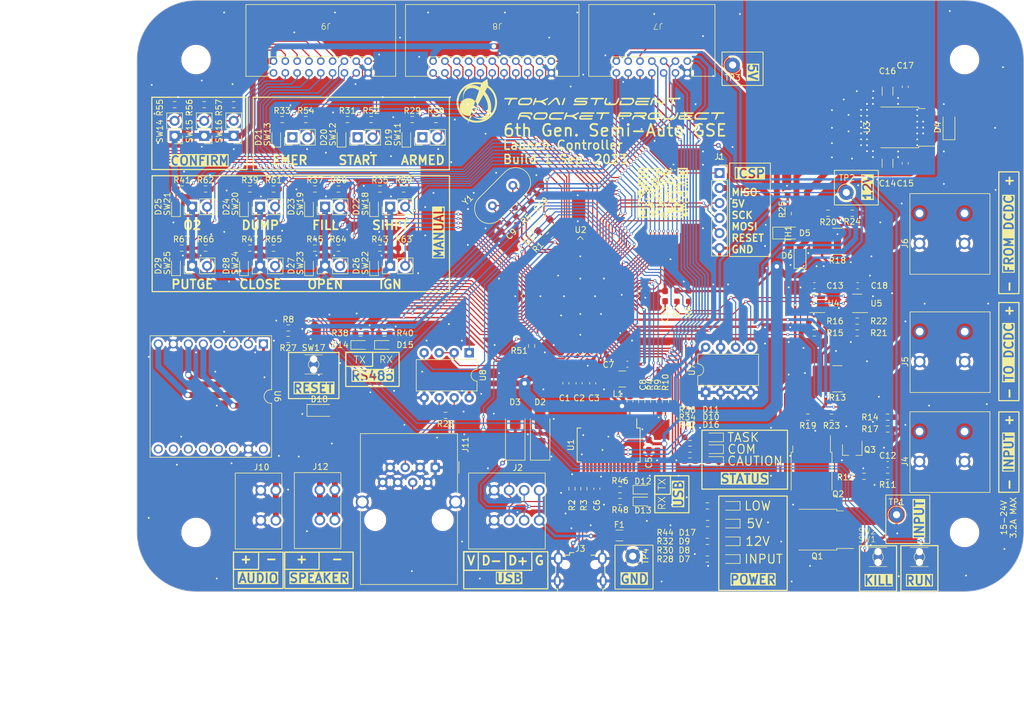
<source format=kicad_pcb>
(kicad_pcb (version 20221018) (generator pcbnew)
  (layers (0 "F.Cu" signal) (31 "B.Cu" signal) (34 "B.Paste" user) (35 "F.Paste" user) (36 "B.SilkS" user "B.Silkscreen") (37 "F.SilkS" user "F.Silkscreen") (38 "B.Mask" user) (39 "F.Mask" user) (44 "Edge.Cuts" user))
  (net 0 "")
  (net 1 "GND")
  (net 2 "Net-(U1-3V3OUT)")
  (net 3 "Net-(U2-AVCC)")
  (net 4 "Net-(U1-DTR)")
  (net 5 "CTL_RESET")
  (net 6 "Net-(U2-XTAL1)")
  (net 7 "Net-(U2-XTAL2)")
  (net 8 "Net-(U2-AREF)")
  (net 9 "Net-(Q1-G)")
  (net 10 "Net-(D6-A)")
  (net 11 "Net-(D4-A)")
  (net 12 "USB_D+")
  (net 13 "USB_D-")
  (net 14 "Net-(D7-A)")
  (net 15 "Net-(D8-A)")
  (net 16 "Net-(D9-A)")
  (net 17 "Net-(D10-A)")
  (net 18 "Net-(D11-A)")
  (net 19 "Net-(D12-K)")
  (net 20 "Net-(D13-K)")
  (net 21 "Net-(D14-A)")
  (net 22 "Net-(D15-A)")
  (net 23 "Net-(D16-A)")
  (net 24 "Net-(D17-A)")
  (net 25 "USB_VBUS")
  (net 26 "SPI_MISO")
  (net 27 "SPI_SCK")
  (net 28 "SPI_MOSI")
  (net 30 "TO_CONVERTER")
  (net 31 "FROM_CONVERTER")
  (net 32 "CONN_LED_LOW_VOLTAGE")
  (net 33 "CONN_LED_CAUTION")
  (net 34 "CONN_LED_RS485_TX")
  (net 35 "CONN_LED_RS485_RX")
  (net 36 "CONN_LED_USB_RX")
  (net 37 "CONN_LED_USB_TX")
  (net 38 "CONN_LED_TASK")
  (net 39 "CONN_LED_COM")
  (net 40 "CONN_LED_5V")
  (net 41 "CONN_LED_12V")
  (net 42 "CONN_LED_INPUT")
  (net 43 "Net-(D19-A)")
  (net 44 "Net-(D20-A)")
  (net 45 "Net-(D21-A)")
  (net 46 "Net-(D22-A)")
  (net 47 "Net-(J10-Pin_2)")
  (net 48 "Net-(U8-B)")
  (net 49 "Net-(U8-A)")
  (net 50 "Net-(J12-Pin_1)")
  (net 51 "Net-(J12-Pin_2)")
  (net 52 "Net-(Q1-D)")
  (net 53 "+VSW")
  (net 54 "Net-(Q3-B)")
  (net 55 "Net-(U1-USBD+)")
  (net 56 "Net-(U1-USBD-)")
  (net 57 "I2C_SCL")
  (net 58 "I2C_SDA")
  (net 59 "UART2_RX")
  (net 60 "Net-(U2-PH0)")
  (net 61 "Net-(U2-PE0)")
  (net 62 "UART0_RX")
  (net 63 "UART0_TX")
  (net 64 "Net-(U2-PE1)")
  (net 65 "CTL_POWER")
  (net 66 "Net-(U4-A0)")
  (net 67 "Net-(U4-A1)")
  (net 68 "VREF_VSW")
  (net 69 "VREF_12V")
  (net 70 "Net-(U5-A1)")
  (net 71 "VREF_THERMISTOR")
  (net 72 "Net-(D23-A)")
  (net 73 "Net-(D24-A)")
  (net 74 "Net-(D25-A)")
  (net 75 "Net-(D26-A)")
  (net 76 "Net-(D27-A)")
  (net 77 "Net-(D28-A)")
  (net 78 "Net-(D29-A)")
  (net 79 "CONN_LED_FB_PURGE")
  (net 80 "CONN_LED_FB_CLOSE")
  (net 81 "CONN_LED_FB_OPEN")
  (net 82 "CONN_LED_FB_IGNITOR")
  (net 83 "CONN_LED_FB_O2")
  (net 84 "CONN_LED_FB_DUMP")
  (net 85 "CONN_LED_FB_FILL")
  (net 86 "CONN_LED_PURGE")
  (net 87 "CONN_LED_CLOSE")
  (net 88 "CONN_LED_OPEN")
  (net 100 "UART2_TX")
  (net 109 "UART1_RX")
  (net 110 "UART1_TX")
  (net 140 "CTL_RS485_DERE")
  (net 141 "CTL_RUN")
  (net 142 "CTL_KILL")
  (net 143 "CTL_SAFETY")
  (net 144 "CTL_SEQUENCE_START")
  (net 145 "CTL_EMERGENCY_STOP")
  (net 146 "CTL_CONFIRM_1")
  (net 147 "CTL_CONFIRM_2")
  (net 148 "CTL_CONFIRM_3")
  (net 149 "CTL_SHIFT")
  (net 150 "CTL_FILL")
  (net 151 "CTL_DUMP")
  (net 152 "CTL_O2")
  (net 153 "CTL_IGNITOR")
  (net 154 "CTL_OPEN")
  (net 155 "CTL_CLOSE")
  (net 156 "CTL_PURGE")
  (net 157 "CONN_LED_IGNITOR")
  (net 158 "CONN_LED_O2")
  (net 159 "CONN_LED_DUMP")
  (net 160 "CONN_LED_FILL")
  (net 161 "CONN_LED_SHIFT")
  (net 162 "CONN_LED_EMERGENCY")
  (net 163 "CONN_LED_SEQUENCE")
  (net 164 "CONN_LED_SAFTEY")
  (net 165 "CONN_LED_POWER")
  (net 166 "CONN_LED_FB_SHIFT")
  (net 167 "Net-(U2-PH1)")
  (net 168 "Net-(D18-K)")
  (footprint "Capacitor_SMD:C_0603_1608Metric_Pad1.08x0.95mm_HandSolder" (layer "F.Cu") (at 109.840587 69.251913 45)
    (fp_text reference "C9")
    (fp_text value "15pF")
  )
  (footprint "Resistor_SMD:R_0603_1608Metric_Pad0.98x0.95mm_HandSolder" (layer "F.Cu") (at 138.980707 80.861793 -90)
    (fp_text reference "R7")
    (fp_text value "10kR")
  )
  (footprint "TestPoint:TestPoint_THTPad_D2.5mm_Drill1.2mm" (layer "F.Cu") (at 167.630707 63.346793)
    (fp_text reference "TP2")
    (fp_text value "TP_12V")
  )
  (footprint "Package_TO_SOT_SMD:SC-59_Handsoldering" (layer "F.Cu") (at 168.630707 106.846793 -90)
    (fp_text reference "Q3")
    (fp_text value "2SC3325-Y")
  )
  (footprint "Resistor_SMD:R_0603_1608Metric_Pad0.98x0.95mm_HandSolder" (layer "F.Cu") (at 141.180707 108.761793)
    (fp_text reference "R42")
    (fp_text value "1kR")
  )
  (footprint "Capacitor_SMD:C_0603_1608Metric_Pad1.08x0.95mm_HandSolder" (layer "F.Cu") (at 114.840587 64.251913 -135)
    (fp_text reference "C10")
    (fp_text value "15pF")
  )
  (footprint "LED_SMD:LED_0603_1608Metric_Pad1.05x0.95mm_HandSolder" (layer "F.Cu") (at 93.2 54 90)
    (fp_text reference "D19")
    (fp_text value "LED_O")
  )
  (footprint "Resistor_SMD:R_0603_1608Metric_Pad0.98x0.95mm_HandSolder" (layer "F.Cu") (at 141.180707 104.761793)
    (fp_text reference "R36")
    (fp_text value "1kR")
  )
  (footprint "Resistor_SMD:R_0603_1608Metric_Pad0.98x0.95mm_HandSolder" (layer "F.Cu") (at 83.24 51 180)
    (fp_text reference "R31")
    (fp_text value "1kR")
  )
  (footprint "Diode_SMD:D_SOD-123F" (layer "F.Cu") (at 159.8 74 90)
    (fp_text reference "D6")
    (fp_text value "SS2040FL")
  )
  (footprint "Package_DIP:DIP-8_W7.62mm" (layer "F.Cu") (at 103.830707 90.446793 -90)
    (fp_text reference "U8")
    (fp_text value "LTC485CN8#PBF")
  )
  (footprint "Resistor_SMD:R_0603_1608Metric_Pad0.98x0.95mm_HandSolder" (layer "F.Cu") (at 123.230707 113.446793 -90)
    (fp_text reference "R3")
    (fp_text value "22R")
  )
  (footprint "LED_SMD:LED_0603_1608Metric_Pad1.05x0.95mm_HandSolder" (layer "F.Cu") (at 87.735 65.75 90)
    (fp_text reference "D22")
    (fp_text value "LED_O")
  )
  (footprint "Resistor_SMD:R_0603_1608Metric_Pad0.98x0.95mm_HandSolder" (layer "F.Cu") (at 88.735 62.75 180)
    (fp_text reference "R35")
    (fp_text value "1kR")
  )
  (footprint "TestPoint:TestPoint_THTPad_D2.5mm_Drill1.2mm" (layer "F.Cu") (at 148.400707 41.771793 180)
    (fp_text reference "TP3")
    (fp_text value "TP_5V")
  )
  (footprint "TSRP_TerminalBlock_Alphaplus:TB401-1-2-E" (layer "F.Cu") (at 78.570707 113.646793)
    (fp_text reference "J12")
    (fp_text value "CONN_SPEAKER")
  )
  (footprint "Inductor_SMD:L_1210_3225Metric_Pad1.42x2.65mm_HandSolder" (layer "F.Cu") (at 129.730707 94.888716 180)
    (fp_text reference "L1")
    (fp_text value "10uH")
  )
  (footprint "Resistor_SMD:R_0603_1608Metric_Pad0.98x0.95mm_HandSolder" (layer "F.Cu") (at 165.130707 101.346793 180)
    (fp_text reference "R23")
    (fp_text value "2kR")
  )
  (footprint "LED_SMD:LED_0603_1608Metric_Pad1.05x0.95mm_HandSolder" (layer "F.Cu") (at 145.180707 104.761793 180)
    (fp_text reference "D11")
    (fp_text value "LED_G")
  )
  (footprint "Resistor_SMD:R_0603_1608Metric_Pad0.98x0.95mm_HandSolder" (layer "F.Cu") (at 112.375942 66.716558 45)
    (fp_text reference "R5")
    (fp_text value "1MR")
  )
  (footprint "Connector_PinHeader_2.54mm:PinHeader_1x02_P2.54mm_Vertical" (layer "F.Cu") (at 73.925 54 90)
    (fp_text reference "SW13")
    (fp_text value "SW_Push")
  )
  (footprint "Resistor_SMD:R_0603_1608Metric_Pad0.98x0.95mm_HandSolder" (layer "F.Cu") (at 59.235 62.75 180)
    (fp_text reference "R62")
    (fp_text value "1kR")
  )
  (footprint "LED_SMD:LED_0603_1608Metric_Pad1.05x0.95mm_HandSolder" (layer "F.Cu") (at 65.735 75.75 90)
    (fp_text reference "D28")
    (fp_text value "LED_O")
  )
  (footprint "LED_SMD:LED_0603_1608Metric_Pad1.05x0.95mm_HandSolder" (layer "F.Cu") (at 148.005707 116.346793 180)
    (fp_text reference "D17")
    (fp_text value "LED_R")
  )
  (footprint "Resistor_SMD:R_0603_1608Metric_Pad0.98x0.95mm_HandSolder" (layer "F.Cu") (at 144.130707 125.346793)
    (fp_text reference "R28")
    (fp_text value "3.6kR")
  )
  (footprint "TSRP_TerminalBlock_Alphaplus:TB411-2-2-E-1" (layer "F.Cu") (at 182.660707 91.946793 90)
    (fp_text reference "J5")
    (fp_text value "TO_CONVERTER")
  )
  (footprint "Resistor_SMD:R_0603_1608Metric_Pad0.98x0.95mm_HandSolder" (layer "F.Cu") (at 157.8 66.9125 -90)
    (fp_text reference "TH1")
    (fp_text value "10kR")
  )
  (footprint "Capacitor_SMD:C_0603_1608Metric_Pad1.08x0.95mm_HandSolder" (layer "F.Cu") (at 174.630707 109.346793 180)
    (fp_text reference "C12")
    (fp_text value "0.1uF")
  )
  (footprint "Crystal:Crystal_HC49-U_Vertical" (layer "F.Cu") (at 111.213119 62.129382 -135)
    (fp_text reference "Y1")
    (fp_text value "HUSG-16.000-20")
  )
  (footprint "Capacitor_SMD:C_0603_1608Metric_Pad1.08x0.95mm_HandSolder" (layer "F.Cu") (at 124.730707 95.611793 -90)
    (fp_text reference "C3")
    (fp_text value "0.1uF")
  )
  (footprint "LED_SMD:LED_0603_1608Metric_Pad1.05x0.95mm_HandSolder" (layer "F.Cu") (at 148.005707 125.346793 180)
    (fp_text reference "D7")
    (fp_text value "LED_O")
  )
  (footprint "Resistor_SMD:R_0603_1608Metric_Pad0.98x0.95mm_HandSolder" (layer "F.Cu") (at 161.130707 101.346793 180)
    (fp_text reference "R19")
    (fp_text value "12kR")
  )
  (footprint "LED_SMD:LED_0603_1608Metric_Pad1.05x0.95mm_HandSolder" (layer "F.Cu") (at 87.735 75.75 90)
    (fp_text reference "D26")
    (fp_text value "LED_O" hide)
  )
  (footprint "LED_SMD:LED_0603_1608Metric_Pad1.05x0.95mm_HandSolder" (layer "F.Cu") (at 148.005707 122.346793 180)
    (fp_text reference "D8")
    (fp_text value "LED_O")
  )
  (footprint "TSRP_TerminalBlock_Alphaplus:TB401-1-2-E" (layer "F.Cu") (at 68.58 113.72)
    (fp_text reference "J10")
    (fp_text value "CONN_AUDIO")
  )
  (footprint "Resistor_SMD:R_0603_1608Metric_Pad0.98x0.95mm_HandSolder" (layer "F.Cu") (at 89.480707 87.125)
    (fp_text reference "R40")
    (fp_text value "1kR")
  )
  (footprint "Resistor_SMD:R_0603_1608Metric_Pad0.98x0.95mm_HandSolder" (layer "F.Cu") (at 135.030707 98.646793 -90)
    (fp_text reference "R9")
    (fp_text value "1kR")
  )
  (footprint "Resistor_SMD:R_0603_1608Metric_Pad0.98x0.95mm_HandSolder" (layer "F.Cu") (at 117.480707 70.611793 45)
    (fp_text reference "R1")
    (fp_text value "10kR")
  )
  (footprint "Resistor_SMD:R_0603_1608Metric_Pad0.98x0.95mm_HandSolder" (layer "F.Cu") (at 137.030707 98.646793 90)
    (fp_text reference "R10")
    (fp_text value "1kR")
  )
  (footprint "Resistor_SMD:R_0603_1608Metric_Pad0.98x0.95mm_HandSolder" (layer "F.Cu") (at 144.168207 119.346793)
    (fp_text reference "R32")
    (fp_text value "1kR")
  )
  (footprint "TSRP_Connector_Hirose:DF51A-22DP-2DS" (layer "F.Cu") (at 117.730707 43.111793 180)
    (fp_text reference "J8")
    (fp_text value "CONN_PANEL_BAORD_2")
  )
  (footprint "Resistor_SMD:R_0603_1608Metric_Pad0.98x0.95mm_HandSolder" (layer "F.Cu") (at 70.735 72.75 180)
    (fp_text reference "R65")
    (fp_text value "1kR")
  )
  (footprint "Resistor_SMD:R_0603_1608Metric_Pad0.98x0.95mm_HandSolder" (layer "F.Cu") (at 121.230707 113.446793 90)
    (fp_text reference "R2")
    (fp_text value "22R")
  )
  (footprint "LED_SMD:LED_0603_1608Metric_Pad1.05x0.95mm_HandSolder" (layer "F.Cu") (at 133.230707 115.611793)
    (fp_text reference "D13")
    (fp_text value "LED_B")
  )
  (footprint "Diode_SMD:D_SMA_Handsoldering" (layer "F.Cu") (at 115.830707 104.111793 90)
    (fp_text reference "D2")
    (fp_text value "SMAJ45A")
  )
  (footprint "MountingHole:MountingHole_4.5mm" (layer "F.Cu") (at 187.630707 120.846793)
    (fp_text reference "REF**" hide)
    (fp_text value "MountingHole_4.5mm" hide)
  )
  (footprint "LOGO" (layer "F.Cu") (at 136.6 63.4)
    (fp_text reference "G***" hide)
    (fp_text value "LOGO" hide)
  )
  (footprint "Resistor_SMD:R_0603_1608Metric_Pad0.98x0.95mm_HandSolder" (layer "F.Cu") (at 174.630707 101.346793 180)
    (fp_text reference "R14")
    (fp_text value "10kR")
  )
  (footprint "Resistor_SMD:R_0603_1608Metric_Pad0.98x0.95mm_HandSolder" (layer "F.Cu") (at 141.180707 106.761793)
    (fp_text reference "R34")
    (fp_text value "1kR")
  )
  (footprint "Resistor_SMD:R_0603_1608Metric_Pad0.98x0.95mm_HandSolder" (layer "F.Cu") (at 88.735 72.75 180)
    (fp_text reference "R43")
    (fp_text value "1kR")
  )
  (footprint "Connector_PinHeader_2.54mm:PinHeader_1x02_P2.54mm_Vertical" (layer "F.Cu") (at 54 53.75 180)
    (fp_text reference "SW14")
    (fp_text value "SW_Push")
  )
  (footprint "Resistor_SMD:R_0603_1608Metric_Pad0.98x0.95mm_HandSolder" (layer "F.Cu") (at 76.2 51 180)
    (fp_text reference "R54")
    (fp_text value "1kR")
  )
  (footprint "Resistor_SMD:R_0603_1608Metric_Pad0.98x0.95mm_HandSolder" (layer "F.Cu") (at 114.4 89.3 -90)
    (fp_text reference "R51")
    (fp_text value "1kR")
  )
  (footprint "MountingHole:MountingHole_4.5mm" (layer "F.Cu") (at 57.630707 40.846793)
    (fp_text reference "REF**" hide)
    (fp_text value "MountingHole_4.5mm" hide)
  )
  (footprint "Resistor_SMD:R_0603_1608Metric_Pad0.98x0.95mm_HandSolder" (layer "F.Cu") (at 92.735 62.75 180)
    (fp_text reference "R59")
    (fp_text value "1kR")
  )
  (footprint "Capacitor_SMD:C_0603_1608Metric_Pad1.08x0.95mm_HandSolder" (layer "F.Cu") (at 131.030707 98.646793 90)
    (fp_text reference "C8")
    (fp_text value "0.1uF")
  )
  (footprint "Resistor_SMD:R_0603_1608Metric_Pad0.98x0.95mm_HandSolder" (layer "F.Cu") (at 73.230707 86.246793)
    (fp_text reference "R8")
    (fp_text value "1kR")
  )
  (footprint "Diode_SMD:D_SMA_Handsoldering" (layer "F.Cu") (at 111.630707 104.111793 90)
    (fp_text reference "D3")
    (fp_text value "SMAJ45A")
  )
  (footprint "Resistor_SMD:R_0603_1608Metric_Pad0.98x0.95mm_HandSolder" (layer "F.Cu") (at 174.630707 111.346793 180)
    (fp_text reference "R11")
    (fp_text value "5.6R")
  )
  (footprint "Resistor_SMD:R_0603_1608Metric_Pad0.98x0.95mm_HandSolder" (layer "F.Cu") (at 98.2 51 180)
    (fp_text reference "R50")
    (fp_text value "1kR")
  )
  (footprint "Resistor_SMD:R_0603_1608Metric_Pad0.98x0.95mm_HandSolder" (layer "F.Cu") (at 99.830707 101.046793 180)
    (fp_text reference "R26")
    (fp_text value "120R")
  )
  (footprint "Diode_SMD:D_SOD-123F" (layer "F.Cu") (at 78.6 100.2)
    (fp_text reference "D18")
    (fp_text value "GS1010FL")
  )
  (footprint "Capacitor_SMD:C_0603_1608Metric_Pad1.08x0.95mm_HandSolder" (layer "F.Cu") (at 120.180707 95.611793 -90)
    (fp_text reference "C1")
    (fp_text value "0.1uF")
  )
  (footprint "Resistor_SMD:R_0603_1608Metric_Pad0.98x0.95mm_HandSolder" (layer "F.Cu") (at 174.630707 103.346793)
    (fp_text reference "R17")
    (fp_text value "10kR")
  )
  (footprint "Resistor_SMD:R_0603_1608Metric_Pad0.98x0.95mm_HandSolder" (layer "F.Cu") (at 129.355707 115.611793 180)
    (fp_text reference "R48")
    (fp_text value "1kR")
  )
  (footprint "Package_TO_SOT_SMD:SOT-23-8" (layer "F.Cu") (at 169.468207 82.096793 180)
    (fp_text reference "U5")
    (fp_text value "INA219BIDCNT")
  )
  (footprint "Resistor_SMD:R_0603_1608Metric_Pad0.98x0.95mm_HandSolder" (layer "F.Cu") (at 133.030707 98.646793 90)
    (fp_text reference "R4")
    (fp_text value "1kR")
  )
  (footprint "Resistor_SMD:R_0603_1608Metric_Pad0.98x0.95mm_HandSolder" (layer "F.Cu") (at 81.725 72.75 180)
    (fp_text reference "R64")
    (fp_text value "1kR")
  )
  (footprint "Package_TO_SOT_SMD:TO-252-2" (layer "F.Cu") (at 162.715707 120.371793 180)
    (fp_text reference "Q1")
    (fp_text value "TJ8S06M3L")
  )
  (footprint "Resistor_SMD:R_0603_1608Metric_Pad0.98x0.95mm_HandSolder" (layer "F.Cu") (at 162.218207 87.096793)
    (fp_text reference "R15")
    (fp_text value "10kR")
  )
  (footprint "Resistor_SMD:R_0603_1608Metric_Pad0.98x0.95mm_HandSolder" (layer "F.Cu") (at 162.218207 85.096793 180)
    (fp_text reference "R16")
    (fp_text value "10kR")
  )
  (footprint "Capacitor_SMD:C_0603_1608Metric_Pad1.08x0.95mm_HandSolder" (layer "F.Cu") (at 130.593207 92.388716 180)
    (fp_text reference "C7")
    (fp_text value "0.1uF")
  )
  (footprint "Package_DIP:DIP-8_W7.62mm" (layer "F.Cu") (at 143.830707 97.146793 90)
    (fp_text reference "U7")
    (fp_text value "24LC256")
  )
  (footprint "Capacitor_SMD:C_1206_3216Metric_Pad1.33x1.80mm_HandSolder" (layer "F.Cu") (at 174.6 58.4 -90)
    (fp_text reference "C14")
    (fp_text value "10uF")
  )
  (footprint "Connector_PinHeader_2.54mm:PinHeader_1x02_P2.54mm_Vertical" (layer "F.Cu") (at 79.46 65.75 90)
    (fp_text reference "SW19")
    (fp_text value "SW_Push")
  )
  (footprint "Resistor_SMD:R_0603_1608Metric_Pad0.98x0.95mm_HandSolder" (layer "F.Cu") (at 66.735 62.75 180)
    (fp_text reference "R39")
    (fp_text value "1kR")
  )
  (footprint "TSRP_TerminalBlock_Alphaplus:TB401-1-4-E" (layer "F.Cu") (at 112.060707 113.711793)
    (fp_text reference "J2")
    (fp_text value "CONN_USB")
  )
  (footprint "Connector_PinHeader_2.54mm:PinHeader_1x02_P2.54mm_Vertical" (layer "F.Cu") (at 59 53.75 180)
    (fp_text reference "SW15")
    (fp_text value "SW_Push")
  )
  (footprint "LED_SMD:LED_0603_1608Metric_Pad1.05x0.95mm_HandSolder" (layer "F.Cu") (at 145.180707 106.761793 180)
    (fp_text reference "D10")
    (fp_text value "LED_G")
  )
  (footprint "Resistor_SMD:R_0603_1608Metric_Pad0.98x0.95mm_HandSolder" (layer "F.Cu") (at 140.980707 80.861793 -90)
    (fp_text reference "R6")
    (fp_text value "10kR")
  )
  (footprint "MountingHole:MountingHole_4.5mm" (layer "F.Cu") (at 57.630707 120.846793)
    (fp_text reference "REF**" hide)
    (fp_text value "MountingHole_4.5mm" hide)
  )
  (footprint "Diode_SMD:D_SOD-123F" (layer "F.Cu") (at 185 52.2 90)
    (fp_text reference "D4")
    (fp_text value "GS1010FL")
  )
  (footprint "Connector_PinHeader_2.54mm:PinHeader_1x02_P2.54mm_Vertical" (layer "F.Cu") (at 95.925 54 90)
    (fp_text reference "SW11")
    (fp_text value "SW_Push")
  )
  (footprint "Package_TO_SOT_SMD:SOT-23-8" (layer "F.Cu") (at 162.218207 82.096793 180)
    (fp_text reference "U4")
    (fp_text value "INA219BIDCNT")
  )
  (footprint "Resistor_SMD:R_0603_1608Metric_Pad0.98x0.95mm_HandSolder" (layer "F.Cu") (at 59.235 72.75 180)
    (fp_text reference "R66")
    (fp_text value "1kR")
  )
  (footprint "Resistor_SMD:R_2816_7142Metric_Pad3.20x4.45mm_HandSolder" (layer "F.Cu") (at 166.130707 71.596793)
    (fp_text reference "R18")
    (fp_text value "0.1R2W")
  )
  (footprint "LOGO" (layer "F.Cu") (at 124.4 48)
    (fp_text reference "G***" hide)
    (fp_text value "LOGO" hide)
  )
  (footprint "Resistor_SMD:R_0603_1608Metric_Pad0.98x0.95mm_HandSolder" (layer "F.Cu") (at 72.2 51 180)
    (fp_text reference "R33")
    (fp_text value "1kR")
  )
  (footprint "TSRP_Button_Switch_SMD:TVAF06-A020B-R" (layer "F.Cu") (at 77.52 92.42 180)
    (fp_text reference "SW17")
    (fp_text value "SW_Push")
  )
  (footprint "Package_QFP:TQFP-100_14x14mm_P0.5mm" (layer "F.Cu") (at 122.630707 80.846793 -135)
    (fp_text reference "U2")
    (fp_text value "ATMEGA2560-16AUR")
  )
  (footprint "Capacitor_SMD:C_0603_1608Metric_Pad1.08x0.95mm_HandSolder" (layer "F.Cu") (at 134.230707 106.046793 90)
    (fp_text reference "C5")
    (fp_text value "0.1uF")
  )
  (footprint "LED_SMD:LED_0603_1608Metric_Pad1.05x0.95mm_HandSolder" (layer "F.Cu") (at 148.005707 119.346793 180)
    (fp_text reference "D9")
    (fp_text value "LED_O")
  )
  (footprint "TSRP_Connector_Hirose:DF51A-14DP-2DS" (layer "F.Cu") (at 140.730707 43.111793 180)
    (fp_text reference "J7")
    (fp_text value "CONN_STATUS_PANEL")
  )
  (footprint "Connector_RJ:RJ45_Wuerth_7499010001A_Horizontal" (layer "F.Cu") (at 98.090707 109.846793 -90)
    (fp_text reference "J11")
    (fp_text value "RJ45")
  )
  (footprint "Connector_PinHeader_2.54mm:PinHeader_1x02_P2.54mm_Vertical" (layer "F.Cu") (at 68.46 75.75 90)
    (fp_text reference "SW24")
    (fp_text value "SW_Push")
  )
  (footprint "LED_SMD:LED_0603_1608Metric_Pad1.05x0.95mm_HandSolder" (layer "F.Cu") (at 145.180707 108.761793 180)
    (fp_text reference "D16")
    (fp_text value "LED_R")
  )
  (footprint "Package_TO_SOT_SMD:TO-252-2" (layer "F.Cu") (at 176.565707 52.321793 180)
    (fp_text reference "U3")
    (fp_text value "NJM7805SDL1")
  )
  (footprint "Connector_PinHeader_2.54mm:PinHeader_1x02_P2.54mm_Vertical" (layer "F.Cu") (at 68.46 65.75 90)
    (fp_text reference "SW20")
    (fp_text value "SW_Push")
  )
  (footprint "Resistor_SMD:R_0603_1608Metric_Pad0.98x0.95mm_HandSolder" (layer "F.Cu") (at 144.130707 122.346793)
    (fp_text reference "R30")
    (fp_text value "2.4kR")
  )
  (footprint "TSRP_TerminalBlock_Alphaplus:TB411-2-2-E-1" (layer "F.Cu") (at 182.630707 71.946793 90)
    (fp_text reference "J6")
    (fp_text value "FROM_CONVERTER")
  )
  (footprint "Resistor_SMD:R_0603_1608Metric_Pad0.98x0.95mm_HandSolder" (layer "F.Cu") (at 55.235 62.75 180)
    (fp_text reference "R41")
    (fp_text value "1kR")
  )
  (footprint "LED_SMD:LED_0603_1608Metric_Pad1.05x0.95mm_HandSolder" (layer "F.Cu") (at 133.230707 113.611793)
    (fp_text reference "D12")
    (fp_text value "LED_B")
  )
  (footprint "Resistor_SMD:R_0603_1608Metric_Pad0.98x0.95mm_HandSolder" (layer "F.Cu") (at 81.735 62.75 180)
    (fp_text reference "R60")
    (fp_text value "1kR")
  )
  (footprint "MountingHole:MountingHole_4.5mm" (layer "F.Cu") (at 187.630707 40.846793)
    (fp_text reference "REF**" hide)
    (fp_text value "MountingHole_4.5mm" hide)
  )
  (footprint "Resistor_SMD:R_2816_7142Metric_Pad3.20x4.45mm_HandSolder" (layer "F.Cu") (at 166.130707 94.846793 180)
    (fp_text reference "R13")
    (fp_text value "0.1R2W")
  )
  (footprint "LED_SMD:LED_0603_1608Metric_Pad1.05x0.95mm_HandSolder" (layer "F.Cu") (at 85.480707 89.125)
    (fp_text reference "D14")
    (fp_text value "LED_B")
  )
  (footprint "Connector_USB:USB_Micro-B_Wuerth_629105150521" (layer "F.Cu") (at 122.625707 127.091793)
    (fp_text reference "J3")
    (fp_text value "USB_B_Micro")
  )
  (footprint "Diode_SMD:D_SOD-123F" (layer "F.Cu") (at 116.480707 68.861793 45)
    (fp_text reference "D1")
    (fp_text value "GS1010FL")
  )
  (footprint "LED_SMD:LED_0603_1608Metric_Pad1.05x0.95mm_HandSolder" (layer "F.Cu") (at 54.235 65.75 90)
    (fp_text reference "D25")
    (fp_text value "LED_O")
  )
  (footprint "Resistor_SMD:R_0603_1608Metric_Pad0.98x0.95mm_HandSolder" (layer "F.Cu") (at 54 48.475 180)
    (fp_text reference "R55")
    (fp_text value "1kR")
  )
  (footprint "Capacitor_SMD:C_1206_3216Metric_Pad1.33x1.80mm_HandSolder" (layer "F.Cu") (at 174.605707 46.2 90)
    (fp_text reference "C16")
    (fp_text value "10uF")
  )
  (footprint "Resistor_SMD:R_0603_1608Metric_Pad0.98x0.95mm_HandSolder" (layer "F.Cu") (at 77.735 62.75 180)
    (fp_text reference "R37")
    (fp_text value "1kR")
  )
  (footprint "Fuse:Fuse_1206_3216Metric_Pad1.42x1.75mm_HandSolder" (layer "F.Cu") (at 129.230707 121.361793)
    (fp_text reference "F1")
    (fp_text value "MF-NSMF050")
  )
  (footprint "Resistor_SMD:R_0603_1608Metric_Pad0.98x0.95mm_HandSolder" (layer "F.Cu") (at 59 48.475 180)
    (fp_text reference "R56")
    (fp_text value "1kR")
  )
  (footprint "Connector_PinHeader_2.54mm:PinHeader_1x02_P2.54mm_Vertical" (layer "F.Cu") (at 56.96 65.75 90)
    (fp_text reference "SW21")
    (fp_text value "SW_Push")
  )
  (footprint "Resistor_SMD:R_0603_1608Metric_Pad0.98x0.95mm_HandSolder" (layer "F.Cu") (at 85.480707 87.125)
    (fp_text reference "R38")
    (fp_text value "1kR")
  )
  (footprint "TSRP_Module:DFPlayer-mini" (layer "F.Cu") (at 69.020707 88.956793 -90)
    (fp_text reference "U6")
    (fp_text value "DFPlayer")
  )
  (footprint "Resistor_SMD:R_0603_1608Metric_Pad0.98x0.95mm_HandSolder" (layer "F.Cu") (at 70.735 62.75 180)
    (fp_text reference "R61")
    (fp_text value "1kR")
  )
  (footprint "LED_SMD:LED_0603_1608Metric_Pad1.05x0.95mm_HandSolder" (layer "F.Cu") (at 54.235 75.75 90)
    (fp_text reference "D29")
    (fp_text value "LED_O")
  )
  (footprint "Package_SO:SSOP-28_5.3x10.2mm_P0.65mm" (layer "F.Cu") (at 127.430707 106.046793 -90)
    (fp_text reference "U1")
    (fp_text value "FT232RL")
  )
  (footprint "Resistor_SMD:R_0603_1608Metric_Pad0.98x0.95mm_HandSolder" (layer "F.Cu") (at 169.468207 87.096793)
    (fp_text reference "R21")
    (fp_text value "10kR")
  )
  (footprint "Resistor_SMD:R_0603_1608Metric_Pad0.98x0.95mm_HandSolder" (layer "F.Cu") (at 129.355707 113.611793 180)
    (fp_text reference "R46")
    (fp_text value "1kR")
  )
  (footprint "Capacitor_SMD:C_0603_1608Metric_Pad1.08x0.95mm_HandSolder" (layer "F.Cu") (at 125.430707 113.446793 90)
    (fp_text reference "C6")
    (fp_text value "0.1uF")
  )
  (footprint "Connector_PinHeader_2.54mm:PinHeader_1x02_P2.54mm_Vertical" (layer "F.Cu") (at 56.96 75.75 90)
    (fp_text reference "SW25")
    (fp_text value "SW_Push")
  )
  (footprint "Resistor_SMD:R_0603_1608Metric_Pad0.98x0.95mm_HandSolder" (layer "F.Cu") (at 73.2 88.2 180)
    (fp_text reference "R27")
    (fp_text value "1kR")
  )
  (footprint "LED_SMD:LED_0603_1608Metric_Pad1.05x0.95mm_HandSolder" (layer "F.Cu") (at 76.735 75.75 90)
    (fp_text reference "D27")
    (fp_text value "LED_O")
  )
  (footprint "TSRP_Button_Switch_SMD:TVAF06-A020B-R" (layer "F.Cu") (at 180 125)
    (fp_text reference "SW1")
    (fp_text value "SW_Push")
  )
  (footprint "Resistor_SMD:R_0603_1608Metric_Pad0.98x0.95mm_HandSolder" (layer "F.Cu") (at 55.185 72.75 180)
    (fp_text reference "R67")
    (fp_text value "1kR")
  )
  (footprint "TSRP_Button_Switch_SMD:TVAF06-A020B-R" (layer "F.Cu") (at 173 125 180)
    (fp_text reference "SW2")
    (fp_text value "SW_Push")
  )
  (footprint "Capacitor_SMD:C_0603_1608Metric_Pad1.08x0.95mm_HandSolder" (layer "F.Cu") (at 136.980707 80.861793 -90)
    (fp_text reference "C11")
    (fp_text value "0.1uF")
  )
  (footprint "Connector_PinHeader_2.54mm:PinHeader_1x02_P2.54mm_Vertical" (layer "F.Cu") (at 79.45 75.75 90)
    (fp_text reference "SW23")
    (fp_text value "SW_Push")
  )
  (footprint "LED_SMD:LED_0603_1608Metric_Pad1.05x0.95mm_HandSolder" (layer "F.Cu") (at 65.735 65.75 90)
    (fp_text reference "D24")
    (fp_text value "LED_O")
  )
  (footprint "Connector_PinHeader_2.54mm:PinHeader_1x02_P2.54mm_Vertical" (layer "F.Cu") (at 64 53.75 180)
    (fp_text reference "SW16")
    (fp_text value "SW_Push")
  )
  (footprint "Capacitor_SMD:C_0603_1608Metric_Pad1.08x0.95mm_HandSolder" (layer "F.Cu") (at 169.555707 79.096793 180)
    (fp_text reference "C18")
    (fp_text value "0.1uF")
  )
  (footprint "Capacitor_SMD:C_0603_1608Metric_Pad1.08x0.95mm_HandSolder" (layer "F.Cu") (at 122.430707 95.611793 -90)
    (fp_text reference "C2")
    (fp_text value "0.1uF")
  )
  (footprint "TSRP_TerminalBlock_Alphaplus:TB411-2-2-E-1" (layer "F.Cu") (at 182.630707 108.846793 90)
    (fp_text reference "J4")
    (fp_text value "DC_IN")
  )
  (footprint "Connector_PinSocket_2.54mm:PinSocket_1x06_P2.54mm_Vertical" (layer "F.Cu") (at 146.180707 60.041793)
    (fp_text reference "J1")
    (fp_text value "CONN_ICSP")
  )
  (footprint "Package_TO_SOT_SMD:TO-252-2" (layer "F.Cu") (at 161.755707 110.586793 -90)
    (fp_text reference "Q2")
    (fp_text value "TJ8S06M3L")
  )
  (footprint "Connector_PinHeader_2.54mm:PinHeader_1x02_P2.54mm_Vertical" (layer "F.Cu") (at 90.46 75.75 90)
    (fp_text reference "SW22")
    (fp_text value "SW_Push")
  )
  (footprint "Connector_PinHeader_2.54mm:PinHeader_1x02_P2.54mm_Vertical" (layer "F.Cu") (at 90.46 65.75 90)
    (fp_text reference "SW18")
    (fp_text value "SW_Push")
  )
  (footprint "TestPoint:TestPoint_THTPad_D2.5mm_Drill1.2mm" (layer "F.Cu") (at 176.130707 117.846793)
    (fp_text reference "TP1")
    (fp_text value "TP_INPUT")
  )
  (footprint "Resistor_SMD:R_0603_1608Metric_Pad0.98x0.95mm_HandSolder" (layer "F.Cu") (at 64 48.475 180)
    (fp_text reference "R57")
    (fp_text value "1kR")
  )
  (footprint "Resistor_SMD:R_0603_1608Metric_Pad0.98x0.95mm_HandSolder" (layer "F.Cu") (at 164.543207 66.846793 180)
    (fp_text reference "R20")
    (fp_text value "12kR")
  )
  (footprint "Resistor_SMD:R_0603_1608Metric_Pad0.98x0.95mm_HandSolder" (layer "F.Cu") (at 170.630707 111.346793 180)
    (fp_text reference "R12")
    (fp_text value "3.3R")
  )
  (footprint "Diode_SMD:D_SOD-123F" (layer "F.Cu") (at 157.4 70.2)
    (fp_text reference "D5")
    (fp_text value "SS2040FL")
  )
  (footprint "Resistor_SMD:R_0603_1608Metric_Pad0.98x0.95mm_HandSolder" (layer "F.Cu") (at 87.24 51 180)
    (fp_text reference "R52")
    (fp_text value "1kR")
  )
  (footprint "Resistor_SMD:R_0603_1608Metric_Pad0.98x0.95mm_HandSolder" (layer "F.Cu") (at 144.130707 116.346793)
    (fp_text reference "R44")
    (fp_text value "1kR")
  )
  (footprint "Resistor_SMD:R_0603_1608Metric_Pad0.98x0.95mm_HandSolder" (layer "F.Cu") (at 169.468207 85.096793 180)
    (fp_text reference "R22")
    (fp_text value "10kR")
  )
  (footprint "TestPoint:TestPoint_THTPad_D2.5mm_Drill1.2mm" (layer "F.Cu") (at 131.5 124.865 -90)
    (fp_text reference "TP4")
    (fp_text value "TP_GND")
  )
  (footprint "Resistor_SMD:R_0603_1608Metric_Pad0.98x0.95mm_HandSolder" (layer "F.Cu") (at 92.735 72.75 180)
    (fp_text reference "R63")
    (fp_text value "1kR")
  )
  (footprint "LED_SMD:LED_0603_1608Metric_Pad1.05x0.95mm_HandSolder" (layer "F.Cu") (at 76.735 65.75 90)
    (fp_text reference "D23")
    (fp_text value "LED_O")
  )
  (footprint "Resistor_SMD:R_0603_1608Metric_Pad0.98x0.95mm_HandSolder" (layer "F.Cu") (at 156.8 63.8 180)
    (fp_text reference "R25")
    (fp_text value "10kR")
  )
  (footprint "Capacitor_SMD:C_0603_1608Metric_Pad1.08x0.95mm_HandSolder" (layer "F.Cu") (at 177.6 58.4 -90)
    (fp_text reference "C15")
    (fp_text value "0.1uF")
  )
  (footprint "Capacitor_SMD:C_0603_1608Metric_Pad1.08x0.95mm_HandSolder" (layer "F.Cu") (at 162.218207 79.096793 180)
    (fp_text reference "C13")
    (fp_text value "0.1uF")
  )
  (footprint "LED_SMD:LED_0603_1608Metric_Pad1.05x0.95mm_HandSolder" (layer "F.Cu") (at 89.480707 89.125)
    (fp_text reference "D15")
    (fp_text value "LED_B")
  )
  (footprint "Connector_PinHeader_2.54mm:PinHeader_1x02_P2.54mm_Vertical" (layer "F.Cu") (at 84.965 54 90)
    (fp_text reference "SW12")
    (fp_text value "SW_Push")
  )
  (footprint "TSRP_Connector_Hirose:DF51A-18DP-2DS" (layer "F.Cu") (at 86.730707 43.111793 180)
    (fp_text reference "J9")
    (fp_text value "CONN_PANEL_BAORD_1")
  )
  (footprint "Resistor_SMD:R_0603_1608Metric_Pad0.98x0.95mm_HandSolder" (layer "F.Cu") (at 77.725 72.75 180)
    (fp_text reference "R45")
    (fp_text value "1kR")
  )
  (footprint "Resistor_SMD:R_0603_1608Metric_Pad0.98x0.95mm_HandSolder" (layer "F.Cu") (at 168.630707 66.846793 180)
    (fp_text reference "R24")
    (fp_text value "2kR")
  )
  (footprint "Resistor_SMD:R_0603_1608Metric_Pad0.98x0.95mm_HandSolder" (layer "F.Cu") (at 66.735 72.75 180)
    (fp_text reference "R47")
    (fp_text value "1kR")
  )
  (footprint "Capacitor_SMD:C_0603_1608Metric_Pad1.08x0.95mm_HandSolder" (layer "F.Cu") (at 177.6 45.4625 90)
    (fp_text reference "C17")
    (fp_text value "0.1uF")
  )
  (footprint "LED_SMD:LED_0603_1608Metric_Pad1.05x0.95mm_HandSolder" (layer "F.Cu") (at 82.24 54 90)
    (fp_text reference "D20")
    (fp_text value "LED_O")
  )
  (footprint "Resistor_SMD:R_0603_1608Metric_Pad0.98x0.95mm_HandSolder" (layer "F.Cu") (at 94.2 51 180)
    (fp_text reference "R29")
    (fp_text value "1kR")
  )
  (footprint "LED_SMD:LED_0603_1608Metric_Pad1.05x0.95mm_HandSolder" (layer "F.Cu") (at 71.2 54 90)
    (fp_text reference "D21")
    (fp_text value "LED_O")
  )
  (gr_rect (start 67.31 47.2246) (end 100.4854 59.5) (stroke (width 0.2)) (fill none) (layer "F.SilkS"))
  (gr_rect (start 102.905307 124.111793) (end 117.140707 130.381793) (stroke (width 0.2)) (fill none) (layer "F.SilkS"))
  (gr_rect (start 128.5 123) (end 134.93 130.43) (stroke (width 0.15)) (fill none) (layer "F.SilkS"))
  (gr_rect (start 63.963007 124.176793) (end 68.208407 127.086793) (stroke (width 0.2)) (fill none) (layer "F.SilkS"))
  (gr_rect (start 193.430707 100.446793) (end 196.830707 114.046793) (stroke (width 0.2)) (fill none) (layer "F.SilkS"))
  (gr_rect (start 82.965307 90.3746) (end 87.500707 92.75) (stroke (width 0.2)) (fill none) (layer "F.SilkS"))
  (gr_rect (start 165.610707 59.581793) (end 173.040707 65.441793) (stroke (width 0.15)) (fill none) (layer "F.SilkS"))
  (gr_rect (start 102.905307 124.111793) (end 105.373007 127.246793) (stroke (width 0.2)) (fill none) (layer "F.SilkS"))
  (gr_rect (start 82.955307 90.375) (end 91.980707 96.1504) (stroke (width 0.2)) (fill none) (layer "F.SilkS"))
  (gr_rect (start 102.905307 124.111793) (end 110.023007 127.246793) (stroke (width 0.2)) (fill none) (layer "F.SilkS"))
  (gr_rect (start 50.15 47.225) (end 66.25 59.4504) (stroke (width 0.2)) (fill none) (layer "F.SilkS"))
  (gr_rect (start 63.963007 124.166793) (end 72.348407 130.326793) (stroke (width 0.2)) (fill none) (layer "F.SilkS"))
  (gr_rect (start 50.2 60.5) (end 100.5 80.1) (stroke (width 0.2)) (fill none) (layer "F.SilkS"))
  (gr_rect (start 193.430707 59.846793) (end 196.830707 80.446793) (stroke (width 0.2)) (fill none) (layer "F.SilkS"))
  (gr_rect (start 153.55 45.22) (end 146.6 39.58) (stroke (width 0.15)) (fill none) (layer "F.SilkS"))
  (gr_rect (start 176.87 123.08) (end 183.13 130.77) (stroke (width 0.2)) (fill none) (layer "F.SilkS"))
  (gr_rect (start 135.230707 111.261793) (end 141.000707 117.511793) (stroke (width 0.2)) (fill none) (layer "F.SilkS"))
  (gr_rect (start 193.430707 81.946793) (end 196.830707 98.546793) (stroke (width 0.2)) (fill none) (layer "F.SilkS"))
  (gr_rect (start 169.87 123.1) (end 176.13 130.79) (stroke (width 0.2)) (fill none) (layer "F.SilkS"))
  (gr_rect (start 146.055307 114.686793) (end 157.630707 130.646793) (stroke (width 0.2)) (fill none) (layer "F.SilkS"))
  (gr_rect (start 147.880707 58.361793) (end 154.780707 74.161793) (stroke (width 0.15)) (fill none) (layer "F.SilkS"))
  (gr_rect (start 109.997607 124.111793) (end 114.433007 127.246793) (stroke (width 0.2)) (fill none) (layer "F.SilkS"))
  (gr_rect (start 72.625307 124.166793) (end 84.200707 130.326793) (stroke (width 0.2)) (fill none) (layer "F.SilkS"))
  (gr_rect (start 143.205307 103.551793) (end 157.680707 113.511793) (stroke (width 0.2)) (fill none) (layer "F.SilkS"))
  (gr_rect (start 72.625307 124.176793) (end 78.440707 127.086793) (stroke (width 0.2)) (fill none) (layer "F.SilkS"))
  (gr_rect (start 73.27 90.4) (end 81.8 98.2) (stroke (width 0.2)) (fill none) (layer "F.SilkS"))
  (gr_rect (start 135.230707 111.266793) (end 137.880707 114.386793) (stroke (width 0.2)) (fill none) (layer "F.SilkS"))
  (gr_rect (start 174.315707 114.521793) (end 181.745707 122.701793) (stroke (width 0.15)) (fill none) (layer "F.SilkS"))
  (gr_line locked (start 197.630707 40.846793) (end 197.630707 120.846793) (stroke (width 0.1)) (layer "Edge.Cuts"))
  (gr_arc locked (start 187.630707 30.846793) (mid 194.701775 33.775725) (end 197.630707 40.846793) (stroke (width 0.1)) (layer "Edge.Cuts"))
  (gr_line locked (start 47.630707 120.846793) (end 47.630707 40.846793) (stroke (width 0.1)) (layer "Edge.Cuts"))
  (gr_arc locked (start 47.630707 40.846793) (mid 50.559639 33.775725) (end 57.630707 30.846793) (stroke (width 0.1)) (layer "Edge.Cuts"))
  (gr_arc locked (start 197.630707 120.846793) (mid 194.701775 127.917861) (end 187.630707 130.846793) (stroke (width 0.1)) (layer "Edge.Cuts"))
  (gr_line locked (start 187.630707 130.846793) (end 57.630707 130.846793) (stroke (width 0.1)) (layer "Edge.Cuts"))
  (gr_arc locked (start 57.630707 130.846793) (mid 50.559639 127.917861) (end 47.630707 120.846793) (stroke (width 0.1)) (layer "Edge.Cuts"))
  (gr_line locked (start 57.630707 30.846793) (end 187.630707 30.846793) (stroke (width 0.1)) (layer "Edge.Cuts"))
  (gr_text "PUTGE" (at 57 79.75) (layer "F.SilkS") (effects (font (size 1.5 1.5) (thickness 0.3) bold) (justify bottom)))
  (gr_text "-" (at 81.520707 125.306793) (layer "F.SilkS") (effects (font (size 1.5 1.5) (thickness 0.3) bold)))
  (gr_text "+" (at 195.130707 83.346793 90) (layer "F.SilkS") (effects (font (size 1.5 1.5) (thickness 0.3) bold)))
  (gr_text "TX" (at 136.460707 113.831793 90) (layer "F.SilkS") (effects (font (size 1.2 1.2) (thickness 0.125)) (justify left)))
  (gr_text "O2" (at 57 69.75) (layer "F.SilkS") (effects (font (size 1.5 1.5) (thickness 0.3) bold) (justify bottom)))
  (gr_text "+" (at 195.130707 61.346793 90) (layer "F.SilkS") (effects (font (size 1.5 1.5) (thickness 0.3) bold)))
  (gr_text "  EMER  " (at 73.5 58.75) (layer "F.SilkS") (effects (font (size 1.5 1.5) (thickness 0.3) bold) (justify bottom)))
  (gr_text "+" (at 195.130707 101.846793 90) (layer "F.SilkS") (effects (font (size 1.5 1.5) (thickness 0.3) bold)))
  (gr_text "-" (at 195.130707 112.746793 90) (layer "F.SilkS") (effects (font (size 1.5 1.5) (thickness 0.3) bold)))
  (gr_text "-" (at 195.130707 97.346793 90) (layer "F.SilkS") (effects (font (size 1.5 1.5) (thickness 0.3) bold)))
  (gr_text "KILL" (at 173 129) (layer "F.SilkS" knockout) (effects (font (size 1.5 1.5) (thickness 0.3) bold)))
  (gr_text "RS485" (at 87.480707 94.375) (layer "F.SilkS" knockout) (effects (font (size 1.5 1.5) (thickness 0.3) bold)))
  (gr_text "CAUTION" (at 152.180707 108.761793) (layer "F.SilkS") (effects (font (size 1.5 1.5) (thickness 0.1875))))
  (gr_text "12V" (at 171.280707 62.501793 90) (layer "F.SilkS" knockout) (effects (font (size 1.5 1.5) (thickness 0.3) bold)))
  (gr_text "USB" (at 139.230707 114.361793 90) (layer "F.SilkS" knockout) (effects (font (size 1.5 1.5) (thickness 0.3) bold)))
  (gr_text "INPUT" (at 153.630707 125.346793) (layer "F.SilkS") (effects (font (size 1.5 1.5) (thickness 0.1875))))
  (gr_text "FILL" (at 79.5 69.75) (layer "F.SilkS") (effects (font (size 1.5 1.5) (thickness 0.3) bold) (justify bottom)))
  (gr_text "RUN" (at 180 129) (layer "F.SilkS" knockout) (effects (font (size 1.5 1.5) (thickness 0.3) bold)))
  (gr_text "SIHFT" (at 90.5 69.75) (layer "F.SilkS") (effects (font (size 1.5 1.5) (thickness 0.3) bold) (justify bottom)))
  (gr_text "RESET" (at 77.480707 96.461793) (layer "F.SilkS" knockout) (effects (font (size 1.5 1.5) (thickness 0.3) bold)))
  (gr_text "FROM DCDC" (at 195.130707 70.346793 90) (layer "F.SilkS" knockout) (effects (font (size 1.5 1.5) (thickness 0.3) bold)))
  (gr_text "  CONFIRM  " (at 58.25 58.8504) (layer "F.SilkS" knockout) (effects (font (size 1.5 1.5) (thickness 0.3) bold) (justify bottom)))
  (gr_text "IGN" (at 90.5 79.75) (layer "F.SilkS") (effects (font (size 1.5 1.5) (thickness 0.3) bold) (justify bottom)))
  (gr_text "-" (at 70.360707 125.306793) (layer "F.SilkS") (effects (font (size 1.5 1.5) (thickness 0.3) bold)))
  (gr_text "DUMP" (at 68.5 69.75) (layer "F.SilkS") (effects (font (size 1.5 1.5) (thickness 0.3) bold) (justify bottom)))
  (gr_text "ARMED" (at 96 58.75) (layer "F.SilkS") (effects (font (size 1.5 1.5) (thickness 0.3) bold) (justify bottom)))
  (gr_text "+" (at 75.500707 125.316793) (layer "F.SilkS") (effects (font (size 1.5 1.5) (thickness 0.3) bold)))
  (gr_text "Launch Controller\nBuild 1 Sep. 2023" (at 109.4 58.6) (layer "F.SilkS") (effects (font (size 1.5 1.5) (thickness 0.25) bold) (justify left bottom)))
  (gr_text "RX" (at 88.520707 91.595) (layer "F.SilkS") (effects (font (size 1.2 1.2) (thickness 0.125)) (justify left)))
  (gr_text "RX" (at 136.440707 117.151793 90) (layer "F.SilkS") (effects (font (size 1.2 1.2) (thickness 0.125)) (justify left)))
  (gr_text "    USB   " (at 109.980707 128.611793) (layer "F.SilkS" knockout) (effects (font (size 1.5 1.5) (thickness 0.3) bold)))
  (gr_text "15-24V\n3.2A MAX" (at 196.480707 118.361793 90) (layer "F.SilkS") (effects (font (size 1 1)) (justify bottom)))
  (gr_text "  STATUS  " (at 150.430707 111.761793) (layer "F.SilkS" knockout) (effects (font (size 1.5 1.5) (thickness 0.3) bold)))
  (gr_text "OPEN" (at 79.5 79.75) (layer "F.SilkS") (effects (font (size 1.5 1.5) (thickness 0.3) bold) (justify bottom)))
  (gr_text " POWER " (at 151.830707 128.846793) (layer "F.SilkS" knockout) (effects (font (size 1.5 1.5) (thickness 0.3) bold)))
  (gr_text "+" (at 66.060707 125.336793) (layer "F.SilkS") (effects (font (size 1.5 1.5) (thickness 0.3) bold)))
  (gr_text "GND" (at 131.75 128.715) (layer "F.SilkS" knockout) (effects (font (size 1.5 1.5) (thickness 0.3) bold)))
  (gr_text "6th Gen. Semi-Auto GSE" (at 109.4 54) (layer "F.SilkS") (effects (font (size 2 2) (thickness 0.3)) (justify left bottom)))
  (gr_text "5V" (at 152.130707 119.346793) (layer "F.SilkS") (effects (font (size 1.5 1.5) (thickness 0.1875))))
  (gr_text "ICSP" (at 151.280707 60.141793) (layer "F.SilkS" knockout) (effects (font (size 1.5 1.5) (thickness 0.3) bold)))
  (gr_text "LOW" (at 152.630707 116.346793) (layer "F.SilkS") (effects (font (size 1.5 1.5) (thickness 0.1875))))
  (gr_text "INPUT" (at 179.980707 118.611793 90) (layer "F.SilkS" knockout) (effects (font (size 1.5 1.5) (thickness 0.3) bold)))
  (gr_text "  START  " (at 85 58.75) (layer "F.SilkS") (effects (font (size 1.5 1.5) (thickness 0.3) bold) (justify bottom)))
  (gr_text "MISO\n5V\nSCK\nMOSI\nRESET\nGND" (at 148.080707 68.141793) (layer "F.SilkS") (effects (font (size 1.2 1.2) (thickness 0.24) bold) (justify left)))
  (gr_text "TX" (at 84.200707 91.635) (layer "F.SilkS") (effects (font (size 1.2 1.2) (thickness 0.125)) (justify left)))
  (gr_text "V D- D+ G" (at 109.980707 125.611793) (layer "F.SilkS") (effects (font (size 1.5 1.5) (thickness 0.3) bold)))
  (gr_text "TASK" (at 150.180707 104.761793) (layer "F.SilkS") (effects (font (size 1.5 1.5) (thickness 0.1875))))
  (gr_text "COM" (at 149.930707 106.761793) (layer "F.SilkS") (effects (font (size 1.5 1.5) (thickness 0.1875))))
  (gr_text "12V" (at 152.630707 122.346793) (layer "F.SilkS") (effects (font (size 1.5 1.5) (thickness 0.1875))))
  (gr_text "CLOSE" (at 68.5 79.75) (layer "F.SilkS") (effects (font (size 1.5 1.5) (thickness 0.3) bold) (justify bottom)))
  (gr_text "AUDIO" (at 68.180707 128.586793) (layer "F.SilkS" knockout) (effects (font (size 1.5 1.5) (thickness 0.3) bold)))
  (gr_text "TO DCDC" (at 195.130707 90.346793 90) (layer "F.SilkS" knockout) (effects (font (size 1.5 1.5) (thickness 0.3) bold)))
  (gr_text "SPEAKER" (at 78.413007 128.586793) (layer "F.SilkS" knockout) (effects (font (size 1.5 1.5) (thickness 0.3) bold)))
  (gr_text "-" (at 195.130707 79.246793 90) (layer "F.SilkS") (effects (font (size 1.5 1.5) (thickness 0.3) bold)))
  (gr_text " 5V" (at 151.77 42.36 -90) (layer "F.SilkS" knockout) (effects (font (size 1.5 1.5) (thickness 0.3) bold)))
  (gr_text "INPUT" (at 195.130707 107.346793 90) (layer "F.SilkS" knockout) (effects (font (size 1.5 1.5) (thickness 0.3) bold)))
  (gr_text "    MANUAL    " (at 98.7 70.2 90) (layer "F.SilkS" knockout) (effects (font (size 1.5 1.5) (thickness 0.3) bold)))
  (segment (start 125.155707 107.911249) (end 125.155707 109.646793) (width 0.25) (layer "F.Cu") (net 1))
  (segment (start 131.938 82.375911) (end 130.950805 81.388716) (width 0.25) (layer "F.Cu") (net 1))
  (segment (start 127.755707 100.511249) (end 127.755707 102.446793) (width 0.25) (layer "F.Cu") (net 1))
  (segment (start 163.355707 81.771793) (end 164.500097 81.771793) (width 0.25) (layer "F.Cu") (net 1))
  (segment (start 130.355707 109.646793) (end 130.355707 111.111249) (width 0.25) (layer "F.Cu") (net 1))
  (segment (start 127.105707 109.646793) (end 127.105707 110.888716) (width 0.25) (layer "F.Cu") (net 1))
  (segment (start 127.133174 90.299007) (end 127.133174 90.888716) (width 0.25) (layer "F.Cu") (net 1))
  (segment (start 170.605707 81.771793) (end 171.750097 81.771793) (width 0.25) (layer "F.Cu") (net 1))
  (segment (start 119.333822 73.307267) (end 120.665271 74.638716) (width 0.25) (layer "F.Cu") (net 1))
  (segment (start 164.500097 81.771793) (end 164.633174 81.638716) (width 0.25) (layer "F.Cu") (net 1))
  (segment (start 125.574039 88.739872) (end 127.133174 90.299007) (width 0.25) (layer "F.Cu") (net 1))
  (segment (start 116.858948 85.911445) (end 118.131677 84.638716) (width 0.25) (layer "F.Cu") (net 1))
  (segment (start 129.705707 109.646793) (end 129.705707 111.066183) (width 0.25) (layer "F.Cu") (net 1))
  (segment (start 128.756019 76.135694) (end 127.633174 77.258539) (width 0.25) (layer "F.Cu") (net 1))
  (segment (start 171.750097 81.771793) (end 172.133174 81.388716) (width 0.25) (layer "F.Cu") (net 1))
  (via (at 62.4 70) (size 0.5) (drill 0.3) (layers "F.Cu" "B.Cu") (net 1))
  (via (at 105.633174 128.638716) (size 0.5) (drill 0.3) (layers "F.Cu" "B.Cu") (net 1))
  (via (at 149.633174 33.138716) (size 0.5) (drill 0.3) (layers "F.Cu" "B.Cu") (net 1))
  (via (at 80.2 84) (size 0.5) (drill 0.3) (layers "F.Cu" "B.Cu") (net 1))
  (via (at 144.25 126.5) (size 0.5) (drill 0.3) (layers "F.Cu" "B.Cu") (net 1))
  (via (at 138.883174 108.638716) (size 0.5) (drill 0.3) (layers "F.Cu" "B.Cu") (net 1))
  (via (at 142.883174 103.138716) (size 0.5) (drill 0.3) (layers "F.Cu" "B.Cu") (net 1))
  (via (at 122.2 68.2) (size 0.5) (drill 0.3) (layers "F.Cu" "B.Cu") (net 1))
  (via (at 134.383174 111.25) (size 0.5) (drill 0.3) (layers "F.Cu" "B.Cu") (net 1))
  (via (at 129.883174 44.638716) (size 0.5) (drill 0.3) (layers "F.Cu" "B.Cu") (net 1))
  (via (at 87 85.8) (size 0.5) (drill 0.3) (layers "F.Cu" "B.Cu") (net 1))
  (via (at 86 62.2) (size 0.5) (drill 0.3) (layers "F.Cu" "B.Cu") (net 1))
  (via (at 53.8 68.4) (size 0.5) (drill 0.3) (layers "F.Cu" "B.Cu") (net 1))
  (via (at 122.633174 74.138716) (size 0.5) (drill 0.3) (layers "F.Cu" "B.Cu") (net 1))
  (via (at 180.883174 82.138716) (size 0.5) (drill 0.3) (layers "F.Cu" "B.Cu") (net 1))
  (via (at 102.883174 100.388716) (size 0.5) (drill 0.3) (layers "F.Cu" "B.Cu") (net 1))
  (via (at 192.883174 62.888716) (size 0.5) (drill 0.3) (layers "F.Cu" "B.Cu") (net 1))
  (via (at 122.2 63.8) (size 0.5) (drill 0.3) (layers "F.Cu" "B.Cu") (net 1))
  (via (at 115.883174 80.888716) (size 0.5) (drill 0.3) (layers "F.Cu" "B.Cu") (net 1))
  (via (at 171.883174 74.138716) (size 0.5) (drill 0.3) (layers "F.Cu" "B.Cu") (net 1))
  (via (at 90.6 57.2) (size 0.5) (drill 0.3) (layers "F.Cu" "B.Cu") (net 1))
  (via (at 73.2 113.6) (size 0.5) (drill 0.3) (layers "F.Cu" "B.Cu") (net 1))
  (via (at 126.883174 40.138716) (size 0.5) (drill 0.3) (layers "F.Cu" "B.Cu") (net 1))
  (via (at 57.633174 90.388716) (size 0.5) (drill 0.3) (layers "F.Cu" "B.Cu") (net 1))
  (via (at 173.133174 97.888716) (size 0.5) (drill 0.3) (layers "F.Cu" "B.Cu") (net 1))
  (via (at 187.883174 128.138716) (size 0.5) (drill 0.3) (layers "F.Cu" "B.Cu") (net 1))
  (via (at 161.5 126.5) (size 0.5) (drill 0.3) (layers "F.Cu" "B.Cu") (net 1))
  (via (at 55.4 74) (size 0.5) (drill 0.3) (layers "F.Cu" "B.Cu") (net 1))
  (via (at 103.633174 66.138716) (size 0.5) (drill 0.3) (layers "F.Cu" "B.Cu") (net 1))
  (via (at 133 52.6) (size 0.5) (drill 0.3) (layers "F.Cu" "B.Cu") (net 1))
  (via (at 139.4 47.4) (size 0.5) (drill 0.3) (layers "F.Cu" "B.Cu") (net 1))
  (via (at 103 104.25) (size 0.5) (drill 0.3) (layers "F.Cu" "B.Cu") (net 1))
  (via (at 75.6 86.4) (size 0.5) (drill 0.3) (layers "F.Cu" "B.Cu") (net 1))
  (via (at 58.8 78.6) (size 0.5) (drill 0.3) (layers "F.Cu" "B.Cu") (net 1))
  (via (at 122.883174 107.638716) (size 0.5) (drill 0.3) (layers "F.Cu" "B.Cu") (net 1))
  (via (at 94.2 70.6) (size 0.5) (drill 0.3) (layers "F.Cu" "B.Cu") (net 1))
  (via (at 116.383174 96.638716) (size 0.5) (drill 0.3) (layers "F.Cu" "B.Cu") (net 1))
  (via (at 54.383174 109.388716) (size 0.5) (drill 0.3) (layers "F.Cu" "B.Cu") (net 1))
  (via (at 102.633174 96.888716) (size 0.5) (drill 0.3) (layers "F.Cu" "B.Cu") (net 1))
  (via (at 185.133174 32.638716) (size 0.5) (drill 0.3) (layers "F.Cu" "B.Cu") (net 1))
  (via (at 95.883174 93.638716) (size 0.5) (drill 0.3) (layers "F.Cu" "B.Cu") (net 1))
  (via (at 76.8 49.4) (size 0.5) (drill 0.3) (layers "F.Cu" "B.Cu") (net 1))
  (via (at 87.133174 97.138716) (size 0.5) (drill 0.3) (layers "F.Cu" "B.Cu") (net 1))
  (via (at 122.633174 83.888716) (size 0.5) (drill 0.3) (layers "F.Cu" "B.Cu") (net 1))
  (via (at 148.133174 64.388716) (size 0.5) (drill 0.3) (layers "F.Cu" "B.Cu") (net 1))
  (via (at 143.383174 36.888716) (size 0.5) (drill 0.3) (layers "F.Cu" "B.Cu") (net 1))
  (via (at 95.383174 40.388716) (size 0.5) (drill 0.3) (layers "F.Cu" "B.Cu") (net 1))
  (via (at 126.133174 111.388716) (size 0.5) (drill 0.3) (layers "F.Cu" "B.Cu") (net 1))
  (via (at 85.8 66.6) (size 0.5) (drill 0.3) (layers "F.Cu" "B.Cu") (net 1))
  (via (at 77.383174 128.638716) (size 0.5) (drill 0.3) (layers "F.Cu" "B.Cu") (net 1))
  (via (at 63.8 45) (size 0.5) (drill 0.3) (layers "F.Cu" "B.Cu") (net 1))
  (via (at 90.6 64) (size 0.5) (drill 0.3) (layers "F.Cu" "B.Cu") (net 1))
  (via (at 194.133174 42.138716) (size 0.5) (drill 0.3) (layers "F.Cu" "B.Cu") (net 1))
  (via (at 166.883174 108.638716) (size 0.5) (drill 0.3) (layers "F.Cu" "B.Cu") (net 1))
  (via (at 102.633174 122.388716) (size 0.5) (drill 0.3) (layers "F.Cu" "B.Cu") (net 1))
  (via (at 140.633174 114.888716) (size 0.5) (drill 0.3) (layers "F.Cu" "B.Cu") (net 1))
  (via (at 54.6 47.2) (size 0.5) (drill 0.3) (layers "F.Cu" "B.Cu") (net 1))
  (via (at 109.883174 32.888716) (size 0.5) (drill 0.3) (layers "F.Cu" "B.Cu") (net 1))
  (via (at 106.6 53.4) (size 0.5) (drill 0.3) (layers "F.Cu" "B.Cu") (net 1))
  (via (at 126.633174 116.138716) (size 0.5) (drill 0.3) (layers "F.Cu" "B.Cu") (net 1))
  (via (at 169.633174 62.138716) (size 0.5) (drill 0.3) (layers "F.Cu" "B.Cu") (net 1))
  (via (at 127.6 48.2) (size 0.5) (drill 0.3) (layers "F.Cu" "B.Cu") (net 1))
  (via (at 108.883174 71.888716) (size 0.5) (drill 0.3) (layers "F.Cu" "B.Cu") (net 1))
  (via (at 126.133174 83.888716) (size 0.5) (drill 0.3) (layers "F.Cu" "B.Cu") (net 1))
  (via (at 89.2 47.2) (size 0.5) (drill 0.3) (layers "F.Cu" "B.Cu") (net 1))
  (via (at 138.4 58.6) (size 0.5) (drill 0.3) (layers "F.Cu" "B.Cu") (net 1))
  (via (at 172.883174 61.138716) (size 0.5) (drill 0.3) (layers "F.Cu" "B.Cu") (net 1))
  (via (at 160.383174 89.638716) (size 0.5) (drill 0.3) (layers "F.Cu" "B.Cu") (net 1))
  (via (at 136.383174 129.138716) (size 0.5) (drill 0.3) (layers "F.Cu" "B.Cu") (net 1))
  (via (at 176.5 128.25) (size 0.5) (drill 0.3) (layers "F.Cu" "B.Cu") (net 1))
  (via (at 103.6 72.2) (size 0.5) (drill 0.3) (layers "F.Cu" "B.Cu") (net 1))
  (via (at 121.25 111) (size 0.5) (drill 0.3) (layers "F.Cu" "B.Cu") (net 1))
  (via (at 97.8 63.4) (size 0.5) (drill 0.3) (layers "F.Cu" "B.Cu") (net 1))
  (via (at 162.6 75.8) (size 0.5) (drill 0.3) (layers "F.Cu" "B.Cu") (net 1))
  (via (at 102.6 88.4) (size 0.5) (drill 0.3) (layers "F.Cu" "B.Cu") (net 1))
  (via (at 135.883174 101.388716) (size 0.5) (drill 0.3) (layers "F.Cu" "B.Cu") (net 1))
  (via (at 158.2 74.4) (size 0.5) (drill 0.3) (layers "F.Cu" "B.Cu") (net 1))
  (via (at 159.883174 79.388716) (size 0.5) (drill 0.3) (layers "F.Cu" "B.Cu") (net 1))
  (via (at 61.133174 99.388716) (size 0.5) (drill 0.3) (layers "F.Cu" "B.Cu") (net 1))
  (via (at 158.2 75.6) (size 0.5) (drill 0.3) (layers "F.Cu" "B.Cu") (net 1))
  (via (at 60 60.4) (size 0.5) (drill 0.3) (layers "F.Cu" "B.Cu") (net 1))
  (via (at 113.75 104.25) (size 0.5) (drill 0.3) (layers "F.Cu" "B.Cu") (net 1))
  (via (at 49.633174 118.388716) (size 0.5) (drill 0.3) (layers "F.Cu" "B.Cu") (net 1))
  (via (at 125.133174 80.888716) (size 0.5) (drill 0.3) (layers "F.Cu" "B.Cu") (net 1))
  (via (at 58.4 74) (size 0.5) (drill 0.3) (layers "F.Cu" "B.Cu") (net 1))
  (via (at 184.133174 56.388716) (size 0.5) (drill 0.3) (layers "F.Cu" "B.Cu") (net 1))
  (via (at 94.133174 127.388716) (size 0.5) (drill 0.3) (layers "F.Cu" "B.Cu") (net 1))
  (via (at 76.4 56) (size 0.5) (drill 0.3) (layers "F.Cu" "B.Cu") (net 1))
  (via (at 119.883174 80.888716) (size 0.5) (drill 0.3) (layers "F.Cu" "B.Cu") (net 1))
  (via (at 135.2 54.6) (size 0.5) (drill 0.3) (layers "F.Cu" "B.Cu") (net 1))
  (via (at 142.133174 48.388716) (size 0.5) (drill 0.3) (layers "F.Cu" "B.Cu") (net 1))
  (via (at 58.6 55.6) (size 0.5) (drill 0.3) (layers "F.Cu" "B.Cu") (net 1))
  (via (at 154.883174 111.25) (size 0.5) (drill 0.3) (layers "F.Cu" "B.Cu") (net 1))
  (via (at 192.8 52.4) (size 0.5) (drill 0.3) (layers "F.Cu" "B.Cu") (net 1))
  (via (at 135.133174 33.138716) (size 0.5) (drill 0.3) (layers "F.Cu" "B.Cu") (net 1))
  (via (at 119.383174 114.138716) (size 0.5) (drill 0.3) (layers "F.Cu" "B.Cu") (net 1))
  (via (at 82 92.2) (size 0.5) (drill 0.3) (layers "F.Cu" "B.Cu") (net 1))
  (via (at 194.383174 123.638716) (size 0.5) (drill 0.3) (layers "F.Cu" "B.Cu") (net 1))
  (via (at 79.6 56.6) (size 0.5) (drill 0.3) (layers "F.Cu" "B.Cu") (net 1))
  (via (at 167.633174 102.888716) (size 0.5) (drill 0.3) (layers "F.Cu" "B.Cu") (net 1))
  (via (at 157.883174 94.138716) (size 0.5) (drill 0.3) (layers "F.Cu" "B.Cu") (net 1))
  (via (at 129.8 50.8) (size 0.5) (drill 0.3) (layers "F.Cu" "B.Cu") (net 1))
  (via (at 81 74) (size 0.5) (drill 0.3) (layers "F.Cu" "B.Cu") (net 1))
  (via (at 158.633174 116.138716) (size 0.5) (drill 0.3) (layers "F.Cu" "B.Cu") (net 1))
  (via (at 160.633174 93.888716) (size 0.5) (drill 0.3) (layers "F.Cu" "B.Cu") (net 1))
  (via (at 121.133174 120.138716) (size 0.5) (drill 0.3) (layers "F.Cu" "B.Cu") (net 1))
  (via (at 73 75.8) (size 0.5) (drill 0.3) (layers "F.Cu" "B.Cu") (net 1))
  (via (at 120.133174 117.638716) (size 0.5) (drill 0.3) (layers "F.Cu" "B.Cu") (net 1))
  (via (at 146.133174 57.638716) (size 0.5) (drill 0.3) (layers "F.Cu" "B.Cu") (net 1))
  (via (at 77.8 71.2) (size 0.5) (drill 0.3) (layers "F.Cu" "B.Cu") (net 1))
  (via (at 127.883174 91.638716) (size 0.5) (drill 0.3) (layers "F.Cu" "B.Cu") (net 1))
  (via (at 154 68.8) (size 0.5) (drill 0.3) (layers "F.Cu" "B.Cu") (net 1))
  (via (at 162.883174 89.638716) (size 0.5) (drill 0.3) (layers "F.Cu" "B.Cu") (net 1))
  (via (at 91.4 86) (size 0.5) (drill 0.3) (layers "F.Cu" "B.Cu") (net 1))
  (via (at 108 100.75) (size 0.5) (drill 0.3) (layers "F.Cu" "B.Cu") (net 1))
  (via (at 62.383174 86.888716) (size 0.5) (drill 0.3) (layers "F.Cu" "B.Cu") (net 1))
  (via (at 162.383174 103.638716) (size 0.5) (drill 0.3) (layers "F.Cu" "B.Cu") (net 1))
  (via (at 158.133174 86.138716) (size 0.5) (drill 0.3) (layers "F.Cu" "B.Cu") (net 1))
  (via (at 158.2 73.2) (size 0.5) (drill 0.3) (layers "F.Cu" "B.Cu") (net 1))
  (via (at 62.383174 32.888716) (size 0.5) (drill 0.3) (layers "F.Cu" "B.Cu") (net 1))
  (via (at 79.6 64) (size 0.5) (drill 0.3) (layers "F.Cu" "B.Cu") (net 1))
  (via (at 117.383174 37.138716) (size 0.5) (drill 0.3) (layers "F.Cu" "B.Cu") (net 1))
  (via (at 157.883174 79.388716) (size 0.5) (drill 0.3) (layers "F.Cu" "B.Cu") (net 1))
  (via (at 171.133174 91.888716) (size 0.5) (drill 0.3) (layers "F.Cu" "B.Cu") (net 1))
  (via (at 95.2 77) (size 0.5) (drill 0.3) (layers "F.Cu" "B.Cu") (net 1))
  (via (at 172.133174 80.888716) (size 0.5) (drill 0.3) (layers "F.Cu" "B.Cu") (net 1))
  (via (at 166.133174 70.388716) (size 0.5) (drill 0.3) (layers "F.Cu" "B.Cu") (net 1))
  (via (at 62.6 76) (size 0.5) (drill 0.3) (layers "F.Cu" "B.Cu") (net 1))
  (via (at 129.883174 111.888716) (size 0.5) (drill 0.3) (layers "F.Cu" "B.Cu") (net 1))
  (via (at 133.883174 96.388716) (size 0.5) (drill 0.3) (layers "F.Cu" "B.Cu") (net 1))
  (via (at 145.133174 78.888716) (size 0.5) (drill 0.3) (layers "F.Cu" "B.Cu") (net 1))
  (via (at 158.133174 107.888716) (size 0.5) (drill 0.3) (layers "F.Cu" "B.Cu") (net 1))
  (via (at 83.2 69.6) (size 0.5) (drill 0.3) (layers "F.Cu" "B.Cu") (net 1))
  (via (at 51.2 55) (size 0.5) (drill 0.3) (layers "F.Cu" "B.Cu") (net 1))
  (via (at 133.633174 81.138716) (size 0.5) (drill 0.3) (layers "F.Cu" "B.Cu") (net 1))
  (via (at 69.6 67.2) (size 0.5) (drill 0.3) (layers "F.Cu" "B.Cu") (net 1))
  (via (at 96.633174 88.388716) (size 0.5) (drill 0.3) (layers "F.Cu" "B.Cu") (net 1))
  (via (at 96.883174 32.888716) (size 0.5) (drill 0.3) (layers "F.Cu" "B.Cu") (net 1))
  (via (at 112 117.4) (size 0.5) (drill 0.3) (layers "F.Cu" "B.Cu") (net 1))
  (via (at 168.383174 88.638716) (size 0.5) (drill 0.3) (layers "F.Cu" "B.Cu") (net 1))
  (via (at 177 65.2) (size 0.5) (drill 0.3) (layers "F.Cu" "B.Cu") (net 1))
  (via (at 124.383174 119.638716) (size 0.5) (drill 0.3) (layers "F.Cu" "B.Cu") (net 1))
  (via (at 184.133174 48.388716) (size 0.5) (drill 0.3) (layers "F.Cu" "B.Cu") (net 1))
  (via (at 131.383174 88.388716) (size 0.5) (drill 0.3) (layers "F.Cu" "B.Cu") (net 1))
  (via (at 121 45.4) (size 0.5) (drill 0.3) (layers "F.Cu" "B.Cu") (net 1))
  (via (at 176.25 121) (size 0.5) (drill 0.3) (layers "F.Cu" "B.Cu") (net 1))
  (via (at 127.383174 104.638716) (size 0.5) (drill 0.3) (layers "F.Cu" "B.Cu") (net 1))
  (via (at 108.883174 93.888716) (size 0.5) (drill 0.3) (layers "F.Cu" "B.Cu") (net 1))
  (via (at 162.133174 83.888716) (size 0.5) (drill 0.3) (layers "F.Cu" "B.Cu") (net 1))
  (via (at 49.633174 91.138716) (size 0.5) (drill 0.3) (layers "F.Cu" "B.Cu") (net 1))
  (via (at 101.4 51) (size 0.5) (drill 0.3) (layers "F.Cu" "B.Cu") (net 1))
  (via (at 100.8 58.2) (size 0.5) (drill 0.3) (layers "F.Cu" "B.Cu") (net 1))
  (via (at 177.633174 102.638716) (size 0.5) (drill 0.3) (layers "F.Cu" "B.Cu") (net 1))
  (via (at 92.133174 37.138716) (size 0.5) (drill 0.3) (layers "F.Cu" "B.Cu") (net 1))
  (via (at 111.633174 80.888716) (size 0.5) (drill 0.3) (layers "F.Cu" "B.Cu") (net 1))
  (via (at 58.6 44.4) (size 0.5) (drill 0.3) (layers "F.Cu" "B.Cu") (net 1))
  (via (at 63.633174 109.138716) (size 0.5) (drill 0.3) (layers "F.Cu" "B.Cu") (net 1))
  (via (at 118.883174 77.388716) (size 0.5) (drill 0.3) (layers "F.Cu" "B.Cu") (net 1))
  (via (at 76.383174 120.638716) (size 0.5) (drill 0.3) (layers "F.Cu" "B.Cu") (net 1))
  (via (at 133.883174 118.888716) (size 0.5) (drill 0.3) (layers "F.Cu" "B.Cu") (net 1))
  (via (at 91.133174 96.888716) (size 0.5) (drill 0.3) (layers "F.Cu" "B.Cu") (net 1))
  (via (at 136 121.75) (size 0.5) (drill 0.3) (layers "F.Cu" "B.Cu") (net 1))
  (via (at 96.4 65.8) (size 0.5) (drill 0.3) (layers "F.Cu" "B.Cu") (net 1))
  (via (at 171.75 123) (size 0.5) (drill 0.3) (layers "F.Cu" "B.Cu") (net 1))
  (via (at 126.633174 77.888716) (size 0.5) (drill 0.3) (layers "F.Cu" "B.Cu") (net 1))
  (via (at 171.633174 77.388716) (size 0.5) (drill 0.3) (layers "F.Cu" "B.Cu") (net 1))
  (via (at 62.8 63) (size 0.5) (drill 0.3) (layers "F.Cu" "B.Cu") (net 1))
  (via (at 166.383174 82.888716) (size 0.5) (drill 0.3) (layers "F.Cu" "B.Cu") (net 1))
  (via (at 67.633174 90.388716) (size 0.5) (drill 0.3) (layers "F.Cu" "B.Cu") (net 1))
  (via (at 184.133174 61.888716) (size 0.5) (drill 0.3) (layers "F.Cu" "B.Cu") (net 1))
  (via (at 172.133174 102.138716) (size 0.5) (drill 0.3) (layers "F.Cu" "B.Cu") (net 1))
  (via (at 100.6 47.2) (size 0.5) (drill 0.3) (layers "F.Cu" "B.Cu") (net 1))
  (via (at 94.6 47.2) (size 0.5) (drill 0.3) (layers "F.Cu" "B.Cu") (net 1))
  (via (at 165.883174 90.138716) (size 0.5) (drill 0.3) (layers "F.Cu" "B.Cu") (net 1))
  (via (at 77 88.138716) (size 0.5) (drill 0.3) (layers "F.Cu" "B.Cu") (net 1))
  (via (at 123.883174 92.638716) (size 0.5) (drill 0.3) (layers "F.Cu" "B.Cu") (net 1))
  (via (at 158.383174 129.138716) (size 0.5) (drill 0.3) (layers "F.Cu" "B.Cu") (net 1))
  (via (at 71.633174 107.888716) (size 0.5) (drill 0.3) (layers "F.Cu" "B.Cu") (net 1))
  (via (at 61.133174 128.638716) (size 0.5) (drill 0.3) (layers "F.Cu" "B.Cu") (net 1))
  (via (at 60.2 70.4) (size 0.5) (drill 0.3) (layers "F.Cu" "B.Cu") (net 1))
  (via (at 63.2 78.4) (size 0.5) (drill 0.3) (layers "F.Cu" "B.Cu") (net 1))
  (via (at 129.633174 80.638716) (size 0.5) (drill 0.3) (layers "F.Cu" "B.Cu") (net 1))
  (via (at 85 76) (size 0.5) (drill 0.3) (layers "F.Cu" "B.Cu") (net 1))
  (via (at 116.633174 90.388716) (size 0.5) (drill 0.3) (layers "F.Cu" "B.Cu") (net 1))
  (via (at 98.4 104.8) (size 0.5) (drill 0.3) (layers "F.Cu" "B.Cu") (net 1))
  (via (at 78.4 94.2) (size 0.5) (drill 0.3) (layers "F.Cu" "B.Cu") (net 1))
  (via (at 170.5 110) (size 0.5) (drill 0.3) (layers "F.Cu" "B.Cu") (net 1))
  (via (at 138.133174 116.138716) (size 0.5) (drill 0.3) (layers "F.Cu" "B.Cu") (net 1))
  (via (at 133.133174 103.388716) (size 0.5) (drill 0.3) (layers "F.Cu" "B.Cu") (net 1))
  (via (at 92.883174 102.638716) (size 0.5) (drill 0.3) (layers "F.Cu" "B.Cu") (net 1))
  (via (at 126.633174 96.638716) (size 0.5) (drill 0.3) (layers "F.Cu" "B.Cu") (net 1))
  (via (at 143.383174 58.638716) (size 0.5) (drill 0.3) (layers "F.Cu" "B.Cu") (net 1))
  (via (at 55.6 59.8) (size 0.5) (drill 0.3) (layers "F.Cu" "B.Cu") (net 1))
  (via (at 81 68.4) (size 0.5) (drill 0.3) (layers "F.Cu" "B.Cu") (net 1))
  (via (at 98.6 56) (size 0.5) (drill 0.3) (layers "F.Cu" "B.Cu") (net 1))
  (via (at 71.2 85) (size 0.5) (drill 0.3) (layers "F.Cu" "B.Cu") (net 1))
  (via (at 161.2 73.6) (size 0.5) (drill 0.3) (layers "F.Cu" "B.Cu") (net 1))
  (via (at 174 106.5) (size 0.5) (drill 0.3) (layers "F.Cu" "B.Cu") (net 1))
  (via (at 137.883174 74.638716) (size 0.5) (drill 0.3) (layers "F.Cu" "B.Cu") (net 1))
  (via (at 81.133174 32.888716) (size 0.5) (drill 0.3) (layers "F.Cu" "B.Cu") (net 1))
  (via (at 87.2 56.6) (size 0.5) (drill 0.3) (layers "F.Cu" "B.Cu") (net 1))
  (via (at 74.6 62.8) (size 0.5) (drill 0.3) (layers "F.Cu" "B.Cu") (net 1))
  (via (at 122.133174 32.888716) (size 0.5) (drill 0.3) (layers "F.Cu" "B.Cu") (net 1))
  (via (at 177.633174 85.138716) (size 0.5) (drill 0.3) (layers "F.Cu" "B.Cu") (net 1))
  (via (at 78 74) (size 0.5) (drill 0.3) (layers "F.Cu" "B.Cu") (net 1))
  (via (at 91 50.6) (size 0.5) (drill 0.3) (layers "F.Cu" "B.Cu") (net 1))
  (via (at 55.133174 104.638716) (size 0.5) (drill 0.3) (layers "F.Cu" "B.Cu") (net 1))
  (via (at 72.2 69.8) (size 0.5) (drill 0.3) (layers "F.Cu" "B.Cu") (net 1))
  (via (at 106.6 69.4) (size 0.5) (drill 0.3) (layers "F.Cu" "B.Cu") (net 1))
  (via (at 118.133174 101.638716) (size 0.5) (drill 0.3) (layers "F.Cu" "B.Cu") (net 1))
  (via (at 122.633174 87.388716) (size 0.5) (drill 0.3) (layers "F.Cu" "B.Cu") (net 1))
  (via (at 73.6 48.6) (size 0.5) (drill 0.3) (layers "F.Cu" "B.Cu") (net 1))
  (via (at 175.383174 80.388716) (size 0.5) (drill 0.3) (layers "F.Cu" "B.Cu") (net 1))
  (via (at 119.383174 84.138716) (size 0.5) (drill 0.3) (layers "F.Cu" "B.Cu") (net 1))
  (via (at 122.633174 77.888716) (size 0.5) (drill 0.3) (layers "F.Cu" "B.Cu") (net 1))
  (via (at 108.133174 89.138716) (size 0.5) (drill 0.3) (layers "F.Cu" "B.Cu") (net 1))
  (via (at 148.383174 55.638716) (size 0.5) (drill 0.3) (layers "F.Cu" "B.Cu") (net 1))
  (via (at 50.6 50) (size 0.5) (drill 0.3) (layers "F.Cu" "B.Cu") (net 1))
  (via (at 123.133174 43.388716) (size 0.5) (drill 0.3) (layers "F.Cu" "B.Cu") (net 1))
  (via (at 140.133174 78.388716) (size 0.5) (drill 0.3) (layers "F.Cu" "B.Cu") (net 1))
  (via (at 123.133174 104.388716) (size 0.5) (drill 0.3) (layers "F.Cu" "B.Cu") (net 1))
  (via (at 154.883174 108.138716) (size 0.5) (drill 0.3) (layers "F.Cu" "B.Cu") (net 1))
  (via (at 153.883174 72.388716) (size 0.5) (drill 0.3) (layers "F.Cu" "B.Cu") (net 1))
  (via (at 105.883174 97.388716) (size 0.5) (drill 0.3) (layers "F.Cu" "B.Cu") (net 1))
  (via (at 109 39.8) (size 0.5) (drill 0.3) (layers "F.Cu" "B.Cu") (net 1))
  (via (at 68.6 64) (size 0.5) (drill 0.3) (layers "F.Cu" "B.Cu") (net 1))
  (via (at 121.633174 115.638716) (size 0.5) (drill 0.3) (layers "F.Cu" "B.Cu") (net 1))
  (via (at 88.6 70) (size 0.5) (drill 0.3) (layers "F.Cu" "B.Cu") (net 1))
  (via (at 143.383174 56.388716) (size 0.5) (drill 0.3) (layers "F.Cu" "B.Cu") (net 1))
  (via (at 100.4 85.6) (size 0.5) (drill 0.3) (layers "F.Cu" "B.Cu") (net 1))
  (via (at 139.25 111.25) (size 0.5) (drill 0.3) (layers "F.Cu" "B.Cu") (net 1))
  (via (at 166.133174 98.138716) (size 0.5) (drill 0.3) (layers "F.Cu" "B.Cu") (net 1))
  (via (at 129.633174 97.388716) (size 0.5) (drill 0.3) (layers "F.Cu" "B.Cu") (net 1))
  (via (at 75 108) (size 0.5) (drill 0.3) (layers "F.Cu" "B.Cu") (net 1))
  (via (at 50.133174 45.138716) (size 0.5) (drill 0.3) (layers "F.Cu" "B.Cu") (net 1))
  (via (at 163.8 75.8) (size 0.5) (drill 0.3) (layers "F.Cu" "B.Cu") (net 1))
  (via (at 137.883174 119.638716) (size 0.5) (drill 0.3) (layers "F.Cu" "B.Cu") (net 1))
  (via (at 168.383174 75.138716) (size 0.5) (drill 0.3) (layers "F.Cu" "B.Cu") (net 1))
  (via (at 115.2 60.4) (size 0.5) (drill 0.3) (layers "F.Cu" "B.Cu") (net 1))
  (via (at 104.6 63.4) (size 0.5) (drill 0.3) (layers "F.Cu" "B.Cu") (net 1))
  (via (at 108.4 60) (size 0.5) (drill 0.3) (layers "F.Cu" "B.Cu") (net 1))
  (via (at 108.883174 77.888716) (size 0.5) (drill 0.3) (layers "F.Cu" "B.Cu") (net 1))
  (via (at 166.5 111.5) (size 0.5) (drill 0.3) (layers "F.Cu" "B.Cu") (net 1))
  (via (at 135.633174 108.638716) (size 0.5) (drill 0.3) (layers "F.Cu" "B.Cu") (net 1))
  (via (at 75.6 100.8) (size 0.5) (drill 0.3) (layers "F.Cu" "B.Cu") (net 1))
  (via (at 145.133174 43.638716) (size 0.5) (drill 0.3) (layers "F.Cu" "B.Cu") (net 1))
  (via (at 60.883174 93.638716) (size 0.5) (drill 0.3) (layers "F.Cu" "B.Cu") (net 1))
  (via (at 147.633174 78.888716) (size 0.5) (drill 0.3) (layers "F.Cu" "B.Cu") (net 1))
  (via (at 88.883174 94.388716) (size 0.5) (drill 0.3) (layers "F.Cu" "B.Cu") (net 1))
  (via (at 153.883174 88.888716) (size 0.5) (drill 0.3) (layers "F.Cu" "B.Cu") (net 1))
  (via (at 64 56) (size 0.5) (drill 0.3) (layers "F.Cu" "B.Cu") (net 1))
  (via (at 154.133174 76.138716) (size 0.5) (drill 0.3) (layers "F.Cu" "B.Cu") (net 1))
  (via (at 74.25 36.25) (size 0.5) (drill 0.3) (layers "F.Cu" "B.Cu") (net 1))
  (via (at 126.383174 106.888716) (size 0.5) (drill 0.3) (layers "F.Cu" "B.Cu") (net 1))
  (via (at 154.883174 103.138716) (size 0.5) (drill 0.3) (layers "F.Cu" "B.Cu") (net 1))
  (via (at 191.633174 82.138716) (size 0.5) (drill 0.3) (layers "F.Cu" "B.Cu") (net 1))
  (via (at 69.2 94.6) (size 0.5) (drill 0.3) (layers "F.Cu" "B.Cu") (net 1))
  (via (at 88.6 40) (size 0.5) (drill 0.3) (layers "F.Cu" "B.Cu") (net 1))
  (via (at 156.633174 122.388716) (size 0.5) (drill 0.3) (layers "F.Cu" "B.Cu") (net 1))
  (via (at 172.4 112.8) (size 0.5) (drill 0.3) (layers "F.Cu" "B.Cu") (net 1))
  (via (at 107 110) (size 0.5) (drill 0.3) (layers "F.Cu" "B.Cu") (net 1))
  (via (at 191.383174 99.138716) (size 0.5) (drill 0.3) (layers "F.Cu" "B.Cu") (net 1))
  (via (at 181.633174 99.388716) (size 0.5) (drill 0.3) (layers "F.Cu" "B.Cu") (net 1))
  (via (at 157.6 62.2) (size 0.5) (drill 0.3) (layers "F.Cu" "B.Cu") (net 1))
  (via (at 84.8 83.8) (size 0.5) (drill 0.3) (layers "F.Cu" "B.Cu") (net 1))
  (via (at 70.8 88.4) (size 0.5) (drill 0.3) (layers "F.Cu" "B.Cu") (net 1))
  (via (at 117.75 108) (size 0.5) (drill 0.3) (layers "F.Cu" "B.Cu") (net 1))
  (via (at 80.6 105.8) (size 0.5) (drill 0.3) (layers "F.Cu" "B.Cu") (net 1))
  (via (at 118.133174 89.138716) (size 0.5) (drill 0.3) (layers "F.Cu" "B.Cu") (net 1))
  (via (at 96.4 70.6) (size 0.5) (drill 0.3) (layers "F.Cu" "B.Cu") (net 1))
  (via (at 153.883174 86.138716) (size 0.5) (drill 0.3) (layers "F.Cu" "B.Cu") (net 1))
  (via (at 143.383174 69.388716) (size 0.5) (drill 0.3) (layers "F.Cu" "B.Cu") (net 1))
  (via (at 154.383174 119.138716) (size 0.5) (drill 0.3) (layers "F.Cu" "B.Cu") (net 1))
  (via (at 157.883174 88.638716) (size 0.5) (drill 0.3) (layers "F.Cu" "B.Cu") (net 1))
  (via (at 129.383174 87.138716) (size 0.5) (drill 0.3) (layers "F.Cu" "B.Cu") (net 1))
  (via (at 56.4 49.8) (size 0.5) (drill 0.3) (layers "F.Cu" "B.Cu") (net 1))
  (via (at 173.383174 68.388716) (size 0.5) (drill 0.3) (layers "F.Cu" "B.Cu") (net 1))
  (via (at 67 61.2) (size 0.5) (drill 0.3) (layers "F.Cu" "B.Cu") (net 1))
  (via (at 89 74) (size 0.5) (drill 0.3) (layers "F.Cu" "B.Cu") (net 1))
  (via (at 143.383174 53.138716) (size 0.5) (drill 0.3) (layers "F.Cu" "B.Cu") (net 1))
  (via (at 142 124.5) (size 0.5) (drill 0.3) (layers "F.Cu" "B.Cu") (net 1))
  (via (at 80.8 49.8) (size 0.5) (drill 0.3) (layers "F.Cu" "B.Cu") (net 1))
  (via (at 84.6 45) (size 0.5) (drill 0.3) (layers "F.Cu" "B.Cu") (net 1))
  (segment (start 124.505707 111.659293) (end 125.430707 112.584293) (width 0.2) (layer "F.Cu") (net 2))
  (segment (start 124.505707 109.646793) (end 124.505707 111.659293) (width 0.2) (layer "F.Cu") (net 2))
  (segment (start 131.455707 92.388716) (end 131.455707 94.874293) (width 0.5) (layer "F.Cu") (net 3))
  (segment (start 133.405847 83.136652) (end 132.291553 82.022358) (width 0.25) (layer "F.Cu") (net 3))
  (segment (start 133.405847 83.136653) (end 133.405847 83.136652) (width 0.25) (layer "F.Cu") (net 3))
  (segment (start 133.217246 92.375255) (end 131.469168 92.375255) (width 0.5) (layer "F.Cu") (net 3))
  (via (at 133.217246 92.375255) (size 0.5) (drill 0.3) (layers "F.Cu" "B.Cu") (net 3))
  (via (at 133.405847 83.136653) (size 0.5) (drill 0.3) (layers "F.Cu" "B.Cu") (net 3))
  (segment (start 133.480707 83.211513) (end 133.405847 83.136653) (width 0.5) (layer "B.Cu") (net 3))
  (segment (start 133.480707 92.111794) (end 133.480707 83.211513) (width 0.5) (layer "B.Cu") (net 3))
  (segment (start 133.217246 92.375255) (end 133.480707 92.111794) (width 0.5) (layer "B.Cu") (net 3))
  (segment (start 131.005707 99.534293) (end 131.005707 102.446793) (width 0.2) (layer "F.Cu") (net 4))
  (segment (start 131.030707 99.509293) (end 132.980707 99.509293) (width 0.2) (layer "F.Cu") (net 4))
  (segment (start 75.295 93.295) (end 77.2 95.2) (width 0.25) (layer "F.Cu") (net 5))
  (segment (start 129.702889 68.111793) (end 144.090707 68.111793) (width 0.2) (layer "F.Cu") (net 5))
  (segment (start 128.592151 70.250349) (end 128.592151 69.222531) (width 0.2) (layer "F.Cu") (net 5))
  (segment (start 117 64.8) (end 117 61.2) (width 0.2) (layer "F.Cu") (net 5))
  (segment (start 116.480707 66.861793) (end 116.480707 66.881895) (width 0.25) (layer "F.Cu") (net 5))
  (segment (start 81.2 95.2) (end 82.988207 93.411793) (width 0.25) (layer "F.Cu") (net 5))
  (segment (start 75.295 92.42) (end 75.295 93.295) (width 0.25) (layer "F.Cu") (net 5))
  (segment (start 128.592151 69.222531) (end 129.702889 68.111793) (width 0.2) (layer "F.Cu") (net 5))
  (segment (start 144.090707 68.111793) (end 146.180707 70.201793) (width 0.2) (layer "F.Cu") (net 5))
  (segment (start 82.988207 93.411793) (end 89.980707 93.411793) (width 0.25) (layer "F.Cu") (net 5))
  (segment (start 116.480707 66.881895) (end 117.470656 67.871844) (width 0.25) (layer "F.Cu") (net 5))
  (segment (start 134.230707 94.611793) (end 133.910097 94.611793) (width 0.2) (layer "F.Cu") (net 5))
  (segment (start 116.480707 66.861793) (end 116.480707 65.319293) (width 0.2) (layer "F.Cu") (net 5))
  (segment (start 118.125942 68.52713) (end 118.125942 70.685174) (width 0.25) (layer "F.Cu") (net 5))
  (segment (start 118.125942 70.685174) (end 120.040928 72.60016) (width 0.25) (layer "F.Cu") (net 5))
  (segment (start 116.480707 65.319293) (end 117 64.8) (width 0.2) (layer "F.Cu") (net 5))
  (segment (start 77.2 95.2) (end 81.2 95.2) (width 0.25) (layer "F.Cu") (net 5))
  (segment (start 133.910097 94.611793) (end 131.030707 97.491183) (width 0.2) (layer "F.Cu") (net 5))
  (segment (start 117.470656 67.871844) (end 118.125942 68.52713) (width 0.25) (layer "F.Cu") (net 5))
  (via (at 117 61.2) (size 0.5) (drill 0.3) (layers "F.Cu" "B.Cu") (net 5))
  (via (at 134.230707 94.611793) (size 0.5) (drill 0.3) (layers "F.Cu" "B.Cu") (net 5))
  (via (at 89.980707 93.411793) (size 0.5) (drill 0.3) (layers "F.Cu" "B.Cu") (net 5))
  (via (at 116.480707 66.861793) (size 0.5) (drill 0.3) (layers "F.Cu" "B.Cu") (net 5))
  (via (at 128.592151 70.250349) (size 0.5) (drill 0.3) (layers "F.Cu" "B.Cu") (net 5))
  (segment (start 123.730707 66.111793) (end 117.230707 66.111793) (width 0.2) (layer "B.Cu") (net 5))
  (segment (start 141.305707 83.286793) (end 136.480707 88.111793) (width 0.2) (layer "B.Cu") (net 5))
  (segment (start 127.869263 70.250349) (end 123.730707 66.111793) (width 0.2) (layer "B.Cu") (net 5))
  (segment (start 136.480707 92.361793) (end 134.230707 94.611793) (width 0.2) (layer "B.Cu") (net 5))
  (segment (start 89.980707 93.361793) (end 89.980707 93.411793) (width 0.25) (layer "B.Cu") (net 5))
  (segment (start 118.2 60) (end 126.6 60) (width 0.2) (layer "B.Cu") (net 5))
  (segment (start 130.230707 71.888904) (end 130.230707 72.361793) (width 0.2) (layer "B.Cu") (net 5))
  (segment (start 136.480707 88.111793) (end 136.480707 92.361793) (width 0.2) (layer "B.Cu") (net 5))
  (segment (start 128.592151 70.250349) (end 130.230707 71.888904) (width 0.2) (layer "B.Cu") (net 5))
  (segment (start 134.230707 76.361793) (end 136.480707 76.361793) (width 0.2) (layer "B.Cu") (net 5))
  (segment (start 128.592151 70.250349) (end 127.869263 70.250349) (width 0.2) (layer "B.Cu") (net 5))
  (segment (start 141.305707 81.186793) (end 141.305707 83.286793) (width 0.2) (layer "B.Cu") (net 5))
  (segment (start 130.230707 72.361793) (end 134.230707 76.361793) (width 0.2) (layer "B.Cu") (net 5))
  (segment (start 116.480707 66.861793) (end 89.980707 93.361793) (width 0.25) (layer "B.Cu") (net 5))
  (segment (start 136.480707 76.361793) (end 141.305707 81.186793) (width 0.2) (layer "B.Cu") (net 5))
  (segment (start 117 61.2) (end 118.2 60) (width 0.2) (layer "B.Cu") (net 5))
  (segment (start 117.230707 66.111793) (end 116.480707 66.861793) (width 0.2) (layer "B.Cu") (net 5))
  (segment (start 128.730707 57.869293) (end 128.730707 43.111793) (width 0.2) (layer "B.Cu") (net 5))
  (segment (start 126.6 60) (end 128.730707 57.869293) (width 0.2) (layer "B.Cu") (net 5))
  (segment (start 112.730707 68.361793) (end 111.730707 67.361793) (width 0.25) (layer "F.Cu") (net 6))
  (segment (start 111.730707 67.361793) (end 109.948977 65.580063) (width 0.2) (layer "F.Cu") (net 6))
  (segment (start 118.626715 74.014374) (end 118.058777 73.446436) (width 0.25) (layer "F.Cu") (net 6))
  (segment (start 109.948977 65.580063) (end 107.762438 65.580063) (width 0.2) (layer "F.Cu") (net 6))
  (segment (start 112.730707 71.111793) (end 112.730707 68.361793) (width 0.25) (layer "F.Cu") (net 6))
  (segment (start 107.762438 65.954004) (end 110.450467 68.642033) (width 0.2) (layer "F.Cu") (net 6))
  (segment (start 115.06535 73.446436) (end 112.730707 71.111793) (width 0.25) (layer "F.Cu") (net 6))
  (segment (start 118.058777 73.446436) (end 115.06535 73.446436) (width 0.25) (layer "F.Cu") (net 6))
  (segment (start 116.41535 72.996436) (end 118.315884 72.996436) (width 0.25) (layer "F.Cu") (net 7))
  (segment (start 113.480707 70.611793) (end 115.86535 72.996436) (width 0.2) (layer "F.Cu") (net 7))
  (segment (start 113.021177 66.071323) (end 111.213119 64.263265) (width 0.2) (layer "F.Cu") (net 7))
  (segment (start 113.480707 66.530853) (end 113.480707 70.611793) (width 0.2) (layer "F.Cu") (net 7))
  (segment (start 118.315884 72.996436) (end 118.980268 73.66082) (width 0.25) (layer "F.Cu") (net 7))
  (segment (start 115.86535 72.996436) (end 116.41535 72.996436) (width 0.2) (layer "F.Cu") (net 7))
  (segment (start 114.230707 64.861793) (end 111.498296 62.129382) (width 0.2) (layer "F.Cu") (net 7))
  (segment (start 111.213119 64.263265) (end 111.213119 62.129382) (width 0.2) (layer "F.Cu") (net 7))
  (segment (start 113.021177 66.071323) (end 113.480707 66.530853) (width 0.2) (layer "F.Cu") (net 7))
  (segment (start 136.980707 83.161793) (end 136.980707 81.824293) (width 0.25) (layer "F.Cu") (net 8))
  (segment (start 132.716775 83.861793) (end 136.280707 83.861793) (width 0.25) (layer "F.Cu") (net 8))
  (segment (start 131.584447 82.729465) (end 132.716775 83.861793) (width 0.25) (layer "F.Cu") (net 8))
  (segment (start 136.280707 83.861793) (end 136.980707 83.161793) (width 0.25) (layer "F.Cu") (net 8))
  (segment (start 165.630707 114.5) (end 165.630707 106.846793) (width 0.2) (layer "F.Cu") (net 9))
  (segment (start 166.630707 115.5) (end 165.630707 114.5) (width 0.2) (layer "F.Cu") (net 9))
  (segment (start 173.718207 113.281793) (end 171.5 115.5) (width 0.2) (layer "F.Cu") (net 9))
  (segment (start 166.630707 115.5) (end 165.630707 116.5) (width 0.2) (layer "F.Cu") (net 9))
  (segment (start 165.630707 116.5) (end 165.630707 120.526793) (width 0.2) (layer "F.Cu") (net 9))
  (segment (start 172.630707 109.346793) (end 173.855707 109.346793) (width 0.2) (layer "F.Cu") (net 9))
  (segment (start 171.455707 111.346793) (end 171.455707 110.521793) (width 0.2) (layer "F.Cu") (net 9))
  (segment (start 171.455707 110.521793) (end 172.630707 109.346793) (width 0.2) (layer "F.Cu") (net 9))
  (segment (start 165.630707 106.846793) (end 164.330707 105.546793) (width 0.2) (layer "F.Cu") (net 9))
  (segment (start 171.5 115.5) (end 166.630707 115.5) (width 0.2) (layer "F.Cu") (net 9))
  (segment (start 165.630707 120.526793) (end 167.755707 122.651793) (width 0.2) (layer "F.Cu") (net 9))
  (segment (start 173.718207 111.346793) (end 173.718207 113.281793) (width 0.2) (layer "F.Cu") (net 9))
  (segment (start 173.805707 111.346793) (end 171.455707 111.346793) (width 0.2) (layer "F.Cu") (net 9))
  (segment (start 161 71.4) (end 161 63.2) (width 1) (layer "F.Cu") (net 10))
  (segment (start 161 63.2) (end 165.6 58.6) (width 1) (layer "F.Cu") (net 10))
  (segment (start 159.8 72.6) (end 161 71.4) (width 1) (layer "F.Cu") (net 10))
  (via (at 171.130707 52.346793) (size 0.5) (drill 0.3) (layers "F.Cu" "B.Cu") (net 10))
  (via (at 179.630707 52.346793) (size 0.5) (drill 0.3) (layers "F.Cu" "B.Cu") (net 10))
  (via (at 179.630707 54.346793) (size 0.5) (drill 0.3) (layers "F.Cu" "B.Cu") (net 10))
  (via (at 171.130707 48.346793) (size 0.5) (drill 0.3) (layers "F.Cu" "B.Cu") (net 10))
  (via (at 165.2 49.4) (size 0.5) (drill 0.3) (layers "F.Cu" "B.Cu") (net 10))
  (via (at 172.130707 48.346793) (size 0.5) (drill 0.3) (layers "F.Cu" "B.Cu") (net 10))
  (via (at 169.4 46.2) (size 0.5) (drill 0.3) (layers "F.Cu" "B.Cu") (net 10))
  (via (at 168.6 57.6) (size 0.5) (drill 0.3) (layers "F.Cu" "B.Cu") (net 10))
  (via (at 171.130707 53.346793) (size 0.5) (drill 0.3) (layers "F.Cu" "B.Cu") (net 10))
  (via (at 176.4 47.346793) (size 0.5) (drill 0.3) (layers "F.Cu" "B.Cu") (net 10))
  (via (at 172.130707 56.346793) (size 0.5) (drill 0.3) (layers "F.Cu" "B.Cu") (net 10))
  (via (at 176.4 57.346793) (size 0.5) (drill 0.3) (layers "F.Cu" "B.Cu") (net 10))
  (via (at 179.630707 53.346793) (size 0.5) (drill 0.3) (layers "F.Cu" "B.Cu") (net 10))
  (via (at 179.630707 55.346793) (size 0.5) (drill 0.3) (layers "F.Cu" "B.Cu") (net 10))
  (via (at 171.130707 54.346793) (size 0.5) (drill 0.3) (layers "F.Cu" "B.Cu") (net 10))
  (via (at 171.130707 56.346793) (size 0.5) (drill 0.3) (layers "F.Cu" "B.Cu") (net 10))
  (via (at 165.2 52.4) (size 0.5) (drill 0.3) (layers "F.Cu" "B.Cu") (net 10))
  (via (at 172.2 46.2) (size 0.5) (drill 0.3) (layers "F.Cu" "B.Cu") (net 10))
  (via (at 165.2 57.4) (size 0.5) (drill 0.3) (layers "F.Cu" "B.Cu") (net 10))
  (via (at 170.130707 49.346793) (size 0.5) (drill 0.3) (layers "F.Cu" "B.Cu") (net 10))
  (via (at 167.2 47.6) (size 0.5) (drill 0.3) (layers "F.Cu" "B.Cu") (net 10))
  (via (at 180.630707 53.346793) (size 0.5) (drill 0.3) (layers "F.Cu" "B.Cu") (net 10))
  (via (at 171.130707 55.346793) (size 0.5) (drill 0.3) (layers "F.Cu" "B.Cu") (net 10))
  (via (at 179.630707 49.346793) (size 0.5) (drill 0.3) (layers "F.Cu" "B.Cu") (net 10))
  (via (at 168 53) (size 0.5) (drill 0.3) (layers "F.Cu" "B.Cu") (net 10))
  (via (at 170.130707 50.346793) (size 0.5) (drill 0.3) (layers "F.Cu" "B.Cu") (net 10))
  (via (at 179.630707 50.346793) (size 0.5) (drill 0.3) (layers "F.Cu" "B.Cu") (net 10))
  (via (at 171.130707 49.346793) (size 0.5) (drill 0.3) (layers "F.Cu" "B.Cu") (net 10))
  (via (at 170.130707 53.346793) (size 0.5) (drill 0.3) (layers "F.Cu" "B.Cu") (net 10))
  (via (at 179.630707 51.346793) (size 0.5) (drill 0.3) (layers "F.Cu" "B.Cu") (net 10))
  (via (at 172.130707 57.346793) (size 0.5) (drill 0.3) (layers "F.Cu" "B.Cu") (net 10))
  (via (at 170.130707 51.346793) (size 0.5) (drill 0.3) (layers "F.Cu" "B.Cu") (net 10))
  (via (at 165.2 55) (size 0.5) (drill 0.3) (layers "F.Cu" "B.Cu") (net 10))
  (via (at 180.630707 52.346793) (size 0.5) (drill 0.3) (layers "F.Cu" "B.Cu") (net 10))
  (via (at 170.130707 52.346793) (size 0.5) (drill 0.3) (layers "F.Cu" "B.Cu") (net 10))
  (via (at 176.4 56.4) (size 0.5) (drill 0.3) (layers "F.Cu" "B.Cu") (net 10))
  (via (at 170.130707 55.346793) (size 0.5) (drill 0.3) (layers "F.Cu" "B.Cu") (net 10))
  (via (at 170.130707 54.346793) (size 0.5) (drill 0.3) (layers "F.Cu" "B.Cu") (net 10))
  (via (at 171.130707 51.346793) (size 0.5) (drill 0.3) (layers "F.Cu" "B.Cu") (net 10))
  (via (at 171.130707 50.346793) (size 0.5) (drill 0.3) (layers "F.Cu" "B.Cu") (net 10))
  (via (at 172.130707 47.346793) (size 0.5) (drill 0.3) (layers "F.Cu" "B.Cu") (net 10))
  (via (at 180.630707 51.346793) (size 0.5) (drill 0.3) (layers "F.Cu" "B.Cu") (net 10))
  (via (at 176.4 48.346793) (size 0.5) (drill 0.3) (layers "F.Cu" "B.Cu") (net 10))
  (via (at 168 50.2) (size 0.5) (drill 0.3) (layers "F.Cu" "B.Cu") (net 10))
  (segment (start 177.921414 44.6375) (end 181.605707 48.321793) (width 1) (layer "F.Cu") (net 11))
  (segment (start 158.8 70.2) (end 159.2 69.8) (width 1) (layer "F.Cu") (net 11))
  (segment (start 185 50.8) (end 182.363914 50.8) (width 1) (layer "F.Cu") (net 11))
  (segment (start 181.605707 48.321793) (end 181.605707 50.041793) (width 1) (layer "F.Cu") (net 11))
  (segment (start 167.3625 44.6375) (end 177.921414 44.6375) (width 1) (layer "F.Cu") (net 11))
  (segment (start 182.363914 50.8) (end 181.605707 50.041793) (width 1) (layer "F.Cu") (net 11))
  (segment (start 163.4 48.6) (end 167.3625 44.6375) (width 1) (layer "F.Cu") (net 11))
  (segment (start 163.4 56.4) (end 163.4 48.6) (width 1) (layer "F.Cu") (net 11))
  (segment (start 159.2 69.8) (end 159.2 60.6) (width 1) (layer "F.Cu") (net 11))
  (segment (start 159.2 60.6) (end 163.4 56.4) (width 1) (layer "F.Cu") (net 11))
  (segment (start 122.625707 124.366793) (end 122.625707 125.191793) (width 0.2) (layer "F.Cu") (net 12))
  (segment (start 123.030707 116.846793) (end 123.030707 123.961793) (width 0.2) (layer "F.Cu") (net 12))
  (segment (start 123.030707 123.961793) (end 122.625707 124.366793) (width 0.2) (layer "F.Cu") (net 12))
  (segment (start 110.600707 114.624293) (end 111.588207 115.611793) (width 0.2) (layer "F.Cu") (net 12))
  (segment (start 122.630707 113.446793) (end 124.030707 113.446793) (width 0.2) (layer "F.Cu") (net 12))
  (segment (start 111.588207 115.611793) (end 110.600707 116.599293) (width 0.2) (layer "F.Cu") (net 12))
  (segment (start 110.600707 113.711793) (end 110.600707 112.241793) (width 0.2) (layer "F.Cu") (net 12))
  (segment (start 121.718207 114.359293) (end 122.630707 113.446793) (width 0.2) (layer "F.Cu") (net 12))
  (segment (start 124.430707 115.446793) (end 123.030707 116.846793) (width 0.2) (layer "F.Cu") (net 12))
  (segment (start 124.030707 113.446793) (end 124.430707 113.846793) (width 0.2) (layer "F.Cu") (net 12))
  (segment (start 110.600707 113.711793) (end 110.600707 114.624293) (width 0.2) (layer "F.Cu") (net 12))
  (segment (start 121.230707 114.359293) (end 121.718207 114.359293) (width 0.2) (layer "F.Cu") (net 12))
  (segment (start 112.500707 115.611793) (end 119.978207 115.611793) (width 0.2) (layer "F.Cu") (net 12))
  (segment (start 119.978207 115.611793) (end 121.230707 114.359293) (width 0.2) (layer "F.Cu") (net 12))
  (segment (start 112.500707 115.611793) (end 111.588207 115.611793) (width 0.2) (layer "F.Cu") (net 12))
  (segment (start 110.600707 112.241793) (end 115.830707 107.011793) (width 0.2) (layer "F.Cu") (net 12))
  (segment (start 110.600707 116.599293) (end 110.600707 118.791793) (width 0.2) (layer "F.Cu") (net 12))
  (segment (start 124.430707 113.846793) (end 124.430707 115.446793) (width 0.2) (layer "F.Cu") (net 12))
  (segment (start 109.480707 109.111793) (end 111.630707 106.961793) (width 0.2) (layer "F.Cu") (net 13))
  (segment (start 123.230707 115.169293) (end 121.953207 116.446793) (width 0.2) (layer "F.Cu") (net 13))
  (segment (start 121.975707 116.501793) (end 122.430707 116.956793) (width 0.2) (layer "F.Cu") (net 13))
  (segment (start 121.953207 116.446793) (end 121.920707 116.446793) (width 0.2) (layer "F.Cu") (net 13))
  (segment (start 121.975707 116.501793) (end 121.920707 116.446793) (width 0.2) (layer "F.Cu") (net 13))
  (segment (start 121.975707 123.901793) (end 121.975707 125.191793) (width 0.2) (layer "F.Cu") (net 13))
  (segment (start 121.920707 116.446793) (end 114 116.446793) (width 0.2) (layer "F.Cu") (net 13))
  (segment (start 122.430707 123.446793) (end 121.975707 123.901793) (width 0.2) (layer "F.Cu") (net 13))
  (segment (start 122.430707 116.956793) (end 122.430707 123.446793) (width 0.2) (layer "F.Cu") (net 13))
  (segment (start 123.230707 114.359293) (end 123.230707 115.169293) (width 0.2) (layer "F.Cu") (net 13))
  (via (at 109.480707 109.111793) (size 0.8) (drill 0.4) (layers "F.Cu" "B.Cu") (net 13))
  (via (at 114 116.446793) (size 0.5) (drill 0.3) (layers "F.Cu" "B.Cu") (net 13))
  (segment (start 109.480707 109.111793) (end 105.8 112.7925) (width 0.2) (layer "B.Cu") (net 13))
  (segment (start 105.8 115.4) (end 106.846793 116.446793) (width 0.2) (layer "B.Cu") (net 13))
  (segment (start 113.140707 115.5875) (end 113.140707 113.711793) (width 0.2) (layer "B.Cu") (net 13))
  (segment (start 106.846793 116.446793) (end 114 116.446793) (width 0.2) (layer "B.Cu") (net 13))
  (segment (start 113.140707 118.791793) (end 113.140707 117.306086) (width 0.2) (layer "B.Cu") (net 13))
  (segment (start 113.140707 117.306086) (end 114 116.446793) (width 0.2) (layer "B.Cu") (net 13))
  (segment (start 105.8 112.7925) (end 105.8 115.4) (width 0.2) (layer "B.Cu") (net 13))
  (segment (start 114 116.446793) (end 113.140707 115.5875) (width 0.2) (layer "B.Cu") (net 13))
  (segment (start 114 116.446793) (end 114 116.446793) (width 0.2) (layer "B.Cu") (net 13))
  (segment (start 147.130707 125.346793) (end 145.043207 125.346793) (width 0.4) (layer "F.Cu") (net 14))
  (segment (start 145.043207 122.346793) (end 147.130707 122.346793) (width 0.4) (layer "F.Cu") (net 15))
  (segment (start 147.130707 119.346793) (end 145.080707 119.346793) (width 0.4) (layer "F.Cu") (net 16))
  (segment (start 142.093207 106.761793) (end 144.305707 106.761793) (width 0.25) (layer "F.Cu") (net 17))
  (segment (start 142.093207 104.761793) (end 144.305707 104.761793) (width 0.25) (layer "F.Cu") (net 18))
  (segment (start 130.268207 113.611793) (end 132.355707 113.611793) (width 0.25) (layer "F.Cu") (net 19))
  (segment (start 130.268207 115.611793) (end 132.355707 115.611793) (width 0.25) (layer "F.Cu") (net 20))
  (segment (start 86.393207 87.125) (end 86.393207 89.0875) (width 0.2) (layer "F.Cu") (net 21))
  (segment (start 90.355707 87.0875) (end 90.355707 89.125) (width 0.25) (layer "F.Cu") (net 22))
  (segment (start 142.093207 108.761793) (end 144.305707 108.761793) (width 0.25) (layer "F.Cu") (net 23))
  (segment (start 145.043207 116.346793) (end 147.130707 116.346793) (width 0.4) (layer "F.Cu") (net 24))
  (segment (start 121.325707 122.751793) (end 121.325707 125.191793) (width 0.4) (layer "F.Cu") (net 25))
  (segment (start 121.430707 122.646793) (end 121.325707 122.751793) (width 0.4) (layer "F.Cu") (net 25))
  (segment (start 124.430707 121.446793) (end 127.658207 121.446793) (width 0.5) (layer "F.Cu") (net 25))
  (via (at 121.430707 122.646793) (size 0.8) (drill 0.4) (layers "F.Cu" "B.Cu") (net 25))
  (via (at 124.430707 121.446793) (size 0.8) (drill 0.4) (layers "F.Cu" "B.Cu") (net 25))
  (segment (start 115.680707 118.791793) (end 115.680707 113.711793) (width 0.4) (layer "B.Cu") (net 25))
  (segment (start 118.335707 121.446793) (end 115.680707 118.791793) (width 0.4) (layer "B.Cu") (net 25))
  (segment (start 121.430707 122.646793) (end 122.630707 121.446793) (width 0.4) (layer "B.Cu") (net 25))
  (segment (start 124.430707 121.446793) (end 118.335707 121.446793) (width 0.4) (layer "B.Cu") (net 25))
  (segment (start 122.630707 121.446793) (end 124.430707 121.446793) (width 0.4) (layer "B.Cu") (net 25))
  (segment (start 129.230707 64.611793) (end 125.980707 67.861793) (width 0.2) (layer "F.Cu") (net 26))
  (segment (start 137.050707 60.041793) (end 132.480707 64.611793) (width 0.2) (layer "F.Cu") (net 26))
  (segment (start 125.980707 71.132832) (end 124.866932 72.246607) (width 0.2) (layer "F.Cu") (net 26))
  (segment (start 146.180707 60.041793) (end 137.050707 60.041793) (width 0.2) (layer "F.Cu") (net 26))
  (segment (start 132.480707 64.611793) (end 129.230707 64.611793) (width 0.2) (layer "F.Cu") (net 26))
  (segment (start 125.980707 67.861793) (end 125.980707 71.132832) (width 0.2) (layer "F.Cu") (net 26))
  (segment (start 126.980707 68.361793) (end 126.980707 71.547046) (width 0.2) (layer "F.Cu") (net 27))
  (segment (start 129.580707 65.761793) (end 126.980707 68.361793) (width 0.2) (layer "F.Cu") (net 27))
  (segment (start 146.180707 65.121793) (end 144.720707 65.121793) (width 0.2) (layer "F.Cu") (net 27))
  (segment (start 126.980707 71.547046) (end 125.574039 72.953714) (width 0.2) (layer "F.Cu") (net 27))
  (segment (start 144.720707 65.121793) (end 144.080707 65.761793) (width 0.2) (layer "F.Cu") (net 27))
  (segment (start 144.080707 65.761793) (end 129.580707 65.761793) (width 0.2) (layer "F.Cu") (net 27))
  (segment (start 129.480707 65.111793) (end 126.480707 68.111793) (width 0.2) (layer "F.Cu") (net 28))
  (segment (start 126.480707 71.339939) (end 125.220486 72.60016) (width 0.2) (layer "F.Cu") (net 28))
  (segment (start 143.480707 65.111793) (end 129.480707 65.111793) (width 0.2) (layer "F.Cu") (net 28))
  (segment (start 126.480707 68.111793) (end 126.480707 71.339939) (width 0.2) (layer "F.Cu") (net 28))
  (via (at 143.480707 65.111793) (size 0.5) (drill 0.3) (layers "F.Cu" "B.Cu") (net 28))
  (segment (start 144.230707 65.861793) (end 144.230707 66.361793) (width 0.2) (layer "B.Cu") (net 28))
  (segment (start 143.480707 65.111793) (end 144.230707 65.861793) (width 0.2) (layer "B.Cu") (net 28))
  (segment (start 144.230707 66.361793) (end 145.530707 67.661793) (width 0.2) (layer "B.Cu") (net 28))
  (segment (start 166.130707 88.096793) (end 168.730707 90.696793) (width 0.4) (layer "F.Cu") (net 30))
  (segment (start 168.730707 94.846793) (end 172.130707 94.846793) (width 3) (layer "F.Cu") (net 30))
  (segment (start 168.730707 90.696793) (end 168.730707 94.846793) (width 0.4) (layer "F.Cu") (net 30))
  (segment (start 164.705707 82.421793) (end 166.130707 83.846793) (width 0.4) (layer "F.Cu") (net 30))
  (segment (start 166.130707 83.846793) (end 166.130707 88.096793) (width 0.4) (layer "F.Cu") (net 30))
  (segment (start 172.130707 94.846793) (end 180.110707 86.866793) (width 3) (layer "F.Cu") (net 30))
  (segment (start 163.355707 82.421793) (end 164.705707 82.421793) (width 0.4) (layer "F.Cu") (net 30))
  (segment (start 180.110707 86.866793) (end 187.660707 86.866793) (width 3) (layer "F.Cu") (net 30))
  (segment (start 173.880707 76.846793) (end 172.380707 75.346793) (width 0.4) (layer "F.Cu") (net 31))
  (segment (start 175.130707 71.596793) (end 179.860707 66.866793) (width 3) (layer "F.Cu") (net 31))
  (segment (start 172.380707 75.346793) (end 169.880707 75.346793) (width 0.4) (layer "F.Cu") (net 31))
  (segment (start 168.730707 74.196793) (end 168.730707 71.596793) (width 0.4) (layer "F.Cu") (net 31))
  (segment (start 179.860707 66.866793) (end 187.630707 66.866793) (width 3) (layer "F.Cu") (net 31))
  (segment (start 169.880707 75.346793) (end 168.730707 74.196793) (width 0.4) (layer "F.Cu") (net 31))
  (segment (start 173.880707 82.141183) (end 173.880707 76.846793) (width 0.4) (layer "F.Cu") (net 31))
  (segment (start 168.730707 71.596793) (end 175.130707 71.596793) (width 3) (layer "F.Cu") (net 31))
  (segment (start 172.950097 83.071793) (end 173.880707 82.141183) (width 0.4) (layer "F.Cu") (net 31))
  (segment (start 170.605707 83.071793) (end 172.950097 83.071793) (width 0.4) (layer "F.Cu") (net 31))
  (segment (start 137.055707 91.686793) (end 138.230707 92.861793) (width 0.25) (layer "F.Cu") (net 32))
  (segment (start 139.965707 116.346793) (end 143.218207 116.346793) (width 0.25) (layer "F.Cu") (net 32))
  (segment (start 138.230707 114.611793) (end 139.965707 116.346793) (width 0.25) (layer "F.Cu") (net 32))
  (segment (start 137.055707 91.686793) (end 136.480707 91.111793) (width 0.25) (layer "F.Cu") (net 32))
  (segment (start 136.480707 91.111793) (end 128.653066 91.111793) (width 0.25) (layer "F.Cu") (net 32))
  (segment (start 128.653066 91.111793) (end 125.927592 88.386319) (width 0.25) (layer "F.Cu") (net 32))
  (segment (start 138.230707 92.861793) (end 138.230707 114.611793) (width 0.25) (layer "F.Cu") (net 32))
  (via (at 137.055707 91.686793) (size 0.5) (drill 0.3) (layers "F.Cu" "B.Cu") (net 32))
  (segment (start 137.055707 91.686793) (end 139.155707 91.686793) (width 0.25) (layer "B.Cu") (net 32))
  (segment (start 141.230707 51.111793) (end 143.730707 48.611793) (width 0.25) (layer "B.Cu") (net 32))
  (segment (start 143.230707 84.020981) (end 143.230707 77.611793) (width 0.25) (layer "B.Cu") (net 32))
  (segment (start 142.480707 41.111793) (end 140.730707 41.111793) (width 0.25) (layer "B.Cu") (net 32))
  (segment (start 143.730707 48.611793) (end 143.730707 42.361793) (width 0.25) (layer "B.Cu") (net 32))
  (segment (start 139.830707 91.011793) (end 139.830707 87.420981) (width 0.25) (layer "B.Cu") (net 32))
  (segment (start 139.155707 91.686793) (end 139.830707 91.011793) (width 0.25) (layer "B.Cu") (net 32))
  (segment (start 143.230707 77.611793) (end 141.230707 75.611793) (width 0.25) (layer "B.Cu") (net 32))
  (segment (start 143.730707 42.361793) (end 142.480707 41.111793) (width 0.25) (layer "B.Cu") (net 32))
  (segment (start 139.830707 87.420981) (end 143.230707 84.020981) (width 0.25) (layer "B.Cu") (net 32))
  (segment (start 141.230707 75.611793) (end 141.230707 51.111793) (width 0.25) (layer "B.Cu") (net 32))
  (segment (start 137.355707 90.986793) (end 136.980707 90.611793) (width 0.25) (layer "F.Cu") (net 33))
  (segment (start 136.980707 90.611793) (end 128.860173 90.611793) (width 0.25) (layer "F.Cu") (net 33))
  (segment (start 138.730707 107.224293) (end 140.268207 108.761793) (width 0.25) (layer "F.Cu") (net 33))
  (segment (start 138.730707 92.361793) (end 138.730707 107.224293) (width 0.25) (layer "F.Cu") (net 33))
  (segment (start 128.860173 90.611793) (end 126.281146 88.032766) (width 0.25) (layer "F.Cu") (net 33))
  (segment (start 137.355707 90.986793) (end 138.730707 92.361793) (width 0.25) (layer "F.Cu") (net 33))
  (via (at 137.355707 90.986793) (size 0.5) (drill 0.3) (layers "F.Cu" "B.Cu") (net 33))
  (segment (start 140.730707 75.861793) (end 140.730707 46.611793) (width 0.25) (layer "B.Cu") (net 33))
  (segment (start 139.380707 87.234585) (end 142.730707 83.884585) (width 0.25) (layer "B.Cu") (net 33))
  (segment (start 140.730707 46.611793) (end 138.730707 44.611793) (width 0.25) (layer "B.Cu") (net 33))
  (segment (start 137.355707 90.986793) (end 138.855707 90.986793) (width 0.25) (layer "B.Cu") (net 33))
  (segment (start 138.855707 90.986793) (end 139.380707 90.461793) (width 0.25) (layer "B.Cu") (net 33))
  (segment (start 142.730707 83.884585) (end 142.730707 77.861793) (width 0.25) (layer "B.Cu") (net 33))
  (segment (start 138.730707 44.611793) (end 138.730707 43.111793) (width 0.25) (layer "B.Cu") (net 33))
  (segment (start 142.730707 77.861793) (end 140.730707 75.861793) (width 0.25) (layer "B.Cu") (net 33))
  (segment (start 139.380707 90.461793) (end 139.380707 87.234585) (width 0.25) (layer "B.Cu") (net 33))
  (segment (start 119.843882 91.411793) (end 121.101589 90.154086) (width 0.25) (layer "F.Cu") (net 34))
  (segment (start 84.568207 86.181793) (end 84.568207 87.125) (width 0.25) (layer "F.Cu") (net 34))
  (segment (start 101.118914 83.75) (end 108.780707 91.411793) (width 0.25) (layer "F.Cu") (net 34))
  (segment (start 87 83.75) (end 84.568207 86.181793) (width 0.25) (layer "F.Cu") (net 34))
  (segment (start 94.25 83.75) (end 87 83.75) (width 0.25) (layer "F.Cu") (net 34))
  (segment (start 94.25 83.75) (end 101.118914 83.75) (width 0.25) (layer "F.Cu") (net 34))
  (segment (start 108.780707 91.411793) (end 119.843882 91.411793) (width 0.25) (layer "F.Cu") (net 34))
  (via (at 94.25 83.75) (size 0.5) (drill 0.3) (layers "F.Cu" "B.Cu") (net 34))
  (segment (start 95.8425 82.75) (end 115.980707 62.611793) (width 0.25) (layer "B.Cu") (net 34))
  (segment (start 138.155707 50.244293) (end 138.155707 45.036793) (width 0.25) (layer "B.Cu") (net 34))
  (segment (start 95 82.75) (end 95.8425 82.75) (width 0.25) (layer "B.Cu") (net 34))
  (segment (start 94.25 83.75) (end 94.25 83.5) (width 0.25) (layer "B.Cu") (net 34))
  (segment (start 115.980707 62.611793) (end 125.788207 62.611793) (width 0.25) (layer "B.Cu") (net 34))
  (segment (start 125.788207 62.611793) (end 138.155707 50.244293) (width 0.25) (layer "B.Cu") (net 34))
  (segment (start 94.25 83.5) (end 95 82.75) (width 0.25) (layer "B.Cu") (net 34))
  (segment (start 137.730707 42.111793) (end 138.730707 41.111793) (width 0.25) (layer "B.Cu") (net 34))
  (segment (start 137.730707 44.611793) (end 137.730707 42.111793) (width 0.25) (layer "B.Cu") (net 34))
  (segment (start 138.155707 45.036793) (end 137.730707 44.611793) (width 0.25) (layer "B.Cu") (net 34))
  (segment (start 90 84.5) (end 88.568207 85.931793) (width 0.25) (layer "F.Cu") (net 35))
  (segment (start 92.75 84.5) (end 90 84.5) (width 0.25) (layer "F.Cu") (net 35))
  (segment (start 92.75 84.5) (end 100.993914 84.5) (width 0.25) (layer "F.Cu") (net 35))
  (segment (start 88.568207 85.931793) (end 88.568207 87.125) (width 0.25) (layer "F.Cu") (net 35))
  (segment (start 100.993914 84.5) (end 108.355707 91.861793) (width 0.25) (layer "F.Cu") (net 35))
  (segment (start 120.100988 91.861793) (end 121.455142 90.507639) (width 0.25) (layer "F.Cu") (net 35))
  (segment (start 108.355707 91.861793) (end 120.100988 91.861793) (width 0.25) (layer "F.Cu") (net 35))
  (via (at 92.75 84.5) (size 0.5) (drill 0.3) (layers "F.Cu" "B.Cu") (net 35))
  (segment (start 115.730707 61.861793) (end 125.738207 61.861793) (width 0.25) (layer "B.Cu") (net 35))
  (segment (start 92.75 84.5) (end 92.75 84.125) (width 0.25) (layer "B.Cu") (net 35))
  (segment (start 125.738207 61.861793) (end 137.130707 50.469293) (width 0.25) (layer "B.Cu") (net 35))
  (segment (start 137.130707 43.511793) (end 136.730707 43.111793) (width 0.25) (layer "B.Cu") (net 35))
  (segment (start 94.838207 82.036793) (end 95.555707 82.036793) (width 0.25) (layer "B.Cu") (net 35))
  (segment (start 95.555707 82.036793) (end 115.730707 61.861793) (width 0.25) (layer "B.Cu") (net 35))
  (segment (start 92.75 84.125) (end 94.838207 82.036793) (width 0.25) (layer "B.Cu") (net 35))
  (segment (start 137.130707 50.469293) (end 137.130707 43.511793) (width 0.25) (layer "B.Cu") (net 35))
  (segment (start 137.730707 42.111793) (end 136.730707 41.111793) (width 0.25) (layer "F.Cu") (net 36))
  (segment (start 130.730707 106.861793) (end 129.198207 106.861793) (width 0.25) (layer "F.Cu") (net 36))
  (segment (start 127.755707 108.304293) (end 127.755707 109.646793) (width 0.25) (layer "F.Cu") (net 36))
  (segment (start 137.730707 47.861793) (end 137.730707 42.111793) (width 0.25) (layer "F.Cu") (net 36))
  (segment (start 142.230707 52.361793) (end 137.730707 47.861793) (width 0.25) (layer "F.Cu") (net 36))
  (segment (start 129.198207 106.861793) (end 127.755707 108.304293) (width 0.25) (layer "F.Cu") (net 36))
  (segment (start 127.230707 115.111793) (end 127.230707 111.861793) (width 0.25) (layer "F.Cu") (net 36))
  (segment (start 128.443207 115.611793) (end 127.730707 115.611793) (width 0.25) (layer "F.Cu") (net 36))
  (segment (start 127.730707 115.611793) (end 127.230707 115.111793) (width 0.25) (layer "F.Cu") (net 36))
  (segment (start 127.755707 111.336793) (end 127.755707 109.646793) (width 0.25) (layer "F.Cu") (net 36))
  (segment (start 127.230707 111.861793) (end 127.755707 111.336793) (width 0.25) (layer "F.Cu") (net 36))
  (segment (start 140.480707 103.611793) (end 140.480707 88.861793) (width 0.25) (layer "F.Cu") (net 36))
  (via (at 142.230707 52.361793) (size 0.5) (drill 0.3) (layers "F.Cu" "B.Cu") (net 36))
  (via (at 140.480707 88.861793) (size 0.5) (drill 0.3) (layers "F.Cu" "B.Cu") (net 36))
  (via (at 130.730707 106.861793) (size 0.5) (drill 0.3) (layers "F.Cu" "B.Cu") (net 36))
  (via (at 140.480707 103.611793) (size 0.5) (drill 0.3) (layers "F.Cu" "B.Cu") (net 36))
  (segment (start 143.730707 84.157377) (end 143.730707 77.361793) (width 0.25) (layer "B.Cu") (net 36))
  (segment (start 130.730707 106.861793) (end 137.230707 106.861793) (width 0.25) (layer "B.Cu") (net 36))
  (segment (start 143.730707 77.361793) (end 141.730707 75.361793) (width 0.25) (layer "B.Cu") (net 36))
  (segment (start 141.730707 53.111793) (end 142.230707 52.611793) (width 0.25) (layer "B.Cu") (net 36))
  (segment (start 140.480707 88.861793) (end 140.480707 87.407377) (width 0.25) (layer "B.Cu") (net 36))
  (segment (start 137.230707 106.861793) (end 140.480707 103.611793) (width 0.25) (layer "B.Cu") (net 36))
  (segment (start 141.730707 75.361793) (end 141.730707 53.111793) (width 0.25) (layer "B.Cu") (net 36))
  (segment (start 140.480707 87.407377) (end 143.730707 84.157377) (width 0.25) (layer "B.Cu") (net 36))
  (segment (start 142.230707 52.611793) (end 142.230707 52.361793) (width 0.25) (layer "B.Cu") (net 36))
  (segment (start 128.405707 108.521793) (end 128.405707 109.646793) (width 0.25) (layer "F.Cu") (net 37))
  (segment (start 141.480707 103.611793) (end 141.480707 88.861793) (width 0.25) (layer "F.Cu") (net 37))
  (segment (start 142.730707 54.361793) (end 134.730707 46.361793) (width 0.25) (layer "F.Cu") (net 37))
  (segment (start 128.405707 113.574293) (end 128.405707 109.646793) (width 0.25) (layer "F.Cu") (net 37))
  (segment (start 134.730707 46.361793) (end 134.730707 43.111793) (width 0.25) (layer "F.Cu") (net 37))
  (segment (start 130.730707 107.611793) (end 129.315707 107.611793) (width 0.25) (layer "F.Cu") (net 37))
  (segment (start 129.315707 107.611793) (end 128.405707 108.521793) (width 0.25) (layer "F.Cu") (net 37))
  (via (at 141.480707 88.861793) (size 0.5) (drill 0.3) (layers "F.Cu" "B.Cu") (net 37))
  (via (at 130.730707 107.611793) (size 0.5) (drill 0.3) (layers "F.Cu" "B.Cu") (net 37))
  (via (at 142.730707 54.361793) (size 0.5) (drill 0.3) (layers "F.Cu" "B.Cu") (net 37))
  (via (at 141.480707 103.611793) (size 0.5) (drill 0.3) (layers "F.Cu" "B.Cu") (net 37))
  (segment (start 142.230707 75.111793) (end 144.230707 77.111793) (width 0.25) (layer "B.Cu") (net 37))
  (segment (start 144.230707 77.111793) (end 144.230707 84.293773) (width 0.25) (layer "B.Cu") (net 37))
  (segment (start 141.480707 87.043773) (end 141.480707 88.861793) (width 0.25) (layer "B.Cu") (net 37))
  (segment (start 144.230707 84.293773) (end 141.480707 87.043773) (width 0.25) (layer "B.Cu") (net 37))
  (segment (start 130.730707 107.611793) (end 137.480707 107.611793) (width 0.25) (layer "B.Cu") (net 37))
  (segment (start 142.730707 54.611793) (end 142.230707 55.111793) (width 0.25) (layer "B.Cu") (net 37))
  (segment (start 142.730707 54.361793) (end 142.730707 54.611793) (width 0.25) (layer "B.Cu") (net 37))
  (segment (start 142.230707 55.111793) (end 142.230707 75.111793) (width 0.25) (layer "B.Cu") (net 37))
  (segment (start 137.480707 107.611793) (end 141.480707 103.611793) (width 0.25) (layer "B.Cu") (net 37))
  (segment (start 139.630707 91.261793) (end 139.630707 104.124293) (width 0.25) (layer "F.Cu") (net 38))
  (segment (start 135.859457 50.740543) (end 139.480707 54.361793) (width 0.25) (layer "F.Cu") (net 38))
  (segment (start 129.374387 89.711793) (end 126.988253 87.325659) (width 0.25) (layer "F.Cu") (net 38))
  (segment (start 138.080707 89.711793) (end 139.630707 91.261793) (width 0.25) (layer "F.Cu") (net 38))
  (segment (start 139.630707 104.124293) (end 140.268207 104.761793) (width 0.25) (layer "F.Cu") (net 38))
  (segment (start 138.080707 89.711793) (end 129.374387 89.711793) (width 0.25) (layer "F.Cu") (net 38))
  (via (at 138.080707 89.711793) (size 0.5) (drill 0.3) (layers "F.Cu" "B.Cu") (net 38))
  (via (at 135.859457 50.740543) (size 0.5) (drill 0.3) (layers "F.Cu" "B.Cu") (net 38))
  (via (at 139.480707 54.361793) (size 0.5) (drill 0.3) (layers "F.Cu" "B.Cu") (net 38))
  (segment (start 138.480707 89.311793) (end 138.480707 86.861793) (width 0.25) (layer "B.Cu") (net 38))
  (segment (start 135.730707 42.111793) (end 134.730707 41.111793) (width 0.25) (layer "B.Cu") (net 38))
  (segment (start 139.730707 54.611793) (end 139.480707 54.361793) (width 0.25) (layer "B.Cu") (net 38))
  (segment (start 135.859457 50.740543) (end 135.730707 50.611793) (width 0.25) (layer "B.Cu") (net 38))
  (segment (start 138.480707 86.861793) (end 141.730707 83.611793) (width 0.25) (layer "B.Cu") (net 38))
  (segment (start 135.730707 50.611793) (end 135.730707 42.111793) (width 0.25) (layer "B.Cu") (net 38))
  (segment (start 139.730707 76.361793) (end 139.730707 54.611793) (width 0.25) (layer "B.Cu") (net 38))
  (segment (start 141.730707 78.361793) (end 139.730707 76.361793) (width 0.25) (layer "B.Cu") (net 38))
  (segment (start 138.080707 89.711793) (end 138.480707 89.311793) (width 0.25) (layer "B.Cu") (net 38))
  (segment (start 141.730707 83.611793) (end 141.730707 78.361793) (width 0.25) (layer "B.Cu") (net 38))
  (segment (start 137.716772 90.309166) (end 137.569399 90.161793) (width 0.25) (layer "F.Cu") (net 39))
  (segment (start 132.730707 46.111793) (end 132.730707 43.111793) (width 0.25) (layer "F.Cu") (net 39))
  (segment (start 137.569399 90.161793) (end 129.11728 90.161793) (width 0.25) (layer "F.Cu") (net 39))
  (segment (start 137.716772 90.309166) (end 139.180707 91.773101) (width 0.25) (layer "F.Cu") (net 39))
  (segment (start 139.180707 105.674293) (end 140.268207 106.761793) (width 0.25) (layer "F.Cu") (net 39))
  (segment (start 139.180707 91.773101) (end 139.180707 105.674293) (width 0.25) (layer "F.Cu") (net 39))
  (segment (start 139.230707 52.611793) (end 132.730707 46.111793) (width 0.25) (layer "F.Cu") (net 39))
  (segment (start 129.11728 90.161793) (end 126.634699 87.679212) (width 0.25) (layer "F.Cu") (net 39))
  (via (at 139.230707 52.611793) (size 0.5) (drill 0.3) (layers "F.Cu" "B.Cu") (net 39))
  (via (at 137.716772 90.309166) (size 0.5) (drill 0.3) (layers "F.Cu" "B.Cu") (net 39))
  (segment (start 140.230707 76.111793) (end 142.230707 78.111793) (width 0.25) (layer "B.Cu") (net 39))
  (segment (start 142.230707 78.111793) (end 142.230707 83.748189) (width 0.25) (layer "B.Cu") (net 39))
  (segment (start 138.930707 87.048189) (end 138.930707 89.911793) (width 0.25) (layer "B.Cu") (net 39))
  (segment (start 139.230707 52.611793) (end 140.230707 53.611793) (width 0.25) (layer "B.Cu") (net 39))
  (segment (start 138.930707 89.911793) (end 138.533334 90.309166) (width 0.25) (layer "B.Cu") (net 39))
  (segment (start 142.230707 83.748189) (end 138.930707 87.048189) (width 0.25) (layer "B.Cu") (net 39))
  (segment (start 140.230707 53.611793) (end 140.230707 76.111793) (width 0.25) (layer "B.Cu") (net 39))
  (segment (start 138.533334 90.309166) (end 137.716772 90.309166) (width 0.25) (layer "B.Cu") (net 39))
  (segment (start 128.243207 98.024293) (end 128.243207 95.111793) (width 0.5) (layer "F.Cu") (net 40))
  (segment (start 103.830707 96.879293) (end 105.080707 95.629293) (width 0.5) (layer "F.Cu") (net 40))
  (segment (start 167.717166 82.421793) (end 167.130707 83.008252) (width 0.2) (layer "F.Cu") (net 40))
  (segment (start 170.418207 80.934293) (end 170.418207 79.096793) (width 0.4) (layer "F.Cu") (net 40))
  (segment (start 163.080707 79.096793) (end 163.080707 78.046793) (width 1) (layer "F.Cu") (net 40))
  (segment (start 64 53.75) (end 65.25 53.75) (width 1) (layer "F.Cu") (net 40))
  (segment (start 139.730707 119.346793) (end 143.255707 119.346793) (width 0.4) (layer "F.Cu") (net 40))
  (segment (start 163.080707 80.846793) (end 163.080707 79.096793) (width 0.4) (layer "F.Cu") (net 40))
  (segment (start 84.680707 95.629293) (end 84.570707 95.629293) (width 0.5) (layer "F.Cu") (net 40))
  (segment (start 146.184457 40.815543) (end 155.880707 50.511793) (width 1) (layer "F.Cu") (net 40))
  (segment (start 146.180707 62.581793) (end 153.200707 62.581793) (width 1) (layer "F.Cu") (net 40))
  (segment (start 67.2 51.8) (end 67.2 43.6) (width 1) (layer "F.Cu") (net 40))
  (segment (start 151.705707 80.021793) (end 155.880707 75.846793) (width 0.4) (layer "F.Cu") (net 40))
  (segment (start 129.730707 75.361793) (end 129.730707 75.832758) (width 0.25) (layer "F.Cu") (net 40))
  (segment (start 168.330707 82.421793) (end 167.717166 82.421793) (width 0.2) (layer "F.Cu") (net 40))
  (segment (start 170.418207 79.096793) (end 170.418207 78.171793) (width 1) (layer "F.Cu") (net 40))
  (segment (start 126.080707 93.399293) (end 124.730707 94.749293) (width 1) (layer "F.Cu") (net 40))
  (segment (start 174.25 127.5) (end 175.25 126.5) (width 0.2) (layer "F.Cu") (net 40))
  (segment (start 168.330707 82.421793) (end 169.055707 82.421793) (width 0.2) (layer "F.Cu") (net 40))
  (segment (start 130.630707 104.446793) (end 133.493207 104.446793) (width 0.5) (layer "F.Cu") (net 40))
  (segment (start 134.105707 113.611793) (end 134.105707 115.611793) (width 0.25) (layer "F.Cu") (net 40))
  (segment (start 118.448133 71.714472) (end 119.687375 72.953714) (width 0.25) (layer "F.Cu") (net 40))
  (segment (start 155.880707 75.846793) (end 155.880707 65.261793) (width 2) (layer "F.Cu") (net 40))
  (segment (start 130.630707 104.446793) (end 126.455707 108.621793) (width 0.2) (layer "F.Cu") (net 40))
  (segment (start 167.718207 87.096793) (end 168.555707 87.096793) (width 0.2) (layer "F.Cu") (net 40))
  (segment (start 149.284457 43.915543) (end 149.284457 42.655543) (width 1) (layer "F.Cu") (net 40))
  (segment (start 67.2 43.6) (end 69.688207 41.111793) (width 1) (layer "F.Cu") (net 40))
  (segment (start 134.230707 38.611793) (end 134.730707 38.611793) (width 0.2) (layer "F.Cu") (net 40))
  (segment (start 126.080707 91.661793) (end 126.080707 93.399293) (width 1) (layer "F.Cu") (net 40))
  (segment (start 136.830707 118.611793) (end 136.830707 118.336793) (width 0.25) (layer "F.Cu") (net 40))
  (segment (start 133.493207 104.446793) (end 134.230707 105.184293) (width 0.5) (layer "F.Cu") (net 40))
  (segment (start 130.230707 38.611793) (end 108 38.611793) (width 1) (layer "F.Cu") (net 40))
  (segment (start 167.130707 83.008252) (end 167.130707 86.509293) (width 0.2) (layer "F.Cu") (net 40))
  (segment (start 146.184457 40.815543) (end 147.444457 40.815543) (width 1) (layer "F.Cu") (net 40))
  (segment (start 126.080707 91.661793) (end 126.080707 89.953647) (width 0.25) (layer "F.Cu") (net 40))
  (segment (start 124.730707 94.749293) (end 122.430707 94.749293) (width 1) (layer "F.Cu") (net 40))
  (segment (start 136.830707 119.011793) (end 134.480707 121.361793) (width 0.5) (layer "F.Cu") (net 40))
  (segment (start 175.25 126.5) (end 175.25 125.025) (width 0.2) (layer "F.Cu") (net 40))
  (segment (start 134.893207 105.846793) (end 134.230707 105.184293) (width 0.5) (layer "F.Cu") (net 40))
  (segment (start 163.355707 81.121793) (end 163.080707 80.846793) (width 0.4) (layer "F.Cu") (net 40))
  (segment (start 114.093207 94.749293) (end 122.430707 94.749293) (width 1) (layer "F.Cu") (net 40))
  (segment (start 169.380707 82.096793) (end 169.380707 81.596793) (width 0.2) (layer "F.Cu") (net 40))
  (segment (start 136.830707 105.846793) (end 134.893207 105.846793) (width 0.5) (layer "F.Cu") (net 40))
  (segment (start 129.680707 99.461793) (end 128.243207 98.024293) (width 0.5) (layer "F.Cu") (net 40))
  (segment (start 136.830707 118.336793) (end 134.105707 115.611793) (width 0.25) (layer "F.Cu") (net 40))
  (segment (start 118.342774 71.714472) (end 117.292916 71.714472) (width 0.25) (layer "F.Cu") (net 40))
  (segment (start 143.980707 38.611793) (end 146.184457 40.815543) (width 1) (layer "F.Cu") (net 40))
  (segment (start 174.25 127.5) (end 143.5 127.5) (width 0.2) (layer "F.Cu") (net 40))
  (segment (start 136.830707 110.886793) (end 134.105707 113.611793) (width 0.25) (layer "F.Cu") (net 40))
  (segment (start 116.835472 71.196456) (end 115.490758 69.851742) (width 0.25) (layer "F.Cu") (net 40))
  (segment (start 134.730707 38.611793) (end 143.980707 38.611793) (width 1) (layer "F.Cu") (net 40))
  (segment (start 163.080707 78.046793) (end 162.380707 77.346793) (width 1) (layer "F.Cu") (net 40))
  (segment (start 167.130707 86.509293) (end 167.718207 87.096793) (width 0.2) (layer "F.Cu") (net 40))
  (segment (start 136.830707 116.446793) (end 136.830707 118.611793) (width 0.5) (layer "F.Cu") (net 40))
  (segment (start 169.855707 81.121793) (end 170.605707 81.121793) (width 0.2) (layer "F.Cu") (net 40))
  (segment (start 169.593207 77.346793) (end 162.380707 77.346793) (width 1) (layer "F.Cu") (net 40))
  (segment (start 136.830707 116.446793) (end 139.730707 119.346793) (width 0.4) (layer "F.Cu") (net 40))
  (segment (start 129.705707 103.521793) (end 129.705707 102.446793) (width 0.2) (layer "F.Cu") (net 40))
  (segment (start 132.730707 40.111793) (end 134.230707 38.611793) (width 0.2) (layer "F.Cu") (net 40))
  (segment (start 169.055707 82.421793) (end 169.380707 82.096793) (width 0.2) (layer "F.Cu") (net 40))
  (segment (start 117.292916 71.714472) (end 116.835472 71.257028) (width 0.25) (layer "F.Cu") (net 40))
  (segment (start 115.380707 86.68258) (end 116.505395 85.557892) (width 0.25) (layer "F.Cu") (net 40))
  (segment (start 84.680707 95.629293) (end 105.080707 95.629293) (width 0.5) (layer "F.Cu") (net 40))
  (segment (start 170.605707 81.121793) (end 170.418207 80.934293) (width 0.4) (layer "F.Cu") (net 40))
  (segment (start 136.830707 118.611793) (end 136.830707 119.011793) (width 0.5) (layer "F.Cu") (net 40))
  (segment (start 153.200707 62.581793) (end 155.880707 65.261793) (width 1) (layer "F.Cu") (net 40))
  (segment (start 126.455707 108.621793) (end 126.455707 109.646793) (width 0.2) (layer "F.Cu") (net 40))
  (segment (start 136.830707 110.861793) (end 136.830707 110.886793) (width 0.25) (layer "F.Cu") (net 40))
  (segment (start 113.213207 95.629293) (end 114.093207 94.749293) (width 1) (layer "F.Cu") (net 40))
  (segment (start 118.342774 71.714472) (end 118.448133 71.714472) (width 0.25) (layer "F.Cu") (net 40))
  (segment (start 103.830707 98.066793) (end 103.830707 96.879293) (width 0.5) (layer "F.Cu") (net 40))
  (segment (start 139.053207 80.021793) (end 151.705707 80.021793) (width 0.4) (layer "F.Cu") (net 40))
  (segment (start 132.730707 41.196793) (end 132.730707 40.111793) (width 0.2) (layer "F.Cu") (net 40))
  (segment (start 113.213207 95.629293) (end 105.080707 95.629293) (width 1) (layer "F.Cu") (net 40))
  (segment (start 129.980707 75.111793) (end 129.730707 75.361793) (width 0.25) (layer "F.Cu") (net 40))
  (segment (start 115.380707 87.361793) (end 115.380707 86.68258) (width 0.25) (layer "F.Cu") (net 40))
  (segment (start 128.730707 39.861793) (end 129.980707 38.611793) (width 1) (layer "F.Cu") (net 40))
  (segment (start 129.980707 38.611793) (end 130.230707 38.611793) (width 1) (layer "F.Cu") (net 40))
  (segment (start 130.230707 38.611793) (end 134.730707 38.611793) (width 1) (layer "F.Cu") (net 40))
  (segment (start 155.880707 75.846793) (end 157.380707 77.346793) (width 1) (layer "F.Cu") (net 40))
  (segment (start 147.444457 40.815543) (end 148.400707 41.771793) (width 1) (layer "F.Cu") (net 40))
  (segment (start 136.830707 120.830707) (end 136.830707 119.011793) (width 0.2) (layer "F.Cu") (net 40))
  (segment (start 129.730707 75.832758) (end 129.191189 76.372276) (width 0.25) (layer "F.Cu") (net 40))
  (segment (start 157.380707 77.346793) (end 162.380707 77.346793) (width 1) (layer "F.Cu") (net 40))
  (segment (start 69.688207 41.111793) (end 70.730707 41.111793) (width 1) (layer "F.Cu") (net 40))
  (segment (start 84.570707 95.629293) (end 80 100.2) (width 0.5) (layer "F.Cu") (net 40))
  (segment (start 136.830707 105.846793) (end 136.830707 110.861793) (width 0.5) (layer "F.Cu") (net 40))
  (segment (start 65.25 53.75) (end 67.2 51.8) (width 1) (layer "F.Cu") (net 40))
  (segment (start 134.480707 121.361793) (end 130.718207 121.361793) (width 0.5) (layer "F.Cu") (net 40))
  (segment (start 143.5 127.5) (end 136.830707 120.830707) (width 0.2) (layer "F.Cu") (net 40))
  (segment (start 130.630707 104.446793) (end 129.705707 103.521793) (width 0.2) (layer "F.Cu") (net 40))
  (segment (start 126.080707 89.953647) (end 125.220486 89.093426) (width 0.25) (layer "F.Cu") (net 40))
  (segment (start 136.830707 110.861793) (end 136.830707 116.446793) (width 0.5) (layer "F.Cu") (net 40))
  (segment (start 149.284457 42.655543) (end 148.400707 41.771793) (width 1) (layer "F.Cu") (net 40))
  (segment (start 169.380707 81.596793) (end 169.855707 81.121793) (width 0.2) (layer "F.Cu") (net 40))
  (segment (start 128.730707 41.111793) (end 128.730707 39.861793) (width 1) (layer "F.Cu") (net 40))
  (segment (start 155.880707 50.511793) (end 155.880707 65.261793) (width 1) (layer "F.Cu") (net 40))
  (segment (start 170.418207 78.171793) (end 169.593207 77.346793) (width 1) (layer "F.Cu") (net 40))
  (via (at 108 38.611793) (size 1) (drill 0.75) (layers "F.Cu" "B.Cu") (net 40))
  (via (at 129.980707 75.111793) (size 0.5) (drill 0.3) (layers "F.Cu" "B.Cu") (net 40))
  (via (at 129.680707 99.461793) (size 1) (drill 0.75) (layers "F.Cu" "B.Cu") (net 40))
  (via (at 115.380707 87.361793) (size 0.5) (drill 0.3) (layers "F.Cu" "B.Cu") (net 40))
  (via (at 155.880707 75.846793) (size 1) (drill 0.75) (layers "F.Cu" "B.Cu") (net 40))
  (via (at 136.830707 105.846793) (size 1) (drill 0.75) (layers "F.Cu" "B.Cu") (net 40))
  (via (at 126.080707 91.661793) (size 0.5) (drill 0.3) (layers "F.Cu" "B.Cu") (net 40))
  (via (at 118.342774 71.714472) (size 0.5) (drill 0.3) (layers "F.Cu" "B.Cu") (net 40))
  (via (at 113.213207 95.629293) (size 1) (drill 0.75) (layers "F.Cu" "B.Cu") (net 40))
  (segment (start 112.730707 84.711793) (end 115.380707 87.361793) (width 0.25) (layer "B.Cu") (net 40))
  (segment (start 132.280707 76.911793) (end 132.280707 85.461793) (width 0.25) (layer "B.Cu") (net 40))
  (segment (start 66.91 77.3) (end 58.51 77.3) (width 1) (layer "B.Cu") (net 40))
  (segment (start 54 62.79) (end 54 53.75) (width 1) (layer "B.Cu") (net 40))
  (segment (start 136.830707 104.246793) (end 140.030707 101.046793) (width 0.5) (layer "B.Cu") (net 40))
  (segment (start 112.730707 77.174966) (end 112.730707 84.711793) (width 0.25) (layer "B.Cu") (net 40))
  (segment (start 68.46 65.75) (end 68.46 75.75) (width 1) (layer "B.Cu") (net 40))
  (segment (start 77.9 77.3) (end 70.01 77.3) (width 1) (layer "B.Cu") (net 40))
  (segment (start 136.830707 105.846793) (end 136.830707 104.246793) (width 0.5) (layer "B.Cu") (net 40))
  (segment (start 129.980707 75.111793) (end 130.480707 75.111793) (width 0.25) (layer "B.Cu") (net 40))
  (segment (start 90.46 75.75) (end 88.91 77.3) (width 1) (layer "B.Cu") (net 40))
  (segment (start 138.730707 99.746793) (end 138.730707 94.626793) (width 0.5) (layer "B.Cu") (net 40))
  (segment (start 59 53.75) (end 64 53.75) (width 1) (layer "B.Cu") (net 40))
  (segment (start 140.030707 101.046793) (end 138.730707 99.746793) (width 0.5) (layer "B.Cu") (net 40))
  (segment (start 79.46 65.75) (end 79.46 75.74) (width 1) (layer "B.Cu") (net 40))
  (segment (start 115.330707 99.461793) (end 138.445707 99.461793) (width 2) (layer "B.Cu") (net 40))
  (segment (start 54 53.75) (end 59 53.75) (width 1) (layer "B.Cu") (net 40))
  (segment (start 88.91 77.3) (end 81 77.3) (width 1) (layer "B.Cu") (net 40))
  (segment (start 125.480707 91.061793) (end 126.080707 91.661793) (width 0.25) (layer "B.Cu") (net 40))
  (segment (start 68.46 75.75) (end 66.91 77.3) (width 1) (layer "B.Cu") (net 40))
  (segment (start 140.030707 101.046793) (end 154.080707 101.046793) (width 2) (layer "B.Cu") (net 40))
  (segment (start 115.380707 87.361793) (end 119.080707 91.061793) (width 0.25) (layer "B.Cu") (net 40))
  (segment (start 118.342774 71.714472) (end 118.191201 71.714472) (width 0.25) (layer "B.Cu") (net 40))
  (segment (start 155.880707 99.246793) (end 155.880707 75.846793) (width 2) (layer "B.Cu") (net 40))
  (segment (start 81 77.3) (end 79.45 75.75) (width 1) (layer "B.Cu") (net 40))
  (segment (start 132.280707 85.461793) (end 126.080707 91.661793) (width 0.25) (layer "B.Cu") (net 40))
  (segment (start 90.46 65.75) (end 90.46 75.75) (width 1) (layer "B.Cu") (net 40))
  (segment (start 71.480707 38.611793) (end 70.730707 39.361793) (width 1) (layer "B.Cu") (net 40))
  (segment (start 71.480707 38.611793) (end 108 38.611793) (width 1) (layer "B.Cu") (net 40))
  (segment (start 119.080707 91.061793) (end 125.480707 91.061793) (width 0.25) (layer "B.Cu") (net 40))
  (segment (start 98.980707 38.611793) (end 97.730707 39.861793) (width 1) (layer "B.Cu") (net 40))
  (segment (start 58.51 77.3) (end 56.96 75.75) (width 1) (layer "B.Cu") (net 40))
  (segment (start 138.445707 99.461793) (end 140.030707 101.046793) (width 2) (layer "B.Cu") (net 40))
  (segment (start 70.730707 39.361793) (end 70.730707 41.111793) (width 1) (layer "B.Cu") (net 40))
  (segment (start 154.080707 101.046793) (end 155.880707 99.246793) (width 2) (layer "B.Cu") (net 40))
  (segment (start 70.01 77.3) (end 68.46 75.75) (width 1) (layer "B.Cu") (net 40))
  (segment (start 97.730707 39.861793) (end 97.730707 41.111793) (width 1) (layer "B.Cu") (net 40))
  (segment (start 56.96 65.75) (end 54 62.79) (width 1) (layer "B.Cu") (net 40))
  (segment (start 130.480707 75.111793) (end 132.280707 76.911793) (width 0.25) (layer "B.Cu") (net 40))
  (segment (start 118.191201 71.714472) (end 112.730707 77.174966) (width 0.25) (layer "B.Cu") (net 40))
  (segment (start 138.730707 94.626793) (end 143.830707 89.526793) (width 0.5) (layer "B.Cu") (net 40))
  (segment (start 56.96 65.75) (end 56.96 75.75) (width 1) (layer "B.Cu") (net 40))
  (segment (start 113.213207 97.344293) (end 115.330707 99.461793) (width 2) (layer "B.Cu") (net 40))
  (segment (start 79.45 75.75) (end 77.9 77.3) (width 1) (layer "B.Cu") (net 40))
  (segment (start 113.213207 95.629293) (end 113.213207 97.344293) (width 2) (layer "B.Cu") (net 40))
  (segment (start 158.980707 82.361793) (end 158.980707 94.611793) (width 0.4) (layer "F.Cu") (net 41))
  (segment (start 171.880707 76.096793) (end 165.505707 76.096793) (width 0.4) (layer "F.Cu") (net 41))
  (segment (start 167.630707 63.346793) (end 166.130707 61.846793) (width 2) (layer "F.Cu") (net 41))
  (segment (start 172.350097 82.421793) (end 173.130707 81.641183) (width 0.4) (layer "F.Cu") (net 41))
  (segment (start 158.980707 94.611793) (end 156.480707 97.111793) (width 0.4) (layer "F.Cu") (net 41))
  (segment (start 156.480707 119.611793) (end 154.980707 121.111793) (width 0.4) (layer "F.Cu") (net 41))
  (segment (start 185 53.6) (end 182.6075 53.6) (width 2) (layer "F.Cu") (net 41))
  (segment (start 182.6075 53.6) (end 181.605707 54.601793) (width 2) (layer "F.Cu") (net 41))
  (segment (start 181.605707 56.321793) (end 178.3275 59.6) (width 2) (layer "F.Cu") (net 41))
  (segment (start 173.130707 77.346793) (end 171.880707 76.096793) (width 0.4) (layer "F.Cu") (net 41))
  (segment (start 143.855707 121.111793) (end 143.218207 121.749293) (width 0.4) (layer "F.Cu") (net 41))
  (segment (start 173.130707 81.641183) (end 173.130707 77.346793) (width 0.4) (layer "F.Cu") (net 41))
  (segment (start 163.530707 64.446793) (end 163.530707 71.596793) (width 2) (layer "F.Cu") (net 41))
  (segment (start 156.480707 97.111793) (end 156.480707 119.611793) (width 0.4) (layer "F.Cu") (net 41))
  (segment (start 154.980707 121.111793) (end 143.855707 121.111793) (width 0.4) (layer "F.Cu") (net 41))
  (segment (start 145.980707 55.361793) (end 139.230707 55.361793) (width 0.2) (layer "F.Cu") (net 41))
  (segment (start 168.3775 59.6) (end 166.130707 61.846793) (width 2) (layer "F.Cu") (net 41))
  (segment (start 166.130707 61.846793) (end 163.530707 64.446793) (width 2) (layer "F.Cu") (net 41))
  (segment (start 130.730707 46.861793) (end 130.730707 43.111793) (width 0.2) (layer "F.Cu") (net 41))
  (segment (start 139.230707 55.361793) (end 130.730707 46.861793) (width 0.2) (layer "F.Cu") (net 41))
  (segment (start 143.218207 121.749293) (end 143.218207 122.346793) (width 0.4) (layer "F.Cu") (net 41))
  (segment (start 170.605707 82.421793) (end 172.350097 82.421793) (width 0.4) (layer "F.Cu") (net 41))
  (segment (start 181.605707 54.601793) (end 181.605707 56.321793) (width 2) (layer "F.Cu") (net 41))
  (segment (start 178.3275 59.6) (end 168.3775 59.6) (width 2) (layer "F.Cu") (net 41))
  (segment (start 163.530707 74.121793) (end 163.530707 71.596793) (width 0.4) (layer "F.Cu") (net 41))
  (segment (start 165.505707 76.096793) (end 163.530707 74.121793) (width 0.4) (layer "F.Cu") (net 41))
  (via (at 145.980707 55.361793) (size 0.8) (drill 0.4) (layers "F.Cu" "B.Cu") (net 41))
  (via (at 158.980707 82.361793) (size 0.5) (drill 0.3) (layers "F.Cu" "B.Cu") (net 41))
  (segment (start 147.980707 57.361793) (end 147.980707 60.611793) (width 0.2) (layer "B.Cu") (net 41))
  (segment (start 158.980707 82.361793) (end 158.980707 77.611793) (width 0.4) (layer "B.Cu") (net 41))
  (segment (start 170.230707 71.611793) (end 170.230707 65.946793) (width 0.4) (layer "B.Cu") (net 41))
  (segment (start 158.980707 77.611793) (end 162.230707 74.361793) (width 0.4) (layer "B.Cu") (net 41))
  (segment (start 159.230707 63.361793) (end 159.245707 63.346793) (width 0.2) (layer "B.Cu") (net 41))
  (segment (start 147.980707 60.611793) (end 150.715707 63.346793) (width 0.2) (layer "B.Cu") (net 41))
  (segment (start 150.715707 63.346793) (end 157.755757 63.346793) (width 0.2) (layer "B.Cu") (net 41))
  (segment (start 145.980707 55.361793) (end 147.980707 57.361793) (width 0.2) (layer "B.Cu") (net 41))
  (segment (start 162.230707 74.361793) (end 167.480707 74.361793) (width 0.4) (layer "B.Cu") (net 41))
  (segment (start 157.755757 63.346793) (end 157.770757 63.361793) (width 0.2) (layer "B.Cu") (net 41))
  (segment (start 170.230707 65.946793) (end 167.630707 63.346793) (width 0.4) (layer "B.Cu") (net 41))
  (segment (start 159.245707 63.346793) (end 167.630707 63.346793) (width 0.2) (layer "B.Cu") (net 41))
  (segment (start 157.770757 63.361793) (end 159.230707 63.361793) (width 0.2) (layer "B.Cu") (net 41))
  (segment (start 167.480707 74.361793) (end 170.230707 71.611793) (width 0.4) (layer "B.Cu") (net 41))
  (segment (start 176.130707 114.096793) (end 174.255707 115.971793) (width 3) (layer "F.Cu") (net 42))
  (segment (start 171.5 121.75) (end 173.8425 121.75) (width 0.4) (layer "F.Cu") (net 42))
  (segment (start 176.130707 107.846793) (end 176.130707 114.096793) (width 3) (layer "F.Cu") (net 42))
  (segment (start 176.130707 119.461793) (end 176.130707 117.846793) (width 0.4) (layer "F.Cu") (net 42))
  (segment (start 187.630707 103.766793) (end 180.210707 103.766793) (width 3) (layer "F.Cu") (net 42))
  (segment (start 173.8425 121.75) (end 176.130707 119.461793) (width 0.4) (layer "F.Cu") (net 42))
  (segment (start 176.130707 117.846793) (end 174.255707 115.971793) (width 3) (layer "F.Cu") (net 42))
  (segment (start 174.255707 115.971793) (end 172.135707 118.091793) (width 3) (layer "F.Cu") (net 42))
  (segment (start 169.138207 124.111793) (end 171.5 121.75) (width 0.4) (layer "F.Cu") (net 42))
  (segment (start 143.730707 124.111793) (end 143.218207 124.624293) (width 0.4) (layer "F.Cu") (net 42))
  (segment (start 172.135707 118.091793) (end 167.755707 118.091793) (width 3) (layer "F.Cu") (net 42))
  (segment (start 143.888207 124.111793) (end 169.138207 124.111793) (width 0.4) (layer "F.Cu") (net 42))
  (segment (start 143.218207 124.624293) (end 143.218207 125.346793) (width 0.4) (layer "F.Cu") (net 42))
  (segment (start 180.210707 103.766793) (end 176.130707 107.846793) (width 3) (layer "F.Cu") (net 42))
  (segment (start 143.888207 124.111793) (end 143.730707 124.111793) (width 0.4) (layer "F.Cu") (net 42))
  (segment (start 176.130707 66.761793) (end 170.480707 61.111793) (width 0.4) (layer "B.Cu") (net 42))
  (segment (start 149.730707 60.361793) (end 149.730707 46.111793) (width 0.4) (layer "B.Cu") (net 42))
  (segment (start 170.480707 61.111793) (end 150.480707 61.111793) (width 0.4) (layer "B.Cu") (net 42))
  (segment (start 149.730707 46.111793) (end 143.230707 39.611793) (width 0.4) (layer "B.Cu") (net 42))
  (segment (start 143.230707 39.611793) (end 131.230707 39.611793) (width 0.4) (layer "B.Cu") (net 42))
  (segment (start 130.730707 40.111793) (end 130.730707 41.196793) (width 0.4) (layer "B.Cu") (net 42))
  (segment (start 150.480707 61.111793) (end 149.730707 60.361793) (width 0.4) (layer "B.Cu") (net 42))
  (segment (start 131.230707 39.611793) (end 130.730707 40.111793) (width 0.4) (layer "B.Cu") (net 42))
  (segment (start 176.130707 117.846793) (end 176.130707 66.761793) (width 0.4) (layer "B.Cu") (net 42))
  (segment (start 93.2875 53.0375) (end 93.2875 51) (width 0.2) (layer "F.Cu") (net 43))
  (segment (start 82.24 53.125) (end 82.24 51.0875) (width 0.2) (layer "F.Cu") (net 44))
  (segment (start 71.2 53.125) (end 71.2 51.0875) (width 0.2) (layer "F.Cu") (net 45))
  (segment (start 87.735 64.875) (end 87.735 62.8375) (width 0.2) (layer "F.Cu") (net 46))
  (segment (start 66.133174 99.388716) (end 63.883174 99.388716) (width 1) (layer "F.Cu") (net 47))
  (segment (start 73.383174 106.638716) (end 66.133174 99.388716) (width 1) (layer "F.Cu") (net 47))
  (segment (start 71.12 111.65189) (end 73.383174 109.388716) (width 1) (layer "F.Cu") (net 47))
  (segment (start 71.12 118.8) (end 71.12 111.65189) (width 1) (layer "F.Cu") (net 47))
  (segment (start 73.383174 109.388716) (end 73.383174 106.638716) (width 1) (layer "F.Cu") (net 47))
  (via (at 63.883174 99.388716) (size 1) (drill 0.75) (layers "F.Cu" "B.Cu") (net 47))
  (segment (start 58.860707 94.366249) (end 58.860707 88.956793) (width 1) (layer "B.Cu") (net 47))
  (segment (start 63.883174 99.388716) (end 58.860707 94.366249) (width 1) (layer "B.Cu") (net 47))
  (segment (start 98.430707 115.046793) (end 95.630707 115.046793) (width 0.2) (layer "F.Cu") (net 48))
  (segment (start 100.830707 112.646793) (end 98.430707 115.046793) (width 0.2) (layer "F.Cu") (net 48))
  (segment (start 101.290707 99.586793) (end 100.743207 100.134293) (width 0.2) (layer "F.Cu") (net 48))
  (segment (start 100.743207 100.134293) (end 100.743207 101.046793) (width 0.2) (layer "F.Cu") (net 48))
  (segment (start 101.290707 98.066793) (end 101.290707 99.586793) (width 0.2) (layer "F.Cu") (net 48))
  (segment (start 95.630707 115.046793) (end 94.280707 113.696793) (width 0.2) (layer "F.Cu") (net 48))
  (segment (start 100.830707 101.134293) (end 100.830707 112.646793) (width 0.2) (layer "F.Cu") (net 48))
  (segment (start 94.280707 113.696793) (end 94.280707 112.386793) (width 0.2) (layer "F.Cu") (net 48))
  (segment (start 98.918207 101.046793) (end 93.010707 106.954293) (width 0.2) (layer "F.Cu") (net 49))
  (segment (start 93.010707 106.954293) (end 93.010707 109.846793) (width 0.2) (layer "F.Cu") (net 49))
  (segment (start 98.750707 98.066793) (end 98.750707 100.879293) (width 0.2) (layer "F.Cu") (net 49))
  (segment (start 67 97.6) (end 78.570707 109.170707) (width 1) (layer "F.Cu") (net 50))
  (segment (start 56.2 97.6) (end 67 97.6) (width 1) (layer "F.Cu") (net 50))
  (segment (start 78.570707 109.170707) (end 78.570707 118.726793) (width 1) (layer "F.Cu") (net 50))
  (via (at 56.2 97.6) (size 1) (drill 0.75) (layers "F.Cu" "B.Cu") (net 50))
  (segment (start 56.2 97.6) (end 56.094458 97.6) (width 1) (layer "B.Cu") (net 50))
  (segment (start 51.240707 92.746249) (end 51.240707 88.956793) (width 1) (layer "B.Cu") (net 50))
  (segment (start 56.094458 97.6) (end 51.240707 92.746249) (width 1) (layer "B.Cu") (net 50))
  (segment (start 81.110707 109.110707) (end 81.110707 118.726793) (width 1) (layer "F.Cu") (net 51))
  (segment (start 67.8 95.8) (end 81.110707 109.110707) (width 1) (layer "F.Cu") (net 51))
  (segment (start 57.920707 95.8) (end 67.8 95.8) (width 1) (layer "F.Cu") (net 51))
  (segment (start 56.320707 94.2) (end 57.920707 95.8) (width 1) (layer "F.Cu") (net 51))
  (via (at 56.320707 94.2) (size 1) (drill 0.75) (layers "F.Cu" "B.Cu") (net 51))
  (segment (start 56.320707 94.2) (end 56.320707 88.956793) (width 1) (layer "B.Cu") (net 51))
  (segment (start 161.455707 120.371793) (end 161.455707 112.146793) (width 3) (layer "F.Cu") (net 52))
  (segment (start 165.130707 89.096793) (end 163.530707 90.696793) (width 0.4) (layer "F.Cu") (net 53))
  (segment (start 163.530707 94.846793) (end 159.475707 98.901793) (width 3) (layer "F.Cu") (net 53))
  (segment (start 159.475707 98.901793) (end 159.475707 105.546793) (width 3) (layer "F.Cu") (net 53))
  (segment (start 163.530707 90.696793) (end 163.530707 94.846793) (width 0.4) (layer "F.Cu") (net 53))
  (segment (start 164.130707 83.096793) (end 165.130707 84.096793) (width 0.4) (layer "F.Cu") (net 53))
  (segment (start 163.380707 83.096793) (end 164.130707 83.096793) (width 0.4) (layer "F.Cu") (net 53))
  (segment (start 165.130707 84.096793) (end 165.130707 89.096793) (width 0.4) (layer "F.Cu") (net 53))
  (segment (start 171.955707 105.196793) (end 169.580707 105.196793) (width 0.25) (layer "F.Cu") (net 54))
  (segment (start 173.805707 103.346793) (end 171.955707 105.196793) (width 0.25) (layer "F.Cu") (net 54))
  (segment (start 173.805707 101.346793) (end 173.805707 103.346793) (width 0.25) (layer "F.Cu") (net 54))
  (segment (start 123.205707 110.559293) (end 121.230707 112.534293) (width 0.2) (layer "F.Cu") (net 55))
  (segment (start 123.205707 109.646793) (end 123.205707 110.559293) (width 0.2) (layer "F.Cu") (net 55))
  (segment (start 123.855707 109.646793) (end 123.855707 111.909293) (width 0.2) (layer "F.Cu") (net 56))
  (segment (start 123.855707 111.909293) (end 123.230707 112.534293) (width 0.2) (layer "F.Cu") (net 56))
  (segment (start 145.940207 83.312293) (end 148.140707 81.111793) (width 0.2) (layer "F.Cu") (net 57))
  (segment (start 140.980707 83.312293) (end 145.940207 83.312293) (width 0.2) (layer "F.Cu") (net 57))
  (segment (start 161.855707 81.121793) (end 161.080707 81.121793) (width 0.2) (layer "F.Cu") (net 57))
  (segment (start 148.130707 81.121793) (end 161.080707 81.121793) (width 0.2) (layer "F.Cu") (net 57))
  (segment (start 140.505457 82.837043) (end 140.980707 83.312293) (width 0.2) (layer "F.Cu") (net 57))
  (segment (start 140.505457 82.837043) (end 140.980707 82.361793) (width 0.2) (layer "F.Cu") (net 57))
  (segment (start 113.280707 75.032327) (end 115.444734 77.196354) (width 0.2) (layer "F.Cu") (net 57))
  (segment (start 167.130707 80.846793) (end 167.380707 81.096793) (width 0.2) (layer "F.Cu") (net 57))
  (segment (start 112.630707 72.361793) (end 113.280707 73.011793) (width 0.2) (layer "F.Cu") (net 57))
  (segment (start 113.280707 73.011793) (end 113.280707 75.032327) (width 0.2) (layer "F.Cu") (net 57))
  (segment (start 140.980707 82.361793) (end 140.980707 81.774293) (width 0.2) (layer "F.Cu") (net 57))
  (segment (start 162.130707 80.846793) (end 161.855707 81.121793) (width 0.2) (layer "F.Cu") (net 57))
  (segment (start 167.380707 81.096793) (end 168.305707 81.096793) (width 0.2) (layer "F.Cu") (net 57))
  (via (at 112.630707 72.361793) (size 0.5) (drill 0.3) (layers "F.Cu" "B.Cu") (net 57))
  (via (at 162.130707 80.846793) (size 0.5) (drill 0.3) (layers "F.Cu" "B.Cu") (net 57))
  (via (at 148.130707 81.121793) (size 0.5) (drill 0.3) (layers "F.Cu" "B.Cu") (net 57))
  (via (at 140.505457 82.837043) (size 0.5) (drill 0.3) (layers "F.Cu" "B.Cu") (net 57))
  (via (at 167.130707 80.846793) (size 0.5) (drill 0.3) (layers "F.Cu" "B.Cu") (net 57))
  (segment (start 148.130707 81.121793) (end 148.910707 81.901793) (width 0.2) (layer "B.Cu") (net 57))
  (segment (start 133.730707 76.861793) (end 123.480707 66.611793) (width 0.2) (layer "B.Cu") (net 57))
  (segment (start 162.130707 80.846793) (end 167.130707 80.846793) (width 0.2) (layer "B.Cu") (net 57))
  (segment (start 139.980707 80.861793) (end 135.980707 76.861793) (width 0.2) (layer "B.Cu") (net 57))
  (segment (start 139.980707 82.312293) (end 139.980707 80.861793) (width 0.2) (layer "B.Cu") (net 57))
  (segment (start 123.480707 66.611793) (end 118.380707 66.611793) (width 0.2) (layer "B.Cu") (net 57))
  (segment (start 118.380707 66.611793) (end 112.630707 72.361793) (width 0.2) (layer "B.Cu") (net 57))
  (segment (start 135.980707 76.861793) (end 133.730707 76.861793) (width 0.2) (layer "B.Cu") (net 57))
  (segment (start 140.505457 82.837043) (end 139.980707 82.312293) (width 0.2) (layer "B.Cu") (net 57))
  (segment (start 148.910707 81.901793) (end 148.910707 89.526793) (width 0.2) (layer "B.Cu") (net 57))
  (segment (start 148.540707 83.861793) (end 150.630707 81.771793) (width 0.2) (layer "F.Cu") (net 58))
  (segment (start 167.130707 82.096793) (end 167.455707 81.771793) (width 0.2) (layer "F.Cu") (net 58))
  (segment (start 112.730707 73.361793) (end 112.730707 75.189434) (width 0.2) (layer "F.Cu") (net 58))
  (segment (start 138.480707 82.861793) (end 138.980707 82.361793) (width 0.2) (layer "F.Cu") (net 58))
  (segment (start 162.153399 82.087937) (end 161.837255 81.771793) (width 0.2) (layer "F.Cu") (net 58))
  (segment (start 138.480707 82.861793) (end 139.480707 83.861793) (width 0.2) (layer "F.Cu") (net 58))
  (segment (start 150.630707 81.771793) (end 161.080707 81.771793) (width 0.2) (layer "F.Cu") (net 58))
  (segment (start 112.730707 75.189434) (end 115.091181 77.549908) (width 0.2) (layer "F.Cu") (net 58))
  (segment (start 167.455707 81.771793) (end 168.330707 81.771793) (width 0.2) (layer "F.Cu") (net 58))
  (segment (start 161.837255 81.771793) (end 161.080707 81.771793) (width 0.2) (layer "F.Cu") (net 58))
  (segment (start 139.480707 83.861793) (end 148.540707 83.861793) (width 0.2) (layer "F.Cu") (net 58))
  (segment (start 138.980707 82.361793) (end 138.980707 81.774293) (width 0.2) (layer "F.Cu") (net 58))
  (via (at 112.730707 73.361793) (size 0.5) (drill 0.3) (layers "F.Cu" "B.Cu") (net 58))
  (via (at 167.130707 82.096793) (size 0.5) (drill 0.3) (layers "F.Cu" "B.Cu") (net 58))
  (via (at 150.630707 81.771793) (size 0.5) (drill 0.3) (layers "F.Cu" "B.Cu") (net 58))
  (via (at 162.153399 82.087937) (size 0.5) (drill 0.3) (layers "F.Cu" "B.Cu") (net 58))
  (via (at 138.480707 82.861793) (size 0.5) (drill 0.3) (layers "F.Cu" "B.Cu") (net 58))
  (segment (start 162.162255 82.096793) (end 167.130707 82.096793) (width 0.2) (layer "B.Cu") (net 58))
  (segment (start 137.980707 79.611793) (end 135.730707 77.361793) (width 0.2) (layer "B.Cu") (net 58))
  (segment (start 123.230707 67.111793) (end 118.980707 67.111793) (width 0.2) (layer "B.Cu") (net 58))
  (segment (start 162.153399 82.087937) (end 162.162255 82.096793) (width 0.2) (layer "B.Cu") (net 58))
  (segment (start 138.480707 82.861793) (end 137.980707 82.361793) (width 0.2) (layer "B.Cu") (net 58))
  (segment (start 118.980707 67.111793) (end 112.730707 73.361793) (width 0.2) (layer "B.Cu") (net 58))
  (segment (start 133.480707 77.361793) (end 123.230707 67.111793) (width 0.2) (layer "B.Cu") (net 58))
  (segment (start 135.730707 77.361793) (end 133.480707 77.361793) (width 0.2) (layer "B.Cu") (net 58))
  (segment (start 151.450707 82.591793) (end 151.450707 89.526793) (width 0.2) (layer "B.Cu") (net 58))
  (segment (start 150.630707 81.771793) (end 151.450707 82.591793) (width 0.2) (layer "B.Cu") (net 58))
  (segment (start 137.980707 82.361793) (end 137.980707 79.611793) (width 0.2) (layer "B.Cu") (net 58))
  (segment (start 63.940707 88.956793) (end 63.940707 87.859293) (width 0.2) (layer "F.Cu") (net 59))
  (segment (start 63.940707 87.859293) (end 65.553207 86.246793) (width 0.2) (layer "F.Cu") (net 59))
  (segment (start 65.553207 86.246793) (end 72.318207 86.246793) (width 0.2) (layer "F.Cu") (net 59))
  (segment (start 75.328207 85.061793) (end 74.143207 86.246793) (width 0.2) (layer "F.Cu") (net 60))
  (segment (start 131.730707 72.4539) (end 128.402466 75.782141) (width 0.2) (layer "F.Cu") (net 60))
  (segment (start 131.730707 72.111793) (end 131.730707 72.4539) (width 0.2) (layer "F.Cu") (net 60))
  (segment (start 76.680707 85.061793) (end 75.328207 85.061793) (width 0.2) (layer "F.Cu") (net 60))
  (via (at 131.730707 72.111793) (size 0.5) (drill 0.3) (layers "F.Cu" "B.Cu") (net 60))
  (via (at 76.680707 85.061793) (size 0.5) (drill 0.3) (layers "F.Cu" "B.Cu") (net 60))
  (segment (start 131.730707 72.111793) (end 131.730707 71.833975) (width 0.2) (layer "B.Cu") (net 60))
  (segment (start 94.480707 85.061793) (end 76.680707 85.061793) (width 0.2) (layer "B.Cu") (net 60))
  (segment (start 114.480707 65.061793) (end 94.480707 85.061793) (width 0.2) (layer "B.Cu") (net 60))
  (segment (start 131.730707 71.833975) (end 124.958525 65.061793) (width 0.2) (layer "B.Cu") (net 60))
  (segment (start 124.958525 65.061793) (end 114.480707 65.061793) (width 0.2) (layer "B.Cu") (net 60))
  (segment (start 135.030707 92.161793) (end 135.030707 97.734293) (width 0.2) (layer "F.Cu") (net 61))
  (segment (start 134.730707 78.796293) (end 134.581207 78.646793) (width 0.2) (layer "F.Cu") (net 61))
  (segment (start 134.581207 78.646793) (end 132.608882 78.646793) (width 0.2) (layer "F.Cu") (net 61))
  (segment (start 132.608882 78.646793) (end 131.938 79.317675) (width 0.2) (layer "F.Cu") (net 61))
  (via (at 135.030707 92.161793) (size 0.5) (drill 0.3) (layers "F.Cu" "B.Cu") (net 61))
  (via (at 134.730707 78.796293) (size 0.5) (drill 0.3) (layers "F.Cu" "B.Cu") (net 61))
  (segment (start 134.730707 78.796293) (end 135.030707 79.096293) (width 0.2) (layer "B.Cu") (net 61))
  (segment (start 135.030707 79.096293) (end 135.030707 92.161793) (width 0.2) (layer "B.Cu") (net 61))
  (segment (start 131.655707 102.446793) (end 134.030707 102.446793) (width 0.2) (layer "F.Cu") (net 62))
  (segment (start 134.030707 102.446793) (end 135.030707 101.446793) (width 0.2) (layer "F.Cu") (net 62))
  (segment (start 135.030707 101.446793) (end 135.030707 99.559293) (width 0.2) (layer "F.Cu") (net 62))
  (segment (start 137.030707 101.246793) (end 137.030707 99.559293) (width 0.2) (layer "F.Cu") (net 63))
  (segment (start 129.030707 104.446793) (end 129.055707 104.421793) (width 0.2) (layer "F.Cu") (net 63))
  (segment (start 129.055707 102.446793) (end 129.055707 104.421793) (width 0.2) (layer "F.Cu") (net 63))
  (via (at 129.030707 104.446793) (size 0.5) (drill 0.3) (layers "F.Cu" "B.Cu") (net 63))
  (via (at 137.030707 101.246793) (size 0.5) (drill 0.3) (layers "F.Cu" "B.Cu") (net 63))
  (segment (start 129.030707 104.446793) (end 130.030707 105.446793) (width 0.2) (layer "B.Cu") (net 63))
  (segment (start 130.030707 105.446793) (end 133.430707 105.446793) (width 0.2) (layer "B.Cu") (net 63))
  (segment (start 137.030707 101.846793) (end 137.030707 101.246793) (width 0.2) (layer "B.Cu") (net 63))
  (segment (start 133.430707 105.446793) (end 137.030707 101.846793) (width 0.2) (layer "B.Cu") (net 63))
  (segment (start 135.794263 92.175349) (end 137.030707 93.411793) (width 0.2) (layer "F.Cu") (net 64))
  (segment (start 135.230707 78.246793) (end 132.301775 78.246793) (width 0.2) (layer "F.Cu") (net 64))
  (segment (start 132.301775 78.246793) (end 131.584447 78.964121) (width 0.2) (layer "F.Cu") (net 64))
  (segment (start 137.030707 93.411793) (end 137.030707 97.734293) (width 0.2) (layer "F.Cu") (net 64))
  (via (at 135.230707 78.246793) (size 0.5) (drill 0.3) (layers "F.Cu" "B.Cu") (net 64))
  (via (at 135.794263 92.175349) (size 0.5) (drill 0.3) (layers "F.Cu" "B.Cu") (net 64))
  (segment (start 135.230707 78.246793) (end 135.794263 78.810349) (width 0.2) (layer "B.Cu") (net 64))
  (segment (start 135.794263 78.810349) (end 135.794263 92.175349) (width 0.2) (layer "B.Cu") (net 64))
  (segment (start 175.455707 101.346793) (end 175.455707 100.586793) (width 0.2) (layer "F.Cu") (net 65))
  (segment (start 157.730707 87.361793) (end 131.974134 87.361793) (width 0.2) (layer "F.Cu") (net 65))
  (segment (start 175.455707 100.586793) (end 174.480707 99.611793) (width 0.2) (layer "F.Cu") (net 65))
  (segment (start 131.974134 87.361793) (end 129.463126 84.850785) (width 0.2) (layer "F.Cu") (net 65))
  (segment (start 174.480707 99.611793) (end 165.480707 99.611793) (width 0.2) (layer "F.Cu") (net 65))
  (via (at 157.730707 87.361793) (size 0.5) (drill 0.3) (layers "F.Cu" "B.Cu") (net 65))
  (via (at 165.480707 99.611793) (size 0.5) (drill 0.3) (layers "F.Cu" "B.Cu") (net 65))
  (segment (start 164.230707 99.611793) (end 165.480707 99.611793) (width 0.2) (layer "B.Cu") (net 65))
  (segment (start 162.230707 89.611793) (end 162.230707 97.611793) (width 0.2) (layer "B.Cu") (net 65))
  (segment (start 162.230707 97.611793) (end 164.230707 99.611793) (width 0.2) (layer "B.Cu") (net 65))
  (segment (start 157.730707 87.361793) (end 159.980707 87.361793) (width 0.2) (layer "B.Cu") (net 65))
  (segment (start 159.980707 87.361793) (end 162.230707 89.611793) (width 0.2) (layer "B.Cu") (net 65))
  (segment (start 159.880707 83.008252) (end 159.880707 85.671793) (width 0.2) (layer "F.Cu") (net 66))
  (segment (start 160.467166 82.421793) (end 159.880707 83.008252) (width 0.2) (layer "F.Cu") (net 66))
  (segment (start 161.080707 82.421793) (end 160.467166 82.421793) (width 0.2) (layer "F.Cu") (net 66))
  (segment (start 159.880707 85.671793) (end 161.305707 87.096793) (width 0.2) (layer "F.Cu") (net 66))
  (segment (start 161.080707 83.071793) (end 161.080707 84.871793) (width 0.2) (layer "F.Cu") (net 67))
  (segment (start 162.043207 101.346793) (end 164.143207 99.246793) (width 0.5) (layer "F.Cu") (net 68))
  (segment (start 131.580454 84.846793) (end 130.523786 83.790125) (width 0.25) (layer "F.Cu") (net 68))
  (segment (start 164.143207 97.861793) (end 164.143207 99.246793) (width 0.5) (layer "F.Cu") (net 68))
  (segment (start 162.043207 101.346793) (end 164.218207 101.346793) (width 0.5) (layer "F.Cu") (net 68))
  (segment (start 157.730707 84.846793) (end 132.630707 84.846793) (width 0.4) (layer "F.Cu") (net 68))
  (segment (start 132.630707 84.846793) (end 131.580454 84.846793) (width 0.25) (layer "F.Cu") (net 68))
  (via (at 164.143207 97.861793) (size 0.5) (drill 0.3) (layers "F.Cu" "B.Cu") (net 68))
  (via (at 157.730707 84.846793) (size 0.5) (drill 0.3) (layers "F.Cu" "B.Cu") (net 68))
  (segment (start 161.830707 84.846793) (end 157.730707 84.846793) (width 0.5) (layer "B.Cu") (net 68))
  (segment (start 164.143207 97.861793) (end 164.143207 87.159293) (width 0.5) (layer "B.Cu") (net 68))
  (segment (start 164.143207 87.159293) (end 161.830707 84.846793) (width 0.5) (layer "B.Cu") (net 68))
  (segment (start 132.073348 86.046793) (end 130.170233 84.143678) (width 0.25) (layer "F.Cu") (net 69))
  (segment (start 132.230707 86.046793) (end 132.073348 86.046793) (width 0.25) (layer "F.Cu") (net 69))
  (segment (start 132.230707 86.046793) (end 152.630707 86.046793) (width 0.4) (layer "F.Cu") (net 69))
  (segment (start 165.455707 66.846793) (end 166.630707 68.021793) (width 0.4) (layer "F.Cu") (net 69))
  (segment (start 165.455707 66.846793) (end 167.718207 66.846793) (width 0.4) (layer "F.Cu") (net 69))
  (via (at 152.630707 86.046793) (size 0.5) (drill 0.3) (layers "F.Cu" "B.Cu") (net 69))
  (via (at 166.630707 68.021793) (size 0.5) (drill 0.3) (layers "F.Cu" "B.Cu") (net 69))
  (segment (start 152.630707 86.046793) (end 153.430707 85.246793) (width 0.4) (layer "B.Cu") (net 69))
  (segment (start 166.630707 72.246793) (end 168.230707 70.646793) (width 0.4) (layer "B.Cu") (net 69))
  (segment (start 156.895707 72.246793) (end 166.630707 72.246793) (width 0.4) (layer "B.Cu") (net 69))
  (segment (start 168.230707 70.646793) (end 168.230707 69.646793) (width 0.4) (layer "B.Cu") (net 69))
  (segment (start 153.430707 85.246793) (end 153.430707 75.711793) (width 0.4) (layer "B.Cu") (net 69))
  (segment (start 168.230707 69.646793) (end 166.630707 68.046793) (width 0.4) (layer "B.Cu") (net 69))
  (segment (start 166.630707 68.046793) (end 166.630707 68.021793) (width 0.4) (layer "B.Cu") (net 69))
  (segment (start 153.430707 75.711793) (end 156.895707 72.246793) (width 0.4) (layer "B.Cu") (net 69))
  (segment (start 168.330707 83.071793) (end 168.330707 84.871793) (width 0.2) (layer "F.Cu") (net 70))
  (segment (start 131.955974 86.636526) (end 129.81668 84.497232) (width 0.25) (layer "F.Cu") (net 71))
  (segment (start 132.015741 86.696293) (end 144.430707 86.696293) (width 0.4) (layer "F.Cu") (net 71))
  (segment (start 157.7125 64.8875) (end 157.7125 65.9125) (width 0.4) (layer "F.Cu") (net 71))
  (segment (start 157.7125 65.9125) (end 157.8 66) (width 0.4) (layer "F.Cu") (net 71))
  (segment (start 157.7125 64.8875) (end 157.7125 63.8) (width 0.4) (layer "F.Cu") (net 71))
  (segment (start 131.955974 86.636526) (end 132.015741 86.696293) (width 0.4) (layer "F.Cu") (net 71))
  (via (at 157.7125 64.8875) (size 0.5) (drill 0.3) (layers "F.Cu" "B.Cu") (net 71))
  (via (at 144.430707 86.696293) (size 0.5) (drill 0.3) (layers "F.Cu" "B.Cu") (net 71))
  (segment (start 146.230707 74.871944) (end 146.230707 84.896293) (width 0.4) (layer "B.Cu") (net 71))
  (segment (start 146.230707 84.896293) (end 144.430707 86.696293) (width 0.4) (layer "B.Cu") (net 71))
  (segment (start 156.215151 64.8875) (end 146.230707 74.871944) (width 0.4) (layer "B.Cu") (net 71))
  (segment (start 157.7125 64.8875) (end 156.215151 64.8875) (width 0.4) (layer "B.Cu") (net 71))
  (segment (start 76.735 64.875) (end 76.735 62.8375) (width 0.2) (layer "F.Cu") (net 72))
  (segment (start 65.735 64.875) (end 65.735 62.8375) (width 0.2) (layer "F.Cu") (net 73))
  (segment (start 54.235 64.875) (end 54.235 62.8375) (width 0.2) (layer "F.Cu") (net 74))
  (segment (start 87.735 74.875) (end 87.735 72.8375) (width 0.2) (layer "F.Cu") (net 75))
  (segment (start 76.8125 74.7975) (end 76.8125 72.75) (width 0.2) (layer "F.Cu") (net 76))
  (segment (start 65.735 74.875) (end 65.735 72.8375) (width 0.2) (layer "F.Cu") (net 77))
  (segment (start 54.235 74.875) (end 54.235 72.7875) (width 0.2) (layer "F.Cu") (net 78))
  (segment (start 112.2 49) (end 110.680707 47.480707) (width 0.2) (layer "F.Cu") (net 79))
  (segment (start 130.444301 71.148199) (end 130.444301 72.326092) (width 0.2) (layer "F.Cu") (net 79))
  (segment (start 130.209457 59.590543) (end 119.618914 49) (width 0.2) (layer "F.Cu") (net 79))
  (segment (start 119.618914 49) (end 112.2 49) (width 0.2) (layer "F.Cu") (net 79))
  (segment (start 110.680707 42.061793) (end 109.730707 41.111793) (width 0.2) (layer "F.Cu") (net 79))
  (segment (start 130.444301 72.326092) (end 127.695359 75.075034) (width 0.2) (layer "F.Cu") (net 79))
  (segment (start 110.680707 47.480707) (end 110.680707 42.061793) (width 0.2) (layer "F.Cu") (net 79))
  (segment (start 131.230707 70.361793) (end 130.444301 71.148199) (width 0.2) (layer "F.Cu") (net 79))
  (via (at 130.209457 59.590543) (size 0.5) (drill 0.3) (layers "F.Cu" "B.Cu") (net 79))
  (via (at 131.230707 70.361793) (size 0.5) (drill 0.3) (layers "F.Cu" "B.Cu") (net 79))
  (segment (start 132.980707 68.611793) (end 131.230707 70.361793) (width 0.2) (layer "B.Cu") (net 79))
  (segment (start 130.209457 59.590543) (end 132.980707 62.361793) (width 0.2) (layer "B.Cu") (net 79))
  (segment (start 132.980707 62.361793) (end 132.980707 68.611793) (width 0.2) (layer "B.Cu") (net 79))
  (segment (start 112.680707 44.880707) (end 112.680707 42.061793) (width 0.2) (layer "F.Cu") (net 80))
  (segment (start 116 48.2) (end 112.680707 44.880707) (width 0.2) (layer "F.Cu") (net 80))
  (segment (start 131.205377 58.594623) (end 131.205377 58.586463) (width 0.2) (layer "F.Cu") (net 80))
  (segment (start 135.230707 69.861793) (end 135.230707 71.782327) (width 0.2) (layer "F.Cu") (net 80))
  (segment (start 131.205377 58.586463) (end 120.818914 48.2) (width 0.2) (layer "F.Cu") (net 80))
  (segment (start 120.818914 48.2) (end 116 48.2) (width 0.2) (layer "F.Cu") (net 80))
  (segment (start 135.230707 71.782327) (end 129.81668 77.196354) (width 0.2) (layer "F.Cu") (net 80))
  (segment (start 112.680707 42.061793) (end 111.730707 41.111793) (width 0.2) (layer "F.Cu") (net 80))
  (via (at 135.230707 69.861793) (size 0.5) (drill 0.3) (layers "F.Cu" "B.Cu") (net 80))
  (via (at 131.205377 58.594623) (size 0.5) (drill 0.3) (layers "F.Cu" "B.Cu") (net 80))
  (segment (start 131.205377 58.594623) (end 135.230707 62.619953) (width 0.2) (layer "B.Cu") (net 80))
  (segment (start 135.230707 62.619953) (end 135.230707 69.861793) (width 0.2) (layer "B.Cu") (net 80))
  (segment (start 114.680707 45.680707) (end 114.680707 42.061793) (width 0.2) (layer "F.Cu") (net 81))
  (segment (start 116.4 47.4) (end 114.680707 45.680707) (width 0.2) (layer "F.Cu") (net 81))
  (segment (start 132.209457 57.590543) (end 122.018914 47.4) (width 0.2) (layer "F.Cu") (net 81))
  (segment (start 136.730707 69.861793) (end 136.730707 71.69654) (width 0.2) (layer "F.Cu") (net 81))
  (segment (start 122.018914 47.4) (end 116.4 47.4) (width 0.2) (layer "F.Cu") (net 81))
  (segment (start 136.730707 71.69654) (end 130.523786 77.903461) (width 0.2) (layer "F.Cu") (net 81))
  (segment (start 114.680707 42.061793) (end 113.730707 41.111793) (width 0.2) (layer "F.Cu") (net 81))
  (via (at 136.730707 69.861793) (size 0.5) (drill 0.3) (layers "F.Cu" "B.Cu") (net 81))
  (via (at 132.209457 57.590543) (size 0.5) (drill 0.3) (layers "F.Cu" "B.Cu") (net 81))
  (segment (start 136.730707 62.111793) (end 136.730707 69.861793) (width 0.2) (layer "B.Cu") (net 81))
  (segment (start 132.209457 57.590543) (end 136.730707 62.111793) (width 0.2) (layer "B.Cu") (net 81))
  (segment (start 116.780707 42.161793) (end 115.730707 41.111793) (width 0.2) (layer "F.Cu") (net 82))
  (segment (start 131.230893 78.610568) (end 138.230707 71.610754) (width 0.2) (layer "F.Cu") (net 82))
  (segment (start 123.218914 46.6) (end 118.365686 46.6) (width 0.2) (layer "F.Cu") (net 82))
  (segment (start 116.780707 45.015021) (end 116.780707 42.161793) (width 0.2) (layer "F.Cu") (net 82))
  (segment (start 138.230707 71.610754) (end 138.230707 69.861793) (width 0.2) (layer "F.Cu") (net 82))
  (segment (start 118.365686 46.6) (end 116.780707 45.015021) (width 0.2) (layer "F.Cu") (net 82))
  (segment (start 133.209457 56.590543) (end 123.218914 46.6) (width 0.2) (layer "F.Cu") (net 82))
  (via (at 138.230707 69.861793) (size 0.5) (drill 0.3) (layers "F.Cu" "B.Cu") (net 82))
  (via (at 133.209457 56.590543) (size 0.5) (drill 0.3) (layers "F.Cu" "B.Cu") (net 82))
  (segment (start 138.230707 61.611793) (end 138.230707 69.861793) (width 0.2) (layer "B.Cu") (net 82))
  (segment (start 133.209457 56.590543) (end 138.230707 61.611793) (width 0.2) (layer "B.Cu") (net 82))
  (segment (start 129.684707 60.115293) (end 118.969414 49.4) (width 0.2) (layer "F.Cu") (net 83))
  (segment (start 118.969414 49.4) (end 111.931372 49.4) (width 0.2) (layer "F.Cu") (net 83))
  (segment (start 130.044301 72.018986) (end 127.341806 74.721481) (width 0.2) (layer "F.Cu") (net 83))
  (segment (start 111.931372 49.4) (end 109.730707 47.199335) (width 0.2) (layer "F.Cu") (net 83))
  (segment (start 130.044301 70.548199) (end 130.044301 72.018986) (width 0.2) (layer "F.Cu") (net 83))
  (segment (start 130.730707 69.861793) (end 130.044301 70.548199) (width 0.2) (layer "F.Cu") (net 83))
  (segment (start 109.730707 47.199335) (end 109.730707 43.111793) (width 0.2) (layer "F.Cu") (net 83))
  (via (at 129.684707 60.115293) (size 0.5) (drill 0.3) (layers "F.Cu" "B.Cu") (net 83))
  (via (at 130.730707 69.861793) (size 0.5) (drill 0.3) (layers "F.Cu" "B.Cu") (net 83))
  (segment (start 132.431207 68.161293) (end 130.730707 69.861793) (width 0.2) (layer "B.Cu") (net 83))
  (segment (start 132.431207 62.861793) (end 132.431207 68.161293) (width 0.2) (layer "B.Cu") (net 83))
  (segment (start 129.684707 60.115293) (end 132.431207 62.861793) (width 0.2) (layer "B.Cu") (net 83))
  (segment (start 134.480707 69.861793) (end 134.480707 71.82522) (width 0.2) (layer "F.Cu") (net 84))
  (segment (start 120.218914 48.6) (end 115.8 48.6) (width 0.2) (layer "F.Cu") (net 84))
  (segment (start 130.709457 59.090543) (end 120.218914 48.6) (width 0.2) (layer "F.Cu") (net 84))
  (segment (start 115.8 48.6) (end 111.730707 44.530707) (width 0.2) (layer "F.Cu") (net 84))
  (segment (start 111.730707 44.530707) (end 111.730707 43.111793) (width 0.2) (layer "F.Cu") (net 84))
  (segment (start 134.480707 71.82522) (end 129.463126 76.842801) (width 0.2) (layer "F.Cu") (net 84))
  (via (at 134.480707 69.861793) (size 0.5) (drill 0.3) (layers "F.Cu" "B.Cu") (net 84))
  (via (at 130.709457 59.090543) (size 0.5) (drill 0.3) (layers "F.Cu" "B.Cu") (net 84))
  (segment (start 130.709457 59.090543) (end 134.480707 62.861793) (width 0.2) (layer "B.Cu") (net 84))
  (segment (start 134.480707 62.861793) (end 134.480707 69.861793) (width 0.2) (layer "B.Cu") (net 84))
  (segment (start 121.4 47.8) (end 116.2 47.8) (width 0.2) (layer "F.Cu") (net 85))
  (segment (start 135.980707 71.739434) (end 130.170233 77.549908) (width 0.2) (layer "F.Cu") (net 85))
  (segment (start 135.980707 69.861793) (end 135.980707 71.739434) (width 0.2) (layer "F.Cu") (net 85))
  (segment (start 131.7 58.1) (end 121.4 47.8) (width 0.2) (layer "F.Cu") (net 85))
  (segment (start 116.2 47.8) (end 113.730707 45.330707) (width 0.2) (layer "F.Cu") (net 85))
  (segment (start 113.730707 45.330707) (end 113.730707 43.111793) (width 0.2) (layer "F.Cu") (net 85))
  (via (at 135.980707 69.861793) (size 0.5) (drill 0.3) (layers "F.Cu" "B.Cu") (net 85))
  (via (at 131.7 58.1) (size 0.5) (drill 0.3) (layers "F.Cu" "B.Cu") (net 85))
  (segment (start 131.7 58.1) (end 135.980707 62.380707) (width 0.2) (layer "B.Cu") (net 85))
  (segment (start 135.980707 62.380707) (end 135.980707 69.861793) (width 0.2) (layer "B.Cu") (net 85))
  (segment (start 60.8 68) (end 56.0975 72.7025) (width 0.2) (layer "F.Cu") (net 86))
  (segment (start 116.661444 55.061444) (end 123.980707 62.380707) (width 0.2) (layer "F.Cu") (net 86))
  (segment (start 116.661444 55.038556) (end 116.638556 55.038556) (width 0.2) (layer "F.Cu") (net 86))
  (segment (start 123.980707 62.380707) (end 123.980707 71.011512) (width 0.2) (layer "F.Cu") (net 86))
  (segment (start 116.638556 55.038556) (end 113.8 52.2) (width 0.2) (layer "F.Cu") (net 86))
  (segment (start 110.665686 52.2) (end 102.780707 44.315021) (width 0.2) (layer "F.Cu") (net 86))
  (segment (start 113.8 52.2) (end 110.665686 52.2) (width 0.2) (layer "F.Cu") (net 86))
  (segment (start 102.780707 42.161793) (end 101.730707 41.111793) (width 0.2) (layer "F.Cu") (net 86))
  (segment (start 116.661444 55.038556) (end 116.661444 55.061444) (width 0.2) (layer "F.Cu") (net 86))
  (segment (start 102.780707 44.315021) (end 102.780707 42.161793) (width 0.2) (layer "F.Cu") (net 86))
  (via (at 116.661444 55.038556) (size 0.5) (drill 0.3) (layers "F.Cu" "B.Cu") (net 86))
  (via (at 60.8 68) (size 0.5) (drill 0.3) (layers "F.Cu" "B.Cu") (net 86))
  (segment (start 107.8 55) (end 116.622888 55) (width 0.2) (layer "B.Cu") (net 86))
  (segment (start 62 59.8) (end 103 59.8) (width 0.2) (layer "B.Cu") (net 86))
  (segment (start 60.8 68) (end 60.8 61) (width 0.2) (layer "B.Cu") (net 86))
  (segment (start 103 59.8) (end 107.8 55) (width 0.2) (layer "B.Cu") (net 86))
  (segment (start 116.622888 55) (end 116.661444 55.038556) (width 0.2) (layer "B.Cu") (net 86))
  (segment (start 60.8 61) (end 62 59.8) (width 0.2) (layer "B.Cu") (net 86))
  (segment (start 119.45 56.2) (end 114.65 51.4) (width 0.2) (layer "F.Cu") (net 87))
  (segment (start 125.480707 70.925725) (end 124.513379 71.893053) (width 0.2) (layer "F.Cu") (net 87))
  (segment (start 72.4 68) (end 67.65 72.75) (width 0.2) (layer "F.Cu") (net 87))
  (segment (start 104.780707 42.161793) (end 103.730707 41.111793) (width 0.2) (layer "F.Cu") (net 87))
  (segment (start 125.480707 62.230707) (end 125.480707 70.925725) (width 0.2) (layer "F.Cu") (net 87))
  (segment (start 119.45 56.2) (end 125.480707 62.230707) (width 0.2) (layer "F.Cu") (net 87))
  (segment (start 114.65 51.4) (end 110.997058 51.4) (width 0.2) (layer "F.Cu") (net 87))
  (segment (start 104.780707 45.183649) (end 104.780707 42.161793) (width 0.2) (layer "F.Cu") (net 87))
  (segment (start 110.997058 51.4) (end 104.780707 45.183649) (width 0.2) (layer "F.Cu") (net 87))
  (via (at 72.4 68) (size 0.5) (drill 0.3) (layers "F.Cu" "B.Cu") (net 87))
  (via (at 119.45 56.2) (size 0.5) (drill 0.3) (layers "F.Cu" "B.Cu") (net 87))
  (segment (start 72.4 62.4) (end 74.2 60.6) (width 0.2) (layer "B.Cu") (net 87))
  (segment (start 107.8 56.2) (end 119.45 56.2) (width 0.2) (layer "B.Cu") (net 87))
  (segment (start 72.4 68) (end 72.4 62.4) (width 0.2) (layer "B.Cu") (net 87))
  (segment (start 74.2 60.6) (end 103.4 60.6) (width 0.2) (layer "B.Cu") (net 87))
  (segment (start 103.4 60.6) (end 107.8 56.2) (width 0.2) (layer "B.Cu") (net 87))
  (segment (start 128.042151 69.050349) (end 128.042151 71.899815) (width 0.2) (layer "F.Cu") (net 88))
  (segment (start 129.182676 63) (end 128.2 63) (width 0.2) (layer "F.Cu") (net 88))
  (segment (start 128.042151 71.899815) (end 126.281146 73.66082) (width 0.2) (layer "F.Cu") (net 88))
  (segment (start 111.4 50.6) (end 115.8 50.6) (width 0.2) (layer "F.Cu") (net 88))
  (segment (start 105.730707 41.111793) (end 106.780707 42.161793) (width 0.2) (layer "F.Cu") (net 88))
  (segment (start 82.4 68.8) (end 78.6375 72.5625) (width 0.2) (layer "F.Cu") (net 88))
  (segment (start 106.780707 45.980707) (end 111.4 50.6) (width 0.2) (layer "F.Cu") (net 88))
  (segment (start 128.2 63) (end 122.6 57.4) (width 0.2) (layer "F.Cu") (net 88))
  (segment (start 106.780707 42.161793) (end 106.780707 45.980707) (width 0.2) (layer "F.Cu") (net 88))
  (segment (start 130.230707 66.861793) (end 128.042151 69.050349) (width 0.2) (layer "F.Cu") (net 88))
  (segment (start 115.8 50.6) (end 122.6 57.4) (width 0.2) (layer "F.Cu") (net 88))
  (via (at 130.230707 66.861793) (size 0.5) (drill 0.3) (layers "F.Cu" "B.Cu") (net 88))
  (via (at 82.4 68.8) (size 0.5) (drill 0.3) (layers "F.Cu" "B.Cu") (net 88))
  (via (at 129.182676 63) (size 0.5) (drill 0.3) (layers "F.Cu" "B.Cu") (net 88))
  (via (at 122.6 57.4) (size 0.5) (drill 0.3) (layers "F.Cu" "B.Cu") (net 88))
  (segment (start 83.7005 63.0995) (end 85.4 61.4) (width 0.2) (layer "B.Cu") (net 88))
  (segment (start 107.8 57.4) (end 122.6 57.4) (width 0.2) (layer "B.Cu") (net 88))
  (segment (start 130.230707 64.048031) (end 130.230707 66.861793) (width 0.2) (layer "B.Cu") (net 88))
  (segment (start 83.7005 67.483815) (end 83.7005 63.0995) (width 0.2) (layer "B.Cu") (net 88))
  (segment (start 103.8 61.4) (end 107.8 57.4) (width 0.2) (layer "B.Cu") (net 88))
  (segment (start 82.4 68.784315) (end 83.7005 67.483815) (width 0.2) (layer "B.Cu") (net 88))
  (segment (start 85.4 61.4) (end 103.8 61.4) (width 0.2) (layer "B.Cu") (net 88))
  (segment (start 129.182676 63) (end 130.230707 64.048031) (width 0.2) (layer "B.Cu") (net 88))
  (segment (start 82.4 68.8) (end 82.4 68.784315) (width 0.2) (layer "B.Cu") (net 88))
  (segment (start 71.0875 87) (end 67.6 87) (width 0.2) (layer "F.Cu") (net 100))
  (segment (start 66.480707 88.119293) (end 66.480707 88.956793) (width 0.2) (layer "F.Cu") (net 100))
  (segment (start 72.2875 88.2) (end 71.0875 87) (width 0.2) (layer "F.Cu") (net 100))
  (segment (start 67.6 87) (end 66.480707 88.119293) (width 0.2) (layer "F.Cu") (net 100))
  (segment (start 112.181707 75.34754) (end 114.720478 77.886311) (width 0.2) (layer "F.Cu") (net 109))
  (segment (start 112.181707 74.112293) (end 112.181707 75.34754) (width 0.2) (layer "F.Cu") (net 109))
  (segment (start 111.955957 73.886543) (end 112.181707 74.112293) (width 0.2) (layer "F.Cu") (net 109))
  (via (at 111.955957 73.886543) (size 0.5) (drill 0.3) (layers "F.Cu" "B.Cu") (net 109))
  (segment (start 103.830707 80.761793) (end 103.830707 90.446793) (width 0.2) (layer "B.Cu") (net 109))
  (segment (start 110.980707 73.611793) (end 103.830707 80.761793) (width 0.2) (layer "B.Cu") (net 109))
  (segment (start 111.955957 73.886543) (end 111.681207 73.611793) (width 0.2) (layer "B.Cu") (net 109))
  (segment (start 111.681207 73.611793) (end 110.980707 73.611793) (width 0.2) (layer "B.Cu") (net 109))
  (segment (start 111.781707 74.701539) (end 111.781707 75.654647) (width 0.2) (layer "F.Cu") (net 110))
  (segment (start 111.781707 75.654647) (end 114.384074 78.257014) (width 0.2) (layer "F.Cu") (net 110))
  (segment (start 111.461334 74.381166) (end 111.781707 74.701539) (width 0.2) (layer "F.Cu") (net 110))
  (via (at 111.461334 74.381166) (size 0.5) (drill 0.3) (layers "F.Cu" "B.Cu") (net 110))
  (segment (start 111.461334 74.381166) (end 110.961334 74.381166) (width 0.2) (layer "B.Cu") (net 110))
  (segment (start 110.961334 74.381166) (end 106.430707 78.911793) (width 0.2) (layer "B.Cu") (net 110))
  (segment (start 106.430707 91.846793) (end 105.030707 93.246793) (width 0.2) (layer "B.Cu") (net 110))
  (segment (start 97.630707 93.246793) (end 96.210707 91.826793) (width 0.2) (layer "B.Cu") (net 110))
  (segment (start 96.210707 91.826793) (end 96.210707 90.446793) (width 0.2) (layer "B.Cu") (net 110))
  (segment (start 106.430707 78.911793) (end 106.430707 91.846793) (width 0.2) (layer "B.Cu") (net 110))
  (segment (start 105.030707 93.246793) (end 97.630707 93.246793) (width 0.2) (layer "B.Cu") (net 110))
  (segment (start 102.230707 92.611793) (end 101.290707 91.671793) (width 0.2) (layer "F.Cu") (net 140))
  (segment (start 101.290707 91.671793) (end 101.290707 90.446793) (width 0.2) (layer "F.Cu") (net 140))
  (segment (start 121.230707 91.861793) (end 120.480707 92.611793) (width 0.2) (layer "F.Cu") (net 140))
  (segment (start 98.750707 90.446793) (end 101.290707 90.446793) (width 0.2) (layer "F.Cu") (net 140))
  (segment (start 123.806272 90.507639) (end 122.452118 91.861793) (width 0.2) (layer "F.Cu") (net 140))
  (segment (start 122.452118 91.861793) (end 121.230707 91.861793) (width 0.2) (layer "F.Cu") (net 140))
  (segment (start 120.480707 92.611793) (end 102.230707 92.611793) (width 0.2) (layer "F.Cu") (net 140))
  (segment (start 168.5 111.346793) (end 169.718207 111.346793) (width 0.2) (layer "F.Cu") (net 141))
  (segment (start 182.225 124.225) (end 180.25 122.25) (width 0.2) (layer "F.Cu") (net 141))
  (segment (start 51.247799 83.561284) (end 77.844127 83.561284) (width 0.2) (layer "F.Cu") (net 141))
  (segment (start 79.730707 87.111793) (end 81.230707 88.611793) (width 0.2) (layer "F.Cu") (net 141))
  (segment (start 168.630707 110.171793) (end 169.805707 111.346793) (width 0.25) (layer "F.Cu") (net 141))
  (segment (start 77.844127 83.561284) (end 79.730707 85.447864) (width 0.2) (layer "F.Cu") (net 141))
  (segment (start 76.25 37.75) (end 67.75 37.75) (width 0.2) (layer "F.Cu") (net 141))
  (segment (start 52.75 46) (end 49.5 49.25) (width 0.2) (layer "F.Cu") (net 141))
  (segment (start 49.5 49.25) (end 49.5 81.813485) (width 0.2) (layer "F.Cu") (net 141))
  (segment (start 168.630707 108.496793) (end 168.630707 110.171793) (width 0.25) (layer "F.Cu") (net 141))
  (segment (start 78.730707 41.111793) (end 78.730707 40.230707) (width 0.2) (layer "F.Cu") (net 141))
  (segment (start 79.730707 85.447864) (end 79.730707 87.111793) (width 0.2) (layer "F.Cu") (net 141))
  (segment (start 67.75 37.75) (end 59.5 46) (width 0.2) (layer "F.Cu") (net 141))
  (segment (start 59.5 46) (end 52.75 46) (width 0.2) (layer "F.Cu") (net 141))
  (segment (start 78.730707 40.230707) (end 76.25 37.75) (width 0.2) (layer "F.Cu") (net 141))
  (segment (start 182.225 125) (end 182.225 124.225) (width 0.2) (layer "F.Cu") (net 141))
  (segment (start 49.5 81.813485) (end 51.247799 83.561284) (width 0.2) (layer "F.Cu") (net 141))
  (via (at 81.230707 88.611793) (size 0.5) (drill 0.3) (layers "F.Cu" "B.Cu") (net 141))
  (via (at 180.25 122.25) (size 0.5) (drill 0.3) (layers "F.Cu" "B.Cu") (net 141))
  (via (at 168.5 111.346793) (size 0.5) (drill 0.3) (layers "F.Cu" "B.Cu") (net 141))
  (segment (start 114.730707 102.361793) (end 94.980707 102.361793) (width 0.2) (layer "B.Cu") (net 141))
  (segment (start 121.980707 109.611793) (end 114.730707 102.361793) (width 0.2) (layer "B.Cu") (net 141))
  (segment (start 94.980707 102.361793) (end 81.230707 88.611793) (width 0.2) (layer "B.Cu") (net 141))
  (segment (start 174.75 122.25) (end 180.25 122.25) (width 0.2) (layer "B.Cu") (net 141))
  (segment (start 167.980707 111.866086) (end 167.980707 115.480707) (width 0.2) (layer "B.Cu") (net 141))
  (segment (start 166.765 109.611793) (end 121.980707 109.611793) (width 0.2) (layer "B.Cu") (net 141))
  (segment (start 168.5 111.346793) (end 167.980707 111.866086) (width 0.2) (layer "B.Cu") (net 141))
  (segment (start 168.5 111.346793) (end 166.765 109.611793) (width 0.2) (layer "B.Cu") (net 141))
  (segment (start 167.980707 115.480707) (end 174.75 122.25) (width 0.2) (layer "B.Cu") (net 141))
  (segment (start 77.75 37.25) (end 80.730707 40.230707) (width 0.2) (layer "F.Cu") (net 142))
  (segment (start 170.75 123.5) (end 170.75 124.975) (width 0.2) (layer "F.Cu") (net 142))
  (segment (start 77.561284 84.061284) (end 50.811284 84.061284) (width 0.2) (layer "F.Cu") (net 142))
  (segment (start 79.25 87.75) (end 79.25 85.75) (width 0.2) (layer "F.Cu") (net 142))
  (segment (start 80.730707 40.230707) (end 80.730707 41.111793) (width 0.2) (layer "F.Cu") (net 142))
  (segment (start 80.75 89.25) (end 79.25 87.75) (width 0.2) (layer "F.Cu") (net 142))
  (segment (start 67.5 37.25) (end 77.75 37.25) (width 0.2) (layer "F.Cu") (net 142))
  (segment (start 112.861793 88.111793) (end 113.1375 88.3875) (width 0.2) (layer "F.Cu") (net 142))
  (segment (start 52.25 45.5) (end 59.25 45.5) (width 0.2) (layer "F.Cu") (net 142))
  (segment (start 49 82.25) (end 49 48.75) (width 0.2) (layer "F.Cu") (net 142))
  (segment (start 59.25 45.5) (end 67.5 37.25) (width 0.2) (layer "F.Cu") (net 142))
  (segment (start 111.861793 88.111793) (end 112.861793 88.111793) (width 0.2) (layer "F.Cu") (net 142))
  (segment (start 79.25 85.75) (end 77.561284 84.061284) (width 0.2) (layer "F.Cu") (net 142))
  (segment (start 50.811284 84.061284) (end 49 82.25) (width 0.2) (layer "F.Cu") (net 142))
  (segment (start 49 48.75) (end 52.25 45.5) (width 0.2) (layer "F.Cu") (net 142))
  (segment (start 115.797107 88.3875) (end 117.566055 86.618552) (width 0.2) (layer "F.Cu") (net 142))
  (segment (start 113.1375 88.3875) (end 115.797107 88.3875) (width 0.2) (layer "F.Cu") (net 142))
  (segment (start 106.25 103) (end 106.25 101.25) (width 0.2) (layer "F.Cu") (net 142))
  (via (at 170.75 123.5) (size 0.5) (drill 0.3) (layers "F.Cu" "B.Cu") (net 142))
  (via (at 80.75 89.25) (size 0.5) (drill 0.3) (layers "F.Cu" "B.Cu") (net 142))
  (via (at 111.861793 88.111793) (size 0.5) (drill 0.3) (layers "F.Cu" "B.Cu") (net 142))
  (via (at 106.25 103) (size 0.5) (drill 0.3) (layers "F.Cu" "B.Cu") (net 142))
  (via (at 106.25 101.25) (size 0.5) (drill 0.3) (layers "F.Cu" "B.Cu") (net 142))
  (segment (start 108 92) (end 111.861793 88.138207) (width 0.2) (layer "B.Cu") (net 142))
  (segment (start 95 103.5) (end 80.75 89.25) (width 0.2) (layer "B.Cu") (net 142))
  (segment (start 167.5 111.222182) (end 167.5 116) (width 0.2) (layer "B.Cu") (net 142))
  (segment (start 166.366534 110.088716) (end 167.5 111.222182) (width 0.2) (layer "B.Cu") (net 142))
  (segment (start 121.338716 110.088716) (end 166.366534 110.088716) (width 0.2) (layer "B.Cu") (net 142))
  (segment (start 106.25 103) (end 105.75 103.5) (width 0.2) (layer "B.Cu") (net 142))
  (segment (start 106.75 103.5) (end 114.772276 103.5) (width 0.2) (layer "B.Cu") (net 142))
  (segment (start 120.5 109.227724) (end 120.5 109.25) (width 0.2) (layer "B.Cu") (net 142))
  (segment (start 106.25 103) (end 106.75 103.5) (width 0.2) (layer "B.Cu") (net 142))
  (segment (start 170.75 119.25) (end 170.75 123.5) (width 0.2) (layer "B.Cu") (net 142))
  (segment (start 106.25 101.25) (end 106.25 99.75) (width 0.2) (layer "B.Cu") (net 142))
  (segment (start 108 98) (end 108 92) (width 0.2) (layer "B.Cu") (net 142))
  (segment (start 120.5 109.25) (end 121.338716 110.088716) (width 0.2) (layer "B.Cu") (net 142))
  (segment (start 111.861793 88.138207) (end 111.861793 88.111793) (width 0.2) (layer "B.Cu") (net 142))
  (segment (start 114.772276 103.5) (end 120.5 109.227724) (width 0.2) (layer "B.Cu") (net 142))
  (segment (start 106.25 99.75) (end 108 98) (width 0.2) (layer "B.Cu") (net 142))
  (segment (start 105.75 103.5) (end 95 103.5) (width 0.2) (layer "B.Cu") (net 142))
  (segment (start 167.5 116) (end 170.75 119.25) (width 0.2) (layer "B.Cu") (net 142))
  (segment (start 99.1125 51) (end 99.1125 49.8625) (width 0.2) (layer "F.Cu") (net 143))
  (segment (start 100.5 56) (end 98.25 58.25) (width 0.2) (layer "F.Cu") (net 143))
  (segment (start 99.1125 49.8625) (end 90.361793 41.111793) (width 0.2) (layer "F.Cu") (net 143))
  (segment (start 52.5 58.75) (end 52.5 79) (width 0.2) (layer "F.Cu") (net 143))
  (segment (start 112.958853 84.861793) (end 114.384074 83.436572) (width 0.2) (layer "F.Cu") (net 143))
  (segment (start 99.1125 51) (end 100.5 52.3875) (width 0.2) (layer "F.Cu") (net 143))
  (segment (start 100.5 52.3875) (end 100.5 56) (width 0.2) (layer "F.Cu") (net 143))
  (segment (start 98.25 58.25) (end 53 58.25) (width 0.2) (layer "F.Cu") (net 143))
  (segment (start 107.861793 84.861793) (end 112.958853 84.861793) (width 0.2) (layer "F.Cu") (net 143))
  (segment (start 53.938716 80.438716) (end 103.438716 80.438716) (width 0.2) (layer "F.Cu") (net 143))
  (segment (start 99.1125 51) (end 99.1125 53.3525) (width 0.2) (layer "F.Cu") (net 143))
  (segment (start 99.1125 53.3525) (end 98.465 54) (width 0.2) (layer "F.Cu") (net 143))
  (segment (start 103.438716 80.438716) (end 107.861793 84.861793) (width 0.2) (layer "F.Cu") (net 143))
  (segment (start 53 58.25) (end 52.5 58.75) (width 0.2) (layer "F.Cu") (net 143))
  (segment (start 90.361793 41.111793) (end 86.730707 41.111793) (width 0.2) (layer "F.Cu") (net 143))
  (segment (start 52.5 79) (end 53.938716 80.438716) (width 0.2) (layer "F.Cu") (net 143))
  (segment (start 107.511443 85.361793) (end 113.23667 85.361793) (width 0.2) (layer "F.Cu") (net 144))
  (segment (start 87.75 57.75) (end 52.75 57.75) (width 0.2) (layer "F.Cu") (net 144))
  (segment (start 85.780707 42.161793) (end 84.730707 41.111793) (width 0.2) (layer "F.Cu") (net 144))
  (segment (start 88.1525 46.9025) (end 85.780707 44.530707) (width 0.2) (layer "F.Cu") (net 144))
  (segment (start 88.1525 53.3525) (end 87.505 54) (width 0.2) (layer "F.Cu") (net 144))
  (segment (start 89.5 56) (end 87.75 57.75) (width 0.2) (layer "F.Cu") (net 144))
  (segment (start 52 58.5) (end 52 79.5) (width 0.2) (layer "F.Cu") (net 144))
  (segment (start 53.5 81) (end 103.14965 81) (width 0.2) (layer "F.Cu") (net 144))
  (segment (start 89.5 52.3475) (end 89.5 56) (width 0.2) (layer "F.Cu") (net 144))
  (segment (start 88.1525 51) (end 89.5 52.3475) (width 0.2) (layer "F.Cu") (net 144))
  (segment (start 52.75 57.75) (end 52 58.5) (width 0.2) (layer "F.Cu") (net 144))
  (segment (start 103.14965 81) (end 107.511443 85.361793) (width 0.2) (layer "F.Cu") (net 144))
  (segment (start 113.23667 85.361793) (end 114.48667 84.111793) (width 0.2) (layer "F.Cu") (net 144))
  (segment (start 52 79.5) (end 53.5 81) (width 0.2) (layer "F.Cu") (net 144))
  (segment (start 85.780707 44.530707) (end 85.780707 42.161793) (width 0.2) (layer "F.Cu") (net 144))
  (segment (start 88.1525 51) (end 88.1525 46.9025) (width 0.2) (layer "F.Cu") (net 144))
  (segment (start 88.1525 51) (end 88.1525 53.3525) (width 0.2) (layer "F.Cu") (net 144))
  (segment (start 113.373066 85.861793) (end 115.091181 84.143678) (width 0.2) (layer "F.Cu") (net 145))
  (segment (start 51.5 80) (end 53 81.5) (width 0.2) (layer "F.Cu") (net 145))
  (segment (start 77.1125 51) (end 78.5 52.3875) (width 0.2) (layer "F.Cu") (net 145))
  (segment (start 76.465 54) (end 77.1125 53.3525) (width 0.2) (layer "F.Cu") (net 145))
  (segment (start 102.733614 81.5) (end 107.095407 85.861793) (width 0.2) (layer "F.Cu") (net 145))
  (segment (start 52.375 57.25) (end 51.5 58.125) (width 0.2) (layer "F.Cu") (net 145))
  (segment (start 77.1125 50.73) (end 84.730707 43.111793) (width 0.2) (layer "F.Cu") (net 145))
  (segment (start 77.25 57.25) (end 52.375 57.25) (width 0.2) (layer "F.Cu") (net 145))
  (segment (start 53 81.5) (end 102.733614 81.5) (width 0.2) (layer "F.Cu") (net 145))
  (segment (start 107.095407 85.861793) (end 113.373066 85.861793) (width 0.2) (layer "F.Cu") (net 145))
  (segment (start 77.1125 53.3525) (end 77.1125 51) (width 0.2) (layer "F.Cu") (net 145))
  (segment (start 78.5 52.3875) (end 78.5 56) (width 0.2) (layer "F.Cu") (net 145))
  (segment (start 78.5 56) (end 77.25 57.25) (width 0.2) (layer "F.Cu") (net 145))
  (segment (start 51.5 58.125) (end 51.5 80) (width 0.2) (layer "F.Cu") (net 145))
  (segment (start 68 38.25) (end 59.75 46.5) (width 0.2) (layer "F.Cu") (net 146))
  (segment (start 76.730707 40.230707) (end 74.75 38.25) (width 0.2) (layer "F.Cu") (net 146))
  (segment (start 56.8875 46.5) (end 54.9125 48.475) (width 0.2) (layer "F.Cu") (net 146))
  (segment (start 50 81.5) (end 51.5 83) (width 0.2) (layer "F.Cu") (net 146))
  (segment (start 54.9125 48.475) (end 54.9125 50.2975) (width 0.2) (layer "F.Cu") (net 146))
  (segment (start 54.9125 50.2975) (end 54 51.21) (width 0.2) (layer "F.Cu") (net 146))
  (segment (start 74.75 38.25) (end 68 38.25) (width 0.2) (layer "F.Cu") (net 146))
  (segment (start 59.75 46.5) (end 56.8875 46.5) (width 0.2) (layer "F.Cu") (net 146))
  (segment (start 54 51.21) (end 51.04 51.21) (width 0.2) (layer "F.Cu") (net 146))
  (segment (start 50 52.25) (end 50 81.5) (width 0.2) (layer "F.Cu") (net 146))
  (segment (start 51.04 51.21) (end 50 52.25) (width 0.2) (layer "F.Cu") (net 146))
  (segment (start 113.994387 87.361793) (end 116.151841 85.204339) (width 0.2) (layer "F.Cu") (net 146))
  (segment (start 105.666782 87.361793) (end 113.994387 87.361793) (width 0.2) (layer "F.Cu") (net 146))
  (segment (start 101.304989 83) (end 105.666782 87.361793) (width 0.2) (layer "F.Cu") (net 146))
  (segment (start 51.5 83) (end 101.304989 83) (width 0.2) (layer "F.Cu") (net 146))
  (segment (start 76.730707 41.111793) (end 76.730707 40.230707) (width 0.2) (layer "F.Cu") (net 146))
  (segment (start 106.111793 86.861793) (end 101.75 82.5) (width 0.2) (layer "F.Cu") (net 147))
  (segment (start 59.9125 48.475) (end 59.9125 50.2975) (width 0.2) (layer "F.Cu") (net 147))
  (segment (start 59.9125 50.2975) (end 59 51.21) (width 0.2) (layer "F.Cu") (net 147))
  (segment (start 74.730707 39.980707) (end 73.5 38.75) (width 0.2) (layer "F.Cu") (net 147))
  (segment (start 57.25 55.5) (end 57.25 51.75) (width 0.2) (layer "F.Cu") (net 147))
  (segment (start 73.5 38.75) (end 68.25 38.75) (width 0.2) (layer "F.Cu") (net 147))
  (segment (start 51.9375 82.5) (end 50.5 81.0625) (width 0.2) (layer "F.Cu") (net 147))
  (segment (start 59.9125 47.0875) (end 59.9125 48.475) (width 0.2) (layer "F.Cu") (net 147))
  (segment (start 74.730707 41.111793) (end 74.730707 39.980707) (width 0.2) (layer "F.Cu") (net 147))
  (segment (start 56.5 56.25) (end 57.25 55.5) (width 0.2) (layer "F.Cu") (net 147))
  (segment (start 68.25 38.75) (end 59.9125 47.0875) (width 0.2) (layer "F.Cu") (net 147))
  (segment (start 101.75 82.5) (end 51.9375 82.5) (width 0.2) (layer "F.Cu") (net 147))
  (segment (start 50.5 81.0625) (end 50.5 57.25) (width 0.2) (layer "F.Cu") (net 147))
  (segment (start 51.5 56.25) (end 56.5 56.25) (width 0.2) (layer "F.Cu") (net 147))
  (segment (start 115.798288 84.850785) (end 113.78728 86.861793) (width 0.2) (layer "F.Cu") (net 147))
  (segment (start 50.5 57.25) (end 51.5 56.25) (width 0.2) (layer "F.Cu") (net 147))
  (segment (start 57.79 51.21) (end 59 51.21) (width 0.2) (layer "F.Cu") (net 147))
  (segment (start 113.78728 86.861793) (end 106.111793 86.861793) (width 0.2) (layer "F.Cu") (net 147))
  (segment (start 57.25 51.75) (end 57.79 51.21) (width 0.2) (layer "F.Cu") (net 147))
  (segment (start 68.5 39.25) (end 64.9125 42.8375) (width 0.2) (layer "F.Cu") (net 148))
  (segment (start 72 39.25) (end 68.5 39.25) (width 0.2) (layer "F.Cu") (net 148))
  (segment (start 51 57.75) (end 51 80.5) (width 0.2) (layer "F.Cu") (net 148))
  (segment (start 64 51.21) (end 62.79 51.21) (width 0.2) (layer "F.Cu") (net 148))
  (segment (start 51 80.5) (end 52.5 82) (width 0.2) (layer "F.Cu") (net 148))
  (segment (start 72.730707 39.980707) (end 72 39.25) (width 0.2) (layer "F.Cu") (net 148))
  (segment (start 64.9125 50.2975) (end 64 51.21) (width 0.2) (layer "F.Cu") (net 148))
  (segment (start 62.25 56) (end 61.5 56.75) (width 0.2) (layer "F.Cu") (net 148))
  (segment (start 72.730707 41.111793) (end 72.730707 39.980707) (width 0.2) (layer "F.Cu") (net 148))
  (segment (start 52 56.75) (end 51 57.75) (width 0.2) (layer "F.Cu") (net 148))
  (segment (start 62.25 51.75) (end 62.25 56) (width 0.2) (layer "F.Cu") (net 148))
  (segment (start 102.25 82) (end 106.611793 86.361793) (width 0.2) (layer "F.Cu") (net 148))
  (segment (start 62.79 51.21) (end 62.25 51.75) (width 0.2) (layer "F.Cu") (net 148))
  (segment (start 64.9125 42.8375) (end 64.9125 48.475) (width 0.2) (layer "F.Cu") (net 148))
  (segment (start 61.5 56.75) (end 52 56.75) (width 0.2) (layer "F.Cu") (net 148))
  (segment (start 106.611793 86.361793) (end 113.580173 86.361793) (width 0.2) (layer "F.Cu") (net 148))
  (segment (start 64.9125 48.475) (end 64.9125 50.2975) (width 0.2) (layer "F.Cu") (net 148))
  (segment (start 52.5 82) (end 102.25 82) (width 0.2) (layer "F.Cu") (net 148))
  (segment (start 113.580173 86.361793) (end 115.444734 84.497232) (width 0.2) (layer "F.Cu") (net 148))
  (segment (start 93.6475 62.75) (end 93.6475 65.1025) (width 0.2) (layer "F.Cu") (net 149))
  (segment (start 92.25 60.5) (end 93.6475 61.8975) (width 0.2) (layer "F.Cu") (net 149))
  (segment (start 102.490664 67) (end 114.041582 78.550918) (width 0.2) (layer "F.Cu") (net 149))
  (segment (start 72.575 58.825) (end 74.25 60.5) (width 0.2) (layer "F.Cu") (net 149))
  (segment (start 93.6475 61.8975) (end 93.6475 62.75) (width 0.2) (layer "F.Cu") (net 149))
  (segment (start 93.6475 65.1025) (end 93 65.75) (width 0.2) (layer "F.Cu") (net 149))
  (segment (start 102 67) (end 102.490664 67) (width 0.2) (layer "F.Cu") (net 149))
  (segment (start 74.25 60.5) (end 92.25 60.5) (width 0.2) (layer "F.Cu") (net 149))
  (via (at 102 67) (size 0.5) (drill 0.3) (layers "F.Cu" "B.Cu") (net 149))
  (via (at 72.575 58.825) (size 0.5) (drill 0.3) (layers "F.Cu" "B.Cu") (net 149))
  (segment (start 81.75 44) (end 81.75 42.0925) (width 0.2) (layer "B.Cu") (net 149))
  (segment (start 102 67) (end 94.25 67) (width 0.2) (layer "B.Cu") (net 149))
  (segment (start 69 55.25) (end 69 48.5) (width 0.2) (layer "B.Cu") (net 149))
  (segment (start 70.5 47) (end 78.75 47) (width 0.2) (layer "B.Cu") (net 149))
  (segment (start 69 48.5) (end 70.5 47) (width 0.2) (layer "B.Cu") (net 149))
  (segment (start 81.75 42.0925) (end 82.730707 41.111793) (width 0.2) (layer "B.Cu") (net 149))
  (segment (start 94.25 67) (end 93 65.75) (width 0.2) (layer "B.Cu") (net 149))
  (segment (start 72.575 58.825) (end 69 55.25) (width 0.2) (layer "B.Cu") (net 149))
  (segment (start 78.75 47) (end 81.75 44) (width 0.2) (layer "B.Cu") (net 149))
  (segment (start 82.25 61.5) (end 82.6475 61.8975) (width 0.2) (layer "F.Cu") (net 150))
  (segment (start 73.25 61.5) (end 82.25 61.5) (width 0.2) (layer "F.Cu") (net 150))
  (segment (start 82.6475 61.8975) (end 82.6475 62.75) (width 0.2) (layer "F.Cu") (net 150))
  (segment (start 102 67.75) (end 102.462846 67.75) (width 0.2) (layer "F.Cu") (net 150))
  (segment (start 82.6475 62.75) (end 82.6475 65.1025) (width 0.2) (layer "F.Cu") (net 150))
  (segment (start 82.6475 65.1025) (end 82 65.75) (width 0.2) (layer "F.Cu") (net 150))
  (segment (start 102.462846 67.75) (end 113.676967 78.964121) (width 0.2) (layer "F.Cu") (net 150))
  (segment (start 84 67.75) (end 82 65.75) (width 0.2) (layer "F.Cu") (net 150))
  (segment (start 70.575 58.825) (end 73.25 61.5) (width 0.2) (layer "F.Cu") (net 150))
  (segment (start 93.248889 67.75) (end 84 67.75) (width 0.2) (layer "F.Cu") (net 150))
  (via (at 93.248889 67.75) (size 0.5) (drill 0.3) (layers "F.Cu" "B.Cu") (net 150))
  (via (at 70.575 58.825) (size 0.5) (drill 0.3) (layers "F.Cu" "B.Cu") (net 150))
  (via (at 102 67.75) (size 0.5) (drill 0.3) (layers "F.Cu" "B.Cu") (net 150))
  (segment (start 70.575 58.825) (end 68 56.25) (width 0.2) (layer "B.Cu") (net 150))
  (segment (start 68 56.25) (end 68 48) (width 0.2) (layer "B.Cu") (net 150))
  (segment (start 68 48) (end 70 46) (width 0.2) (layer "B.Cu") (net 150))
  (segment (start 78.730707 44.019293) (end 78.730707 43.111793) (width 0.2) (layer "B.Cu") (net 150))
  (segment (start 70 46) (end 76.75 46) (width 0.2) (layer "B.Cu") (net 150))
  (segment (start 93.248889 67.75) (end 102 67.75) (width 0.2) (layer "B.Cu") (net 150))
  (segment (start 76.75 46) (end 78.730707 44.019293) (width 0.2) (layer "B.Cu") (net 150))
  (segment (start 64.75 71.05) (end 64.75 77.75) (width 0.2) (layer "F.Cu") (net 151))
  (segment (start 71.6475 65.1025) (end 71 65.75) (width 0.2) (layer "F.Cu") (net 151))
  (segment (start 67.8 68) (end 64.75 71.05) (width 0.2) (layer "F.Cu") (net 151))
  (segment (start 108.611793 83.361793) (end 112.408243 83.361793) (width 0.2) (layer "F.Cu") (net 151))
  (segment (start 65.75 78.75) (end 104 78.75) (width 0.2) (layer "F.Cu") (net 151))
  (segment (start 64.75 77.75) (end 65.75 78.75) (width 0.2) (layer "F.Cu") (net 151))
  (segment (start 104 78.75) (end 108.611793 83.361793) (width 0.2) (layer "F.Cu") (net 151))
  (segment (start 71.6475 61.8975) (end 71.6475 62.75) (width 0.2) (layer "F.Cu") (net 151))
  (segment (start 71.6475 62.75) (end 71.6475 65.1025) (width 0.2) (layer "F.Cu") (net 151))
  (segment (start 71 67.25) (end 70.25 68) (width 0.2) (layer "F.Cu") (net 151))
  (segment (start 70.25 68) (end 67.8 68) (width 0.2) (layer "F.Cu") (net 151))
  (segment (start 112.408243 83.361793) (end 113.319475 82.450561) (width 0.2) (layer "F.Cu") (net 151))
  (segment (start 71 65.75) (end 71 67.25) (width 0.2) (layer "F.Cu") (net 151))
  (segment (start 68.575 58.825) (end 71.6475 61.8975) (width 0.2) (layer "F.Cu") (net 151))
  (via (at 68.575 58.825) (size 0.5) (drill 0.3) (layers "F.Cu" "B.Cu") (net 151))
  (segment (start 74.730707 44.019293) (end 74.730707 43.111793) (width 0.2) (layer "B.Cu") (net 151))
  (segment (start 69.5 45) (end 73.75 45) (width 0.2) (layer "B.Cu") (net 151))
  (segment (start 68.575 58.825) (end 67 57.25) (width 0.2) (layer "B.Cu") (net 151))
  (segment (start 67 47.5) (end 69.5 45) (width 0.2) (layer "B.Cu") (net 151))
  (segment (start 73.75 45) (end 74.730707 44.019293) (width 0.2) (layer "B.Cu") (net 151))
  (segment (start 67 57.25) (end 67 47.5) (width 0.2) (layer "B.Cu") (net 151))
  (segment (start 53 71) (end 53 78.5) (width 0.2) (layer "F.Cu") (net 152))
  (segment (start 54.25 79.75) (end 103.559457 79.75) (width 0.2) (layer "F.Cu") (net 152))
  (segment (start 108.17125 84.361793) (end 112.751746 84.361793) (width 0.2) (layer "F.Cu") (net 152))
  (segment (start 103.559457 79.75) (end 108.17125 84.361793) (width 0.2) (layer "F.Cu") (net 152))
  (segment (start 60.1475 65.1025) (end 59.5 65.75) (width 0.2) (layer "F.Cu") (net 152))
  (segment (start 56 68) (end 53 71) (width 0.2) (layer "F.Cu") (net 152))
  (segment (start 53 78.5) (end 54.25 79.75) (width 0.2) (layer "F.Cu") (net 152))
  (segment (start 60.1475 62.75) (end 60.1475 65.1025) (width 0.2) (layer "F.Cu") (net 152))
  (segment (start 59.5 67.25) (end 58.75 68) (width 0.2) (layer "F.Cu") (net 152))
  (segment (start 58.75 68) (end 56 68) (width 0.2) (layer "F.Cu") (net 152))
  (segment (start 112.751746 84.361793) (end 114.030521 83.083018) (width 0.2) (layer "F.Cu") (net 152))
  (segment (start 64.093324 58.804176) (end 64.093324 58.7995) (width 0.2) (layer "F.Cu") (net 152))
  (segment (start 60.1475 62.75) (end 64.093324 58.804176) (width 0.2) (layer "F.Cu") (net 152))
  (segment (start 59.5 65.75) (end 59.5 67.25) (width 0.2) (layer "F.Cu") (net 152))
  (via (at 64.093324 58.7995) (size 0.5) (drill 0.3) (layers "F.Cu" "B.Cu") (net 152))
  (segment (start 64.093324 58.7995) (end 64.098 58.7995) (width 0.2) (layer "B.Cu") (net 152))
  (segment (start 66 47) (end 69.888207 43.111793) (width 0.2) (layer "B.Cu") (net 152))
  (segment (start 64.098 58.7995) (end 66 56.8975) (width 0.2) (layer "B.Cu") (net 152))
  (segment (start 69.888207 43.111793) (end 70.730707 43.111793) (width 0.2) (layer "B.Cu") (net 152))
  (segment (start 66 56.8975) (end 66 47) (width 0.2) (layer "B.Cu") (net 152))
  (segment (start 95.25 71.1475) (end 93.6475 72.75) (width 0.2) (layer "F.Cu") (net 153))
  (segment (start 93.6475 75.1025) (end 93.6475 72.75) (width 0.2) (layer "F.Cu") (net 153))
  (segment (start 93.5 60) (end 95.25 61.75) (width 0.2) (layer "F.Cu") (net 153))
  (segment (start 112.969861 79.671228) (end 102.548633 69.25) (width 0.2) (layer "F.Cu") (net 153))
  (segment (start 102.548633 69.25) (end 102 69.25) (width 0.2) (layer "F.Cu") (net 153))
  (segment (start 73.575 58.825) (end 74.75 60) (width 0.2) (layer "F.Cu") (net 153))
  (segment (start 93 75.75) (end 93.6475 75.1025) (width 0.2) (layer "F.Cu") (net 153))
  (segment (start 95.25 61.75) (end 95.25 71.1475) (width 0.2) (layer "F.Cu") (net 153))
  (segment (start 74.75 60) (end 93.5 60) (width 0.2) (layer "F.Cu") (net 153))
  (via (at 73.575 58.825) (size 0.5) (drill 0.3) (layers "F.Cu" "B.Cu") (net 153))
  (via (at 102 69.25) (size 0.5) (drill 0.3) (layers "F.Cu" "B.Cu") (net 153))
  (segment (start 69.5 54.75) (end 69.5 48.75) (width 0.2) (layer "B.Cu") (net 153))
  (segment (start 73.575 58.825) (end 69.5 54.75) (width 0.2) (layer "B.Cu") (net 153))
  (segment (start 70.75 47.5) (end 79.25 47.5) (width 0.2) (layer "B.Cu") (net 153))
  (segment (start 69.5 48.75) (end 70.75 47.5) (width 0.2) (layer "B.Cu") (net 153))
  (segment (start 102 69.25) (end 94 69.25) (width 0.2) (layer "B.Cu") (net 153))
  (segment (start 82.730707 44.019293) (end 82.730707 43.111793) (width 0.2) (layer "B.Cu") (net 153))
  (segment (start 94 69.25) (end 93 70.25) (width 0.2) (layer "B.Cu") (net 153))
  (segment (start 93 70.25) (end 93 75.75) (width 0.2) (layer "B.Cu") (net 153))
  (segment (start 79.25 47.5) (end 82.730707 44.019293) (width 0.2) (layer "B.Cu") (net 153))
  (segment (start 73.75 61) (end 83.375 61) (width 0.2) (layer "F.Cu") (net 154))
  (segment (start 71.575 58.825) (end 73.75 61) (width 0.2) (layer "F.Cu") (net 154))
  (segment (start 82.6375 75.1025) (end 82.6375 72.75) (width 0.2) (layer "F.Cu") (net 154))
  (segment (start 84.4 70.9875) (end 82.6375 72.75) (width 0.2) (layer "F.Cu") (net 154))
  (segment (start 92.1 68.5) (end 86.5 68.5) (width 0.2) (layer "F.Cu") (net 154))
  (segment (start 84.4 70.6) (end 84.4 70.9875) (width 0.2) (layer "F.Cu") (net 154))
  (segment (start 86.5 68.5) (end 84.4 70.6) (width 0.2) (layer "F.Cu") (net 154))
  (segment (start 102.505739 68.5) (end 113.323414 79.317675) (width 0.2) (layer "F.Cu") (net 154))
  (segment (start 81.99 75.75) (end 82.6375 75.1025) (width 0.2) (layer "F.Cu") (net 154))
  (segment (start 102 68.5) (end 102.505739 68.5) (width 0.2) (layer "F.Cu") (net 154))
  (segment (start 83.375 61) (end 84.4 62.025) (width 0.2) (layer "F.Cu") (net 154))
  (segment (start 84.4 62.025) (end 84.4 63.8) (width 0.2) (layer "F.Cu") (net 154))
  (via (at 71.575 58.825) (size 0.5) (drill 0.3) (layers "F.Cu" "B.Cu") (net 154))
  (via (at 84.4 63.8) (size 0.5) (drill 0.3) (layers "F.Cu" "B.Cu") (net 154))
  (via (at 84.4 70.6) (size 0.5) (drill 0.3) (layers "F.Cu" "B.Cu") (net 154))
  (via (at 102 68.5) (size 0.5) (drill 0.3) (layers "F.Cu" "B.Cu") (net 154))
  (via (at 92.1 68.5) (size 0.5) (drill 0.3) (layers "F.Cu" "B.Cu") (net 154))
  (segment (start 78.25 46.5) (end 80.730707 44.019293) (width 0.2) (layer "B.Cu") (net 154))
  (segment (start 68.5 55.75) (end 68.5 48.25) (width 0.2) (layer "B.Cu") (net 154))
  (segment (start 102 68.5) (end 92.1 68.5) (width 0.2) (layer "B.Cu") (net 154))
  (segment (start 68.5 48.25) (end 70.25 46.5) (width 0.2) (layer "B.Cu") (net 154))
  (segment (start 70.25 46.5) (end 78.25 46.5) (width 0.2) (layer "B.Cu") (net 154))
  (segment (start 80.730707 44.019293) (end 80.730707 43.111793) (width 0.2) (layer "B.Cu") (net 154))
  (segment (start 84.4 70.6) (end 84.4 63.8) (width 0.2) (layer "B.Cu") (net 154))
  (segment (start 71.575 58.825) (end 68.5 55.75) (width 0.2) (layer "B.Cu") (net 154))
  (segment (start 108.861793 82.861793) (end 104.25 78.25) (width 0.2) (layer "F.Cu") (net 155))
  (segment (start 112.130426 82.861793) (end 108.861793 82.861793) (width 0.2) (layer "F.Cu") (net 155))
  (segment (start 72 78.25) (end 71 77.25) (width 0.2) (layer "F.Cu") (net 155))
  (segment (start 71 75.75) (end 71.6475 75.1025) (width 0.2) (layer "F.Cu") (net 155))
  (segment (start 69.575 58.825) (end 73.25 62.5) (width 0.2) (layer "F.Cu") (net 155))
  (segment (start 71 77.25) (end 71 75.75) (width 0.2) (layer "F.Cu") (net 155))
  (segment (start 73.25 62.5) (end 73.25 71.1475) (width 0.2) (layer "F.Cu") (net 155))
  (segment (start 104.25 78.25) (end 72 78.25) (width 0.2) (layer "F.Cu") (net 155))
  (segment (start 73.25 71.1475) (end 71.6475 72.75) (width 0.2) (layer "F.Cu") (net 155))
  (segment (start 71.6475 75.1025) (end 71.6475 72.75) (width 0.2) (layer "F.Cu") (net 155))
  (segment (start 112.969861 82.022358) (end 112.130426 82.861793) (width 0.2) (layer "F.Cu") (net 155))
  (via (at 69.575 58.825) (size 0.5) (drill 0.3) (layers "F.Cu" "B.Cu") (net 155))
  (segment (start 76.730707 44.019293) (end 76.730707 43.111793) (width 0.2) (layer "B.Cu") (net 155))
  (segment (start 67.5 56.75) (end 67.5 47.75) (width 0.2) (layer "B.Cu") (net 155))
  (segment (start 69.575 58.825) (end 67.5 56.75) (width 0.2) (layer "B.Cu") (net 155))
  (segment (start 75.25 45.5) (end 76.730707 44.019293) (width 0.2) (layer "B.Cu") (net 155))
  (segment (start 67.5 47.75) (end 69.75 45.5) (width 0.2) (layer "B.Cu") (net 155))
  (segment (start 69.75 45.5) (end 75.25 45.5) (width 0.2) (layer "B.Cu") (net 155))
  (segment (start 108.42125 83.861793) (end 103.809457 79.25) (width 0.2) (layer "F.Cu") (net 156))
  (segment (start 113.676967 82.729465) (end 112.544639 83.861793) (width 0.2) (layer "F.Cu") (net 156))
  (segment (start 61.5 71.3975) (end 60.1475 72.75) (width 0.2) (layer "F.Cu") (net 156))
  (segment (start 65.040548 58.840548) (end 65.031716 58.840548) (width 0.2) (layer "F.Cu") (net 156))
  (segment (start 59.5 77.25) (end 59.5 75.75) (width 0.2) (layer "F.Cu") (net 156))
  (segment (start 59.5 75.75) (end 60.1475 75.1025) (width 0.2) (layer "F.Cu") (net 156))
  (segment (start 61.5 62.372264) (end 61.5 71.3975) (width 0.2) (layer "F.Cu") (net 156))
  (segment (start 103.809457 79.25) (end 61.5 79.25) (width 0.2) (layer "F.Cu") (net 156))
  (segment (start 60.1475 75.1025) (end 60.1475 72.75) (width 0.2) (layer "F.Cu") (net 156))
  (segment (start 112.544639 83.861793) (end 108.42125 83.861793) (width 0.2) (layer "F.Cu") (net 156))
  (segment (start 65.031716 58.840548) (end 61.5 62.372264) (width 0.2) (layer "F.Cu") (net 156))
  (segment (start 61.5 79.25) (end 59.5 77.25) (width 0.2) (layer "F.Cu") (net 156))
  (via (at 65.040548 58.840548) (size 0.5) (drill 0.3) (layers "F.Cu" "B.Cu") (net 156))
  (segment (start 69.25 44.5) (end 72.25 44.5) (width 0.2) (layer "B.Cu") (net 156))
  (segment (start 66.5 47.25) (end 69.25 44.5) (width 0.2) (layer "B.Cu") (net 156))
  (segment (start 72.25 44.5) (end 72.730707 44.019293) (width 0.2) (layer "B.Cu") (net 156))
  (segment (start 72.730707 44.019293) (end 72.730707 43.111793) (width 0.2) (layer "B.Cu") (net 156))
  (segment (start 65.040548 58.840548) (end 66.5 57.381096) (width 0.2) (layer "B.Cu") (net 156))
  (segment (start 66.5 57.381096) (end 66.5 47.25) (width 0.2) (layer "B.Cu") (net 156))
  (segment (start 117 49.8) (end 111.765686 49.8) (width 0.2) (layer "F.Cu") (net 157))
  (segment (start 128 60.8) (end 125.8 58.6) (width 0.2) (layer "F.Cu") (net 157))
  (segment (start 125.8 58.6) (end 117 49.8) (width 0.2) (layer "F.Cu") (net 157))
  (segment (start 129.644301 69.948199) (end 129.644301 71.711879) (width 0.2) (layer "F.Cu") (net 157))
  (segment (start 111.765686 49.8) (end 108.780707 46.815021) (width 0.2) (layer "F.Cu") (net 157))
  (segment (start 89.6475 72.75) (end 94.6 67.7975) (width 0.2) (layer "F.Cu") (net 157))
  (segment (start 108.780707 46.815021) (end 108.780707 42.161793) (width 0.2) (layer "F.Cu") (net 157))
  (segment (start 108.780707 42.161793) (end 107.730707 41.111793) (width 0.2) (layer "F.Cu") (net 157))
  (segment (start 129.300236 60.8) (end 128 60.8) (width 0.2) (layer "F.Cu") (net 157))
  (segment (start 129.350118 60.849882) (end 129.300236 60.8) (width 0.2) (layer "F.Cu") (net 157))
  (segment (start 94.6 67.7975) (end 94.6 66.4) (width 0.2) (layer "F.Cu") (net 157))
  (segment (start 130.230707 69.361793) (end 129.644301 69.948199) (width 0.2) (layer "F.Cu") (net 157))
  (segment (start 129.644301 71.711879) (end 126.988253 74.367927) (width 0.2) (layer "F.Cu") (net 157))
  (via (at 129.350118 60.849882) (size 0.5) (drill 0.3) (layers "F.Cu" "B.Cu") (net 157))
  (via (at 125.8 58.6) (size 0.5) (drill 0.3) (layers "F.Cu" "B.Cu") (net 157))
  (via (at 94.6 66.4) (size 0.5) (drill 0.3) (layers "F.Cu" "B.Cu") (net 157))
  (via (at 130.230707 69.361793) (size 0.5) (drill 0.3) (layers "F.Cu" "B.Cu") (net 157))
  (segment (start 131.881707 67.710793) (end 130.230707 69.361793) (width 0.2) (layer "B.Cu") (net 157))
  (segment (start 131.881707 63.381471) (end 131.881707 67.710793) (width 0.2) (layer "B.Cu") (net 157))
  (segment (start 107.731372 58.6) (end 104.131372 62.2) (width 0.2) (layer "B.Cu") (net 157))
  (segment (start 125.8 58.6) (end 107.731372 58.6) (width 0.2) (layer "B.Cu") (net 157))
  (segment (start 94.6 64.4) (end 94.6 66.4) (width 0.2) (layer "B.Cu") (net 157))
  (segment (start 96.8 62.2) (end 94.6 64.4) (width 0.2) (layer "B.Cu") (net 157))
  (segment (start 104.131372 62.2) (end 96.8 62.2) (width 0.2) (layer "B.Cu") (net 157))
  (segment (start 129.350118 60.849882) (end 131.881707 63.381471) (width 0.2) (layer "B.Cu") (net 157))
  (segment (start 57.2 61.6975) (end 56.1475 62.75) (width 0.2) (layer "F.Cu") (net 158))
  (segment (start 113.4 52.6) (end 110.5 52.6) (width 0.2) (layer "F.Cu") (net 158))
  (segment (start 121.455142 71.185947) (end 120.730707 70.461512) (width 0.2) (layer "F.Cu") (net 158))
  (segment (start 110.5 52.6) (end 101.730707 43.830707) (width 0.2) (layer "F.Cu") (net 158))
  (segment (start 120.730707 59.930707) (end 113.4 52.6) (width 0.2) (layer "F.Cu") (net 158))
  (segment (start 101.730707 43.830707) (end 101.730707 43.111793) (width 0.2) (layer "F.Cu") (net 158))
  (segment (start 120.730707 70.461512) (end 120.730707 59.930707) (width 0.2) (layer "F.Cu") (net 158))
  (via (at 115.2 54.4) (size 0.5) (drill 0.3) (layers "F.Cu" "B.Cu") (net 158))
  (via (at 57.2 61.6975) (size 0.5) (drill 0.3) (layers "F.Cu" "B.Cu") (net 158))
  (segment (start 107.8 54.4) (end 102.8 59.4) (width 0.2) (layer "B.Cu") (net 158))
  (segment (start 115.2 54.4) (end 107.8 54.4) (width 0.2) (layer "B.Cu") (net 158))
  (segment (start 59.4975 59.4) (end 57.2 61.6975) (width 0.2) (layer "B.Cu") (net 158))
  (segment (start 102.8 59.4) (end 59.4975 59.4) (width 0.2) (layer "B.Cu") (net 158))
  (segment (start 124.730707 62.330707) (end 124.730707 70.968618) (width 0.2) (layer "F.Cu") (net 159))
  (segment (start 110.831372 51.8) (end 103.730707 44.699335) (width 0.2) (layer "F.Cu") (net 159))
  (segment (start 118 55.6) (end 114.2 51.8) (width 0.2) (layer "F.Cu") (net 159))
  (segment (start 103.730707 44.699335) (end 103.730707 43.111793) (width 0.2) (layer "F.Cu") (net 159))
  (segment (start 124.730707 70.968618) (end 124.159825 71.5395) (width 0.2) (layer "F.Cu") (net 159))
  (segment (start 67.65 62.75) (end 68.6 61.8) (width 0.2) (layer "F.Cu") (net 159))
  (segment (start 118 55.6) (end 124.730707 62.330707) (width 0.2) (layer "F.Cu") (net 159))
  (segment (start 114.2 51.8) (end 110.831372 51.8) (width 0.2) (layer "F.Cu") (net 159))
  (via (at 68.6 61.8) (size 0.5) (drill 0.3) (layers "F.Cu" "B.Cu") (net 159))
  (via (at 118 55.6) (size 0.5) (drill 0.3) (layers "F.Cu" "B.Cu") (net 159))
  (segment (start 103.2 60.2) (end 70.2 60.2) (width 0.2) (layer "B.Cu") (net 159))
  (segment (start 70.2 60.2) (end 68.6 61.8) (width 0.2) (layer "B.Cu") (net 159))
  (segment (start 107.8 55.6) (end 103.2 60.2) (width 0.2) (layer "B.Cu") (net 159))
  (segment (start 118 55.6) (end 107.8 55.6) (width 0.2) (layer "B.Cu") (net 159))
  (segment (start 127.480707 71.754152) (end 125.927592 73.307267) (width 0.2) (layer "F.Cu") (net 160))
  (segment (start 128.983914 63.67067) (end 128.913244 63.6) (width 0.2) (layer "F.Cu") (net 160))
  (segment (start 128.913244 63.6) (end 127.8 63.6) (width 0.2) (layer "F.Cu") (net 160))
  (segment (start 105.730707 45.530707) (end 105.730707 43.111793) (width 0.2) (layer "F.Cu") (net 160))
  (segment (start 121 56.8) (end 115.2 51) (width 0.2) (layer "F.Cu") (net 160))
  (segment (start 79.25 62.75) (end 79.8 62.2) (width 0.2) (layer "F.Cu") (net 160))
  (segment (start 127.8 63.6) (end 121 56.8) (width 0.2) (layer "F.Cu") (net 160))
  (segment (start 111.2 51) (end 105.730707 45.530707) (width 0.2) (layer "F.Cu") (net 160))
  (segment (start 78.6475 62.75) (end 79.25 62.75) (width 0.2) (layer "F.Cu") (net 160))
  (segment (start 129.467151 66.848237) (end 127.480707 68.834681) (width 0.2) (layer "F.Cu") (net 160))
  (segment (start 115.2 51) (end 111.2 51) (width 0.2) (layer "F.Cu") (net 160))
  (segment (start 127.480707 68.834681) (end 127.480707 71.754152) (width 0.2) (layer "F.Cu") (net 160))
  (via (at 129.467151 66.848237) (size 0.5) (drill 0.3) (layers "F.Cu" "B.Cu") (net 160))
  (via (at 128.983914 63.67067) (size 0.5) (drill 0.3) (layers "F.Cu" "B.Cu") (net 160))
  (via (at 121 56.8) (size 0.5) (drill 0.3) (layers "F.Cu" "B.Cu") (net 160))
  (via (at 79.8 62.2) (size 0.5) (drill 0.3) (layers "F.Cu" "B.Cu") (net 160))
  (segment (start 128.983914 63.67067) (end 129.467151 64.153907) (width 0.2) (layer "B.Cu") (net 160))
  (segment (start 103.6 61) (end 81 61) (width 0.2) (layer "B.Cu") (net 160))
  (segment (start 107.8 56.8) (end 103.6 61) (width 0.2) (layer "B.Cu") (net 160))
  (segment (start 81 61) (end 79.8 62.2) (width 0.2) (layer "B.Cu") (net 160))
  (segment (start 121 56.8) (end 107.8 56.8) (width 0.2) (layer "B.Cu") (net 160))
  (segment (start 129.467151 64.153907) (end 129.467151 66.848237) (width 0.2) (layer "B.Cu") (net 160))
  (segment (start 129.230707 69.361793) (end 129.230707 71.418366) (width 0.2) (layer "F.Cu") (net 161))
  (segment (start 124.2 58) (end 116.4 50.2) (width 0.2) (layer "F.Cu") (net 161))
  (segment (start 128.813766 61.4) (end 127.6 61.4) (width 0.2) (layer "F.Cu") (net 161))
  (segment (start 116.4 50.2) (end 111.6 50.2) (width 0.2) (layer "F.Cu") (net 161))
  (segment (start 127.6 61.4) (end 124.2 58) (width 0.2) (layer "F.Cu") (net 161))
  (segment (start 107.730707 46.330707) (end 107.730707 43.111793) (width 0.2) (layer "F.Cu") (net 161))
  (segment (start 89.85 62.75) (end 90.6 62) (width 0.2) (layer "F.Cu") (net 161))
  (segment (start 111.6 50.2) (end 107.730707 46.330707) (width 0.2) (layer "F.Cu") (net 161))
  (segment (start 129.230707 71.418366) (end 126.634699 74.014374) (width 0.2) (layer "F.Cu") (net 161))
  (segment (start 129.730707 68.861793) (end 129.230707 69.361793) (width 0.2) (layer "F.Cu") (net 161))
  (via (at 90.6 62) (size 0.5) (drill 0.3) (layers "F.Cu" "B.Cu") (net 161))
  (via (at 124.2 58) (size 0.5) (drill 0.3) (layers "F.Cu" "B.Cu") (net 161))
  (via (at 129.730707 68.861793) (size 0.5) (drill 0.3) (layers "F.Cu" "B.Cu") (net 161))
  (via (at 128.813766 61.4) (size 0.5) (drill 0.3) (layers "F.Cu" "B.Cu") (net 161))
  (segment (start 90.8 61.8) (end 103.965686 61.8) (width 0.2) (layer "B.Cu") (net 161))
  (segment (start 128.813766 61.4) (end 131.332207 63.918441) (width 0.2) (layer "B.Cu") (net 161))
  (segment (start 107.765686 58) (end 124.2 58) (width 0.2) (layer "B.Cu") (net 161))
  (segment (start 103.965686 61.8) (end 107.765686 58) (width 0.2) (layer "B.Cu") (net 161))
  (segment (start 131.332207 63.918441) (end 131.332207 67.260293) (width 0.2) (layer "B.Cu") (net 161))
  (segment (start 90.6 62) (end 90.8 61.8) (width 0.2) (layer "B.Cu") (net 161))
  (segment (start 131.332207 67.260293) (end 129.730707 68.861793) (width 0.2) (layer "B.Cu") (net 161))
  (segment (start 103.6 48.4) (end 99.8 44.6) (width 0.2) (layer "F.Cu") (net 162))
  (segment (start 119.480707 71.332832) (end 120.394482 72.246607) (width 0.2) (layer "F.Cu") (net 162))
  (segment (start 73.2 51) (end 74.2 50) (width 0.2) (layer "F.Cu") (net 162))
  (segment (start 99.218914 44.6) (end 97.730707 43.111793) (width 0.2) (layer "F.Cu") (net 162))
  (segment (start 109.8 54.6) (end 111.6 54.6) (width 0.2) (layer "F.Cu") (net 162))
  (segment (start 99.8 44.6) (end 99.218914 44.6) (width 0.2) (layer "F.Cu") (net 162))
  (segment (start 111.6 54.6) (end 119.480707 62.480707) (width 0.2) (layer "F.Cu") (net 162))
  (segment (start 103.6 48.4) (end 109.8 54.6) (width 0.2) (layer "F.Cu") (net 162))
  (segment (start 119.480707 62.480707) (end 119.480707 71.332832) (width 0.2) (layer "F.Cu") (net 162))
  (via (at 74.2 50) (size 0.5) (drill 0.3) (layers "F.Cu" "B.Cu") (net 162))
  (via (at 103.6 48.4) (size 0.5) (drill 0.3) (layers "F.Cu" "B.Cu") (net 162))
  (segment (start 74.2 50) (end 75.8 48.4) (width 0.2) (layer "B.Cu") (net 162))
  (segment (start 75.8 48.4) (end 103.6 48.4) (width 0.2) (layer "B.Cu") (net 162))
  (segment (start 112.530707 54) (end 119.930707 61.4) (width 0.2) (layer "F.Cu") (net 163))
  (segment (start 105.422888 49.2) (end 99.730707 43.507819) (width 0.2) (layer "F.Cu") (net 163))
  (segment (start 110.222888 54) (end 112.530707 54) (width 0.2) (layer "F.Cu") (net 163))
  (segment (start 105.422888 49.2) (end 110.222888 54) (width 0.2) (layer "F.Cu") (net 163))
  (segment (start 119.930707 71.075725) (end 120.748035 71.893053) (width 0.2) (layer "F.Cu") (net 163))
  (segment (start 119.930707 61.4) (end 119.930707 71.075725) (width 0.2) (layer "F.Cu") (net 163))
  (segment (start 85.2 50) (end 85.1525 50) (width 0.2) (layer "F.Cu") (net 163))
  (segment (start 85.1525 50) (end 84.1525 51) (width 0.2) (layer "F.Cu") (net 163))
  (via (at 85.2 50) (size 0.5) (drill 0.3) (layers "F.Cu" "B.Cu") (net 163))
  (via (at 105.422888 49.2) (size 0.5) (drill 0.3) (layers "F.Cu" "B.Cu") (net 163))
  (segment (start 105.422888 49.2) (end 86 49.2) (width 0.2) (layer "B.Cu") (net 163))
  (segment (start 86 49.2) (end 85.2 50) (width 0.2) (layer "B.Cu") (net 163))
  (segment (start 107 50) (end 110.4 53.4) (width 0.2) (layer "F.Cu") (net 164))
  (segment (start 100.780707 43.780707) (end 100.780707 42.161793) (width 0.2) (layer "F.Cu") (net 164))
  (segment (start 107 50) (end 100.780707 43.780707) (width 0.2) (layer "F.Cu") (net 164))
  (segment (start 120.330707 60.730707) (end 120.330707 70.768618) (width 0.2) (layer "F.Cu") (net 164))
  (segment (start 96 50) (end 95.1125 50.8875) (width 0.2) (layer "F.Cu") (net 164))
  (segment (start 110.4 53.4) (end 113 53.4) (width 0.2) (layer "F.Cu") (net 164))
  (segment (start 120.330707 70.768618) (end 121.101589 71.5395) (width 0.2) (layer "F.Cu") (net 164))
  (segment (start 113 53.4) (end 120.330707 60.730707) (width 0.2) (layer "F.Cu") (net 164))
  (segment (start 100.780707 42.161793) (end 99.730707 41.111793) (width 0.2) (layer "F.Cu") (net 164))
  (via (at 96 50) (size 0.5) (drill 0.3) (layers "F.Cu" "B.Cu") (net 164))
  (via (at 107 50) (size 0.5) (drill 0.3) (layers "F.Cu" "B.Cu") (net 164))
  (segment (start 107 50) (end 96 50) (width 0.2) (layer "B.Cu") (net 164))
  (segment (start 133.709457 56.090543) (end 118.730707 41.111793) (width 0.2) (layer "F.Cu") (net 165))
  (segment (start 138.980707 71.611793) (end 136.230707 74.361793) (width 0.2) (layer "F.Cu") (net 165))
  (segment (start 118.730707 41.111793) (end 117.730707 41.111793) (width 0.2) (layer "F.Cu") (net 165))
  (segment (start 136.230707 78.611793) (end 135.171272 79.671228) (width 0.2) (layer "F.Cu") (net 165))
  (segment (start 136.230707 74.361793) (end 136.230707 78.611793) (width 0.2) (layer "F.Cu") (net 165))
  (segment (start 138.980707 69.861793) (end 138.980707 71.611793) (width 0.2) (layer "F.Cu") (net 165))
  (segment (start 135.171272 79.671228) (end 132.291553 79.671228) (width 0.2) (layer "F.Cu") (net 165))
  (via (at 133.709457 56.090543) (size 0.5) (drill 0.3) (layers "F.Cu" "B.Cu") (net 165))
  (via (at 138.980707 69.861793) (size 0.5) (drill 0.3) (layers "F.Cu" "B.Cu") (net 165))
  (segment (start 133.709457 56.090543) (end 138.980707 61.361793) (width 0.2) (layer "B.Cu") (net 165))
  (segment (start 138.980707 61.361793) (end 138.980707 69.861793) (width 0.2) (layer "B.Cu") (net 165))
  (segment (start 137.480707 71.653647) (end 130.87734 78.257014) (width 0.2) (layer "F.Cu") (net 166))
  (segment (start 118.2 47) (end 115.730707 44.530707) (width 0.2) (layer "F.Cu") (net 166))
  (segment (start 132.709457 57.090543) (end 122.618914 47) (width 0.2) (layer "F.Cu") (net 166))
  (segment (start 137.480707 69.861793) (end 137.480707 71.653647) (width 0.2) (layer "F.Cu") (net 166))
  (segment (start 122.618914 47) (end 118.2 47) (width 0.2) (layer "F.Cu") (net 166))
  (segment (start 115.730707 44.530707) (end 115.730707 43.111793) (width 0.2) (layer "F.Cu") (net 166))
  (via (at 137.480707 69.861793) (size 0.5) (drill 0.3) (layers "F.Cu" "B.Cu") (net 166))
  (via (at 132.709457 57.090543) (size 0.5) (drill 0.3) (layers "F.Cu" "B.Cu") (net 166))
  (segment (start 137.480707 61.861793) (end 137.480707 69.861793) (width 0.2) (layer "B.Cu") (net 166))
  (segment (start 132.709457 57.090543) (end 137.480707 61.861793) (width 0.2) (layer "B.Cu") (net 166))
  (segment (start 76.680707 86.861793) (end 75.3425 88.2) (width 0.2) (layer "F.Cu") (net 167))
  (segment (start 130.994263 72.483237) (end 128.048913 75.428587) (width 0.2) (layer "F.Cu") (net 167))
  (segment (start 130.994263 72.098237) (end 130.994263 72.483237) (width 0.2) (layer "F.Cu") (net 167))
  (segment (start 75.3425 88.2) (end 74.1125 88.2) (width 0.2) (layer "F.Cu") (net 167))
  (via (at 76.680707 86.861793) (size 0.5) (drill 0.3) (layers "F.Cu" "B.Cu") (net 167))
  (via (at 130.994263 72.098237) (size 0.5) (drill 0.3) (layers "F.Cu" "B.Cu") (net 167))
  (segment (start 130.994263 72.098237) (end 130.994263 71.875349) (width 0.2) (layer "B.Cu") (net 167))
  (segment (start 116.130707 65.611793) (end 94.880707 86.861793) (width 0.2) (layer "B.Cu") (net 167))
  (segment (start 130.994263 71.875349) (end 124.730707 65.611793) (width 0.2) (layer "B.Cu") (net 167))
  (segment (start 124.730707 65.611793) (end 116.130707 65.611793) (width 0.2) (layer "B.Cu") (net 167))
  (segment (start 94.880707 86.861793) (end 76.680707 86.861793) (width 0.2) (layer "B.Cu") (net 167))
  (segment (start 69.020707 92.020707) (end 69.020707 88.956793) (width 0.5) (layer "F.Cu") (net 168))
  (segment (start 77.2 100.2) (end 69.020707 92.020707) (width 0.5) (layer "F.Cu") (net 168))
  (zone locked (net 0) (net_name "") (layer "F.Cu") (connect_pads (clearance 0)) (min_thickness 0.25)
    (keepout (tracks allowed) (vias allowed) (pads allowed) (copperpour not_allowed) (footprints allowed))
    (fill (thermal_gap 0.5) (thermal_bridge_width 0.5))
    (polygon (pts (xy 139.633174 69.638716) (xy 139.633174 68.638716) (xy 139.383174 68.638716) (xy 139.383174 69.638716)))
  )
  (zone (net 10) (net_name "Net-(D6-A)") (layer "F.Cu") (priority 5) (connect_pads (clearance 0.25)) (min_thickness 0.25) (fill yes (thermal_gap 0.5) (thermal_bridge_width 0.5))
    (polygon (pts (xy 177.8 44.6) (xy 167.4 44.6) (xy 163.4 48.6) (xy 163.4 60.2) (xy 165.2 59.6) (xy 178.6 59.6) (xy 181.8 56.4) (xy 182 48.821793)))
  )
  (zone (net 0) (net_name "") (layer "F.Cu") (connect_pads (clearance 0)) (min_thickness 0.25)
    (keepout (tracks allowed) (vias allowed) (pads allowed) (copperpour not_allowed) (footprints allowed))
    (fill (thermal_gap 0.5) (thermal_bridge_width 0.5))
    (polygon (pts (xy 95.6 61.8) (xy 95.6 58.6) (xy 95.4 58.6) (xy 95.4 61.6)))
  )
  (zone (net 0) (net_name "") (layer "F.Cu") (connect_pads (clearance 0)) (min_thickness 0.25)
    (keepout (tracks allowed) (vias allowed) (pads allowed) (copperpour not_allowed) (footprints allowed))
    (fill (thermal_gap 0.5) (thermal_bridge_width 0.5))
    (polygon (pts (xy 121 63) (xy 123.6 63) (xy 123.6 62.8) (xy 121 62.8)))
  )
  (zone locked (net 0) (net_name "") (layer "F.Cu") (connect_pads (clearance 0)) (min_thickness 0.25)
    (keepout (tracks allowed) (vias allowed) (pads allowed) (copperpour not_allowed) (footprints allowed))
    (fill (thermal_gap 0.5) (thermal_bridge_width 0.5))
    (polygon (pts (xy 157.133174 77.888716) (xy 157.133174 80.638716) (xy 156.883174 80.638716) (xy 156.883174 77.638716)))
  )
  (zone locked (net 0) (net_name "") (layer "F.Cu") (connect_pads (clearance 0)) (min_thickness 0.25)
    (keepout (tracks allowed) (vias allowed) (pads allowed) (copperpour not_allowed) (footprints allowed))
    (fill (thermal_gap 0.5) (thermal_bridge_width 0.5))
    (polygon (pts (xy 141.633174 40.888716) (xy 142.883174 39.388716) (xy 142.383174 39.388716) (xy 141.133174 40.388716)))
  )
  (zone (net 0) (net_name "") (layer "F.Cu") (connect_pads (clearance 0)) (min_thickness 0.25)
    (keepout (tracks allowed) (vias allowed) (pads allowed) (copperpour not_allowed) (footprints allowed))
    (fill (thermal_gap 0.5) (thermal_bridge_width 0.5))
    (polygon (pts (xy 134 56) (xy 137.8 59.8) (xy 137.4 60) (xy 133.8 56.2)))
  )
  (zone locked (net 1) (net_name "GND") (layers "F&B.Cu") (connect_pads (clearance 0.4)) (min_thickness 0.25) (fill yes (thermal_gap 0.5) (thermal_bridge_width 0.5))
    (polygon (pts (arc (start 47.630707 120.846793) (mid 50.559639 127.917861) (end 57.630707 130.846793)) (arc (start 187.630707 130.846793) (mid 194.701775 127.917861) (end 197.630707 120.846793)) (arc (start 197.630707 40.846793) (mid 194.701775 33.775725) (end 187.630707 30.846793)) (arc (start 57.630707 30.846793) (mid 50.559639 33.775725) (end 47.630707 40.846793))))
  )
  (zone (net 0) (net_name "") (layer "B.Cu") (connect_pads (clearance 0)) (min_thickness 0.25)
    (keepout (tracks allowed) (vias allowed) (pads allowed) (copperpour not_allowed) (footprints allowed))
    (fill (thermal_gap 0.5) (thermal_bridge_width 0.5))
    (polygon (pts (xy 87.6 40.8) (xy 87.6 39.4) (xy 87.4 39.4) (xy 87.4 40.6)))
  )
  (zone locked (net 0) (net_name "") (layer "B.Cu") (connect_pads (clearance 0)) (min_thickness 0.25)
    (keepout (tracks allowed) (vias allowed) (pads allowed) (copperpour not_allowed) (footprints allowed))
    (fill (thermal_gap 0.5) (thermal_bridge_width 0.5))
    (polygon (pts (xy 141.883174 102.388716) (xy 141.883174 103.138716) (xy 141.633174 103.138716) (xy 141.633174 102.138716)))
  )
  (zone (net 0) (net_name "") (layer "B.Cu") (connect_pads (clearance 0)) (min_thickness 0.25)
    (keepout (tracks allowed) (vias allowed) (pads allowed) (copperpour not_allowed) (footprints allowed))
    (fill (thermal_gap 0.5) (thermal_bridge_width 0.5))
    (polygon (pts (xy 108.6 39.2) (xy 108.6 40.8) (xy 108.4 40.8) (xy 108.2 39.2)))
  )
  (zone locked (net 0) (net_name "") (layer "B.Cu") (connect_pads (clearance 0)) (min_thickness 0.25)
    (keepout (tracks allowed) (vias allowed) (pads allowed) (copperpour not_allowed) (footprints allowed))
    (fill (thermal_gap 0.5) (thermal_bridge_width 0.5))
    (polygon (pts (xy 129.883174 105.888716) (xy 130.383174 106.638716) (xy 130.383174 105.638716)))
  )
  (zone (net 10) (net_name "Net-(D6-A)") (layer "B.Cu") (priority 5) (connect_pads (clearance 0.25)) (min_thickness 0.25) (fill yes (thermal_gap 0.5) (thermal_bridge_width 0.5))
    (polygon (pts (xy 182.630707 30.846793) (xy 182.630707 55.846793) (xy 182.630707 60.346793) (xy 150.630707 60.346793) (xy 150.630707 30.846793)))
  )
)
</source>
